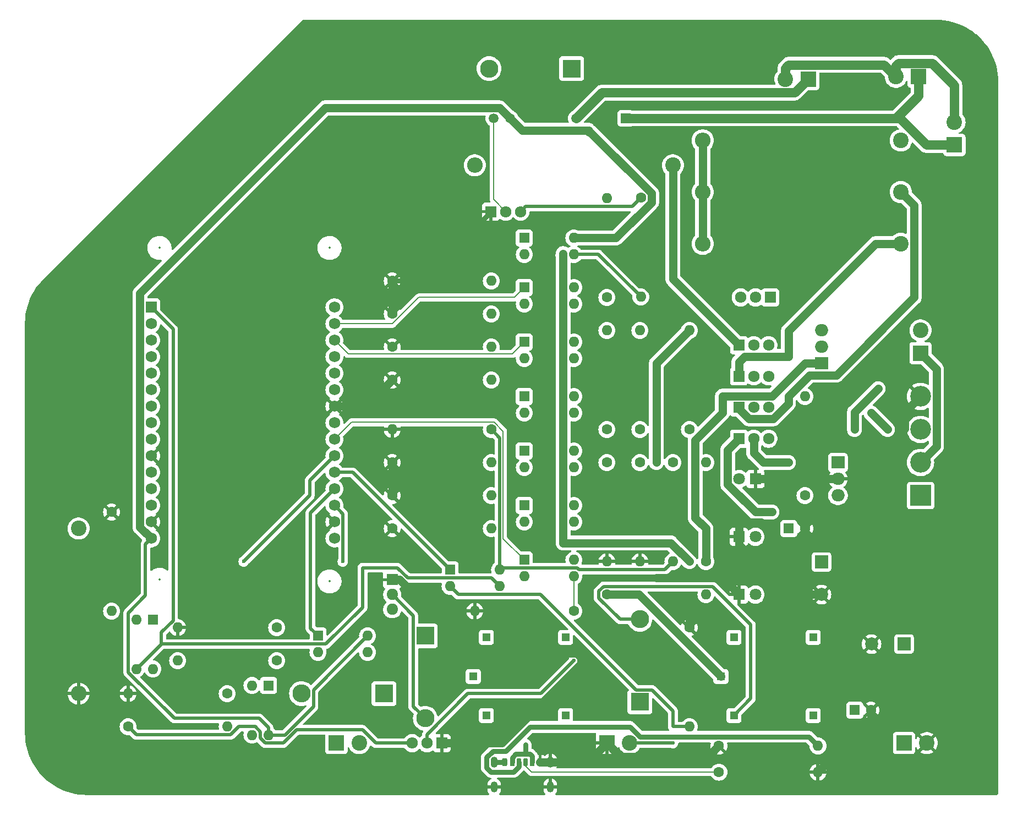
<source format=gtl>
%TF.GenerationSoftware,KiCad,Pcbnew,8.0.3*%
%TF.CreationDate,2024-06-28T23:57:55+05:30*%
%TF.ProjectId,new kicad,6e657720-6b69-4636-9164-2e6b69636164,rev?*%
%TF.SameCoordinates,Original*%
%TF.FileFunction,Copper,L1,Top*%
%TF.FilePolarity,Positive*%
%FSLAX46Y46*%
G04 Gerber Fmt 4.6, Leading zero omitted, Abs format (unit mm)*
G04 Created by KiCad (PCBNEW 8.0.3) date 2024-06-28 23:57:55*
%MOMM*%
%LPD*%
G01*
G04 APERTURE LIST*
G04 Aperture macros list*
%AMRoundRect*
0 Rectangle with rounded corners*
0 $1 Rounding radius*
0 $2 $3 $4 $5 $6 $7 $8 $9 X,Y pos of 4 corners*
0 Add a 4 corners polygon primitive as box body*
4,1,4,$2,$3,$4,$5,$6,$7,$8,$9,$2,$3,0*
0 Add four circle primitives for the rounded corners*
1,1,$1+$1,$2,$3*
1,1,$1+$1,$4,$5*
1,1,$1+$1,$6,$7*
1,1,$1+$1,$8,$9*
0 Add four rect primitives between the rounded corners*
20,1,$1+$1,$2,$3,$4,$5,0*
20,1,$1+$1,$4,$5,$6,$7,0*
20,1,$1+$1,$6,$7,$8,$9,0*
20,1,$1+$1,$8,$9,$2,$3,0*%
G04 Aperture macros list end*
%TA.AperFunction,ComponentPad*%
%ADD10R,1.710000X1.800000*%
%TD*%
%TA.AperFunction,ComponentPad*%
%ADD11O,1.710000X1.800000*%
%TD*%
%TA.AperFunction,ComponentPad*%
%ADD12R,1.508000X1.508000*%
%TD*%
%TA.AperFunction,ComponentPad*%
%ADD13C,1.508000*%
%TD*%
%TA.AperFunction,ComponentPad*%
%ADD14R,2.400000X2.400000*%
%TD*%
%TA.AperFunction,ComponentPad*%
%ADD15C,2.400000*%
%TD*%
%TA.AperFunction,ComponentPad*%
%ADD16R,2.800000X2.800000*%
%TD*%
%TA.AperFunction,ComponentPad*%
%ADD17O,2.800000X2.800000*%
%TD*%
%TA.AperFunction,ComponentPad*%
%ADD18O,1.600000X1.600000*%
%TD*%
%TA.AperFunction,ComponentPad*%
%ADD19C,1.600000*%
%TD*%
%TA.AperFunction,ComponentPad*%
%ADD20R,1.600000X1.600000*%
%TD*%
%TA.AperFunction,ComponentPad*%
%ADD21C,3.200000*%
%TD*%
%TA.AperFunction,ComponentPad*%
%ADD22R,3.200000X3.200000*%
%TD*%
%TA.AperFunction,ComponentPad*%
%ADD23O,2.400000X2.400000*%
%TD*%
%TA.AperFunction,ComponentPad*%
%ADD24R,1.308000X1.308000*%
%TD*%
%TA.AperFunction,ComponentPad*%
%ADD25C,1.800000*%
%TD*%
%TA.AperFunction,ComponentPad*%
%ADD26R,1.800000X1.800000*%
%TD*%
%TA.AperFunction,ComponentPad*%
%ADD27R,2.000000X2.000000*%
%TD*%
%TA.AperFunction,ComponentPad*%
%ADD28C,2.000000*%
%TD*%
%TA.AperFunction,ComponentPad*%
%ADD29O,1.800000X1.710000*%
%TD*%
%TA.AperFunction,ComponentPad*%
%ADD30R,1.800000X1.710000*%
%TD*%
%TA.AperFunction,ComponentPad*%
%ADD31R,2.000000X1.905000*%
%TD*%
%TA.AperFunction,ComponentPad*%
%ADD32O,2.000000X1.905000*%
%TD*%
%TA.AperFunction,ComponentPad*%
%ADD33C,1.752600*%
%TD*%
%TA.AperFunction,ComponentPad*%
%ADD34R,1.752600X1.752600*%
%TD*%
%TA.AperFunction,ComponentPad*%
%ADD35O,1.100000X1.700000*%
%TD*%
%TA.AperFunction,SMDPad,CuDef*%
%ADD36RoundRect,0.200000X-0.200000X-0.400000X0.200000X-0.400000X0.200000X0.400000X-0.200000X0.400000X0*%
%TD*%
%TA.AperFunction,SMDPad,CuDef*%
%ADD37RoundRect,0.190000X-0.190000X-0.410000X0.190000X-0.410000X0.190000X0.410000X-0.190000X0.410000X0*%
%TD*%
%TA.AperFunction,SMDPad,CuDef*%
%ADD38RoundRect,0.175000X0.175000X0.425000X-0.175000X0.425000X-0.175000X-0.425000X0.175000X-0.425000X0*%
%TD*%
%TA.AperFunction,SMDPad,CuDef*%
%ADD39RoundRect,0.200000X0.200000X0.400000X-0.200000X0.400000X-0.200000X-0.400000X0.200000X-0.400000X0*%
%TD*%
%TA.AperFunction,SMDPad,CuDef*%
%ADD40RoundRect,0.190000X0.190000X0.410000X-0.190000X0.410000X-0.190000X-0.410000X0.190000X-0.410000X0*%
%TD*%
%TA.AperFunction,SMDPad,CuDef*%
%ADD41RoundRect,0.175000X-0.175000X-0.425000X0.175000X-0.425000X0.175000X0.425000X-0.175000X0.425000X0*%
%TD*%
%TA.AperFunction,ViaPad*%
%ADD42C,0.600000*%
%TD*%
%TA.AperFunction,Conductor*%
%ADD43C,1.400000*%
%TD*%
%TA.AperFunction,Conductor*%
%ADD44C,1.300000*%
%TD*%
%TA.AperFunction,Conductor*%
%ADD45C,0.500000*%
%TD*%
%TA.AperFunction,Conductor*%
%ADD46C,0.200000*%
%TD*%
%TA.AperFunction,Conductor*%
%ADD47C,0.800000*%
%TD*%
%ADD48C,0.300000*%
%ADD49C,0.350000*%
%ADD50O,0.600000X1.200000*%
G04 APERTURE END LIST*
D10*
%TO.P,Q8,1,E*%
%TO.N,GND*%
X142190000Y-63000000D03*
D11*
%TO.P,Q8,2,C*%
%TO.N,/RELAY_AC*%
X144470000Y-63000000D03*
%TO.P,Q8,3,B*%
%TO.N,Net-(Q8-B)*%
X146750000Y-63000000D03*
%TD*%
D12*
%TO.P,K1,1*%
%TO.N,/AC+*%
X162910000Y-48650000D03*
D13*
%TO.P,K1,2*%
%TO.N,/ACL+*%
X155290000Y-48650000D03*
%TO.P,K1,3*%
%TO.N,VCC*%
X145130000Y-48650000D03*
%TO.P,K1,4*%
%TO.N,/RELAY_AC*%
X142590000Y-48650000D03*
%TD*%
D14*
%TO.P,J7,1,Pin_1*%
%TO.N,/AC+*%
X208000000Y-42250000D03*
D15*
%TO.P,J7,2,Pin_2*%
%TO.N,/AC-*%
X204500000Y-42250000D03*
%TD*%
D14*
%TO.P,J2,1,Pin_1*%
%TO.N,/ACL+*%
X191000000Y-42600000D03*
D15*
%TO.P,J2,2,Pin_2*%
%TO.N,/AC-*%
X187500000Y-42600000D03*
%TD*%
D16*
%TO.P,D8,1,K*%
%TO.N,VCC*%
X154600000Y-41000000D03*
D17*
%TO.P,D8,2,A*%
%TO.N,/RELAY_AC*%
X141900000Y-41000000D03*
%TD*%
D18*
%TO.P,R16,2*%
%TO.N,Net-(Q2-B)*%
X93980000Y-132080000D03*
D19*
%TO.P,R16,1*%
%TO.N,Net-(R16-Pad1)*%
X109220000Y-132080000D03*
%TD*%
D18*
%TO.P,R12,2*%
%TO.N,GND*%
X93980000Y-127000000D03*
D19*
%TO.P,R12,1*%
%TO.N,Net-(R12-Pad1)*%
X109220000Y-127000000D03*
%TD*%
D18*
%TO.P,R13,2*%
%TO.N,GND*%
X160020000Y-116840000D03*
D19*
%TO.P,R13,1*%
%TO.N,Net-(R13-Pad1)*%
X160020000Y-101600000D03*
%TD*%
D15*
%TO.P,J4,2,Pin_2*%
%TO.N,/C_SENSE*%
X121920000Y-144780000D03*
D14*
%TO.P,J4,1,Pin_1*%
%TO.N,Net-(D5-K)*%
X118420000Y-144780000D03*
%TD*%
D18*
%TO.P,R22,2*%
%TO.N,Net-(R22-Pad2)*%
X142240000Y-88900000D03*
D19*
%TO.P,R22,1*%
%TO.N,GND*%
X127000000Y-88900000D03*
%TD*%
D18*
%TO.P,U12,4*%
%TO.N,VCC*%
X123200000Y-128265000D03*
%TO.P,U12,3*%
%TO.N,Net-(R16-Pad1)*%
X123200000Y-130805000D03*
%TO.P,U12,2*%
%TO.N,Net-(R12-Pad1)*%
X115580000Y-130805000D03*
D20*
%TO.P,U12,1*%
%TO.N,/POWER_ON_OFF*%
X115580000Y-128265000D03*
%TD*%
D18*
%TO.P,R4,2*%
%TO.N,Net-(R4-Pad2)*%
X172720000Y-142240000D03*
D19*
%TO.P,R4,1*%
%TO.N,GND*%
X172720000Y-127000000D03*
%TD*%
D11*
%TO.P,Q7,3,B*%
%TO.N,Net-(Q3-E)*%
X184900000Y-97940000D03*
%TO.P,Q7,2,C*%
%TO.N,/POW_IN_CON*%
X182620000Y-97940000D03*
D10*
%TO.P,Q7,1,E*%
%TO.N,/E4_TO_R*%
X180340000Y-97940000D03*
%TD*%
D18*
%TO.P,R5,2*%
%TO.N,Net-(R5-Pad2)*%
X142240000Y-101600000D03*
D19*
%TO.P,R5,1*%
%TO.N,GND*%
X127000000Y-101600000D03*
%TD*%
D21*
%TO.P,D3,4,-*%
%TO.N,GND*%
X208280000Y-91440000D03*
%TO.P,D3,3*%
%TO.N,VAC*%
X208280000Y-96520000D03*
%TO.P,D3,2*%
%TO.N,Net-(J3-Pin_1)*%
X208280000Y-101600000D03*
D22*
%TO.P,D3,1,+*%
%TO.N,/POW_IN_CON*%
X208280000Y-106680000D03*
%TD*%
D18*
%TO.P,R17,2*%
%TO.N,/V_SENSE*%
X170180000Y-116840000D03*
D19*
%TO.P,R17,1*%
%TO.N,/V_OUT*%
X170180000Y-101600000D03*
%TD*%
D18*
%TO.P,R14,2*%
%TO.N,GND*%
X165100000Y-116840000D03*
D19*
%TO.P,R14,1*%
%TO.N,Net-(R14-Pad1)*%
X165100000Y-101600000D03*
%TD*%
D18*
%TO.P,R6,2*%
%TO.N,Net-(R6-Pad2)*%
X142240000Y-106680000D03*
D19*
%TO.P,R6,1*%
%TO.N,GND*%
X127000000Y-106680000D03*
%TD*%
D18*
%TO.P,R18,2*%
%TO.N,GND*%
X127000000Y-96520000D03*
D19*
%TO.P,R18,1*%
%TO.N,/V_SENSE*%
X142240000Y-96520000D03*
%TD*%
D18*
%TO.P,R20,2*%
%TO.N,Net-(R20-Pad2)*%
X142240000Y-78740000D03*
D19*
%TO.P,R20,1*%
%TO.N,GND*%
X127000000Y-78740000D03*
%TD*%
D11*
%TO.P,Q5,3,B*%
%TO.N,Net-(Q3-E)*%
X184900000Y-88340000D03*
%TO.P,Q5,2,C*%
%TO.N,/POW_IN_CON*%
X182620000Y-88340000D03*
D10*
%TO.P,Q5,1,E*%
%TO.N,/E2_TO_R*%
X180340000Y-88340000D03*
%TD*%
D18*
%TO.P,R9,2*%
%TO.N,Net-(D6-A)*%
X172720000Y-81280000D03*
D19*
%TO.P,R9,1*%
%TO.N,/V_OUT*%
X172720000Y-96520000D03*
%TD*%
D18*
%TO.P,R25,2*%
%TO.N,Net-(D7-A)*%
X175260000Y-121920000D03*
D19*
%TO.P,R25,1*%
%TO.N,/LOAD+*%
X160020000Y-121920000D03*
%TD*%
D23*
%TO.P,R26,2*%
%TO.N,/LOAD+*%
X174770000Y-60000000D03*
D15*
%TO.P,R26,1*%
%TO.N,/E3_TO_R*%
X205250000Y-60000000D03*
%TD*%
D18*
%TO.P,U14,4*%
%TO.N,/150_R*%
X154940000Y-74674000D03*
%TO.P,U14,3*%
%TO.N,/CURRENT_CONTROL*%
X154940000Y-77214000D03*
%TO.P,U14,2*%
%TO.N,Net-(R20-Pad2)*%
X147320000Y-77214000D03*
D20*
%TO.P,U14,1*%
%TO.N,/D1*%
X147320000Y-74674000D03*
%TD*%
D18*
%TO.P,R11,2*%
%TO.N,/V_OUT*%
X175260000Y-101600000D03*
D19*
%TO.P,R11,1*%
%TO.N,/V_CONTROL*%
X175260000Y-116840000D03*
%TD*%
D18*
%TO.P,R30,2*%
%TO.N,/5k_R*%
X165100000Y-81280000D03*
D19*
%TO.P,R30,1*%
%TO.N,/V_OUT*%
X165100000Y-96520000D03*
%TD*%
D18*
%TO.P,R21,2*%
%TO.N,Net-(R21-Pad2)*%
X142240000Y-83820000D03*
D19*
%TO.P,R21,1*%
%TO.N,GND*%
X127000000Y-83820000D03*
%TD*%
D18*
%TO.P,U15,4*%
%TO.N,/3k_R*%
X154940000Y-83057000D03*
%TO.P,U15,3*%
%TO.N,/CURRENT_CONTROL*%
X154940000Y-85597000D03*
%TO.P,U15,2*%
%TO.N,Net-(R21-Pad2)*%
X147320000Y-85597000D03*
D20*
%TO.P,U15,1*%
%TO.N,/D2*%
X147320000Y-83057000D03*
%TD*%
D18*
%TO.P,U11,4*%
%TO.N,/V_CONTROL*%
X154940000Y-116589000D03*
%TO.P,U11,3*%
%TO.N,Net-(R15-Pad1)*%
X154940000Y-119129000D03*
%TO.P,U11,2*%
%TO.N,Net-(R7-Pad2)*%
X147320000Y-119129000D03*
D20*
%TO.P,U11,1*%
%TO.N,/D6*%
X147320000Y-116589000D03*
%TD*%
D18*
%TO.P,U13,4*%
%TO.N,VCC*%
X154940000Y-67054000D03*
%TO.P,U13,3*%
%TO.N,Net-(R28-Pad2)*%
X154940000Y-69594000D03*
%TO.P,U13,2*%
%TO.N,Net-(R19-Pad2)*%
X147320000Y-69594000D03*
D20*
%TO.P,U13,1*%
%TO.N,/D0*%
X147320000Y-67054000D03*
%TD*%
D18*
%TO.P,R1,2*%
%TO.N,Net-(D4-A)*%
X190500000Y-91440000D03*
D19*
%TO.P,R1,1*%
%TO.N,/POW_IN_CON*%
X190500000Y-106680000D03*
%TD*%
D18*
%TO.P,R32,2*%
%TO.N,Net-(J6-CC1)*%
X192500000Y-145200000D03*
D19*
%TO.P,R32,1*%
%TO.N,GND*%
X177260000Y-145200000D03*
%TD*%
D18*
%TO.P,R2,2*%
%TO.N,Net-(R2-Pad2)*%
X83820000Y-124460000D03*
D19*
%TO.P,R2,1*%
%TO.N,GND*%
X83820000Y-109220000D03*
%TD*%
D20*
%TO.P,C3,1*%
%TO.N,/V_OUT*%
X188000000Y-111760000D03*
D19*
%TO.P,C3,2*%
%TO.N,GND*%
X190500000Y-111760000D03*
%TD*%
D11*
%TO.P,Q6,3,B*%
%TO.N,Net-(Q3-E)*%
X184900000Y-93140000D03*
%TO.P,Q6,2,C*%
%TO.N,/POW_IN_CON*%
X182620000Y-93140000D03*
D10*
%TO.P,Q6,1,E*%
%TO.N,/E3_TO_R*%
X180340000Y-93140000D03*
%TD*%
D18*
%TO.P,U16,4*%
%TO.N,/5k_R*%
X154940000Y-91440000D03*
%TO.P,U16,3*%
%TO.N,/CURRENT_CONTROL*%
X154940000Y-93980000D03*
%TO.P,U16,2*%
%TO.N,Net-(R22-Pad2)*%
X147320000Y-93980000D03*
D20*
%TO.P,U16,1*%
%TO.N,/D3*%
X147320000Y-91440000D03*
%TD*%
D18*
%TO.P,R15,2*%
%TO.N,GND*%
X139700000Y-124460000D03*
D19*
%TO.P,R15,1*%
%TO.N,Net-(R15-Pad1)*%
X154940000Y-124460000D03*
%TD*%
D24*
%TO.P,U3,P$5*%
%TO.N,unconnected-(U3-PadP$5)*%
X191763250Y-128526750D03*
%TO.P,U3,P$4*%
%TO.N,Net-(J5-Pin_1)*%
X191763250Y-140526750D03*
%TO.P,U3,P$3*%
%TO.N,/RELAY1_IN*%
X179563250Y-140526750D03*
%TO.P,U3,P$2*%
%TO.N,/LOAD+*%
X177563250Y-134526750D03*
%TO.P,U3,P$1*%
%TO.N,VCC*%
X179563250Y-128526750D03*
%TD*%
D25*
%TO.P,D7,2,A*%
%TO.N,Net-(D7-A)*%
X182880000Y-121920000D03*
D26*
%TO.P,D7,1,K*%
%TO.N,GND*%
X180340000Y-121920000D03*
%TD*%
D11*
%TO.P,Q4,3,B*%
%TO.N,Net-(Q3-E)*%
X184900000Y-83540000D03*
%TO.P,Q4,2,C*%
%TO.N,/POW_IN_CON*%
X182620000Y-83540000D03*
D10*
%TO.P,Q4,1,E*%
%TO.N,/E1_TO_R*%
X180340000Y-83540000D03*
%TD*%
D18*
%TO.P,U7,4*%
%TO.N,VCC*%
X107955000Y-143520000D03*
%TO.P,U7,3*%
%TO.N,Net-(R10-Pad2)*%
X105415000Y-143520000D03*
%TO.P,U7,2*%
%TO.N,Net-(R8-Pad1)*%
X105415000Y-135900000D03*
D20*
%TO.P,U7,1*%
%TO.N,/PSHARE_ON_OFF*%
X107955000Y-135900000D03*
%TD*%
D18*
%TO.P,R28,2*%
%TO.N,Net-(R28-Pad2)*%
X165250000Y-76120000D03*
D19*
%TO.P,R28,1*%
%TO.N,Net-(Q8-B)*%
X165250000Y-60880000D03*
%TD*%
D17*
%TO.P,D1,2,A*%
%TO.N,/RELAY_IN*%
X132080000Y-140970000D03*
D16*
%TO.P,D1,1,K*%
%TO.N,VCC*%
X132080000Y-128270000D03*
%TD*%
D11*
%TO.P,Q3,3,B*%
%TO.N,/CURRENT_CONTROL*%
X180600000Y-76200000D03*
%TO.P,Q3,2,C*%
%TO.N,/V_OUT*%
X182880000Y-76200000D03*
D10*
%TO.P,Q3,1,E*%
%TO.N,Net-(Q3-E)*%
X185160000Y-76200000D03*
%TD*%
D27*
%TO.P,C2,1*%
%TO.N,/POW_REG_CON*%
X193040000Y-116920000D03*
D28*
%TO.P,C2,2*%
%TO.N,GND*%
X193040000Y-121920000D03*
%TD*%
D27*
%TO.P,C1,1*%
%TO.N,/POW_IN_CON*%
X205740000Y-129540000D03*
D28*
%TO.P,C1,2*%
%TO.N,GND*%
X200740000Y-129540000D03*
%TD*%
D15*
%TO.P,J3,2,Pin_2*%
%TO.N,VAC*%
X208280000Y-81280000D03*
D14*
%TO.P,J3,1,Pin_1*%
%TO.N,Net-(J3-Pin_1)*%
X208280000Y-84780000D03*
%TD*%
D11*
%TO.P,Q1,3,B*%
%TO.N,Net-(Q1-B)*%
X130060000Y-144780000D03*
%TO.P,Q1,2,C*%
%TO.N,/RELAY1_IN*%
X132340000Y-144780000D03*
D10*
%TO.P,Q1,1,E*%
%TO.N,GND*%
X134620000Y-144780000D03*
%TD*%
D29*
%TO.P,Q2,3,B*%
%TO.N,Net-(Q2-B)*%
X127000000Y-124200000D03*
%TO.P,Q2,2,C*%
%TO.N,/RELAY_IN*%
X127000000Y-121920000D03*
D30*
%TO.P,Q2,1,E*%
%TO.N,GND*%
X127000000Y-119640000D03*
%TD*%
D18*
%TO.P,R19,2*%
%TO.N,Net-(R19-Pad2)*%
X142240000Y-73660000D03*
D19*
%TO.P,R19,1*%
%TO.N,GND*%
X127000000Y-73660000D03*
%TD*%
D18*
%TO.P,R10,2*%
%TO.N,Net-(R10-Pad2)*%
X101600000Y-142240000D03*
D19*
%TO.P,R10,1*%
%TO.N,Net-(Q1-B)*%
X86360000Y-142240000D03*
%TD*%
D20*
%TO.P,C4,1*%
%TO.N,/LOAD+*%
X198160000Y-139700000D03*
D19*
%TO.P,C4,2*%
%TO.N,GND*%
X200660000Y-139700000D03*
%TD*%
D18*
%TO.P,R8,2*%
%TO.N,GND*%
X86360000Y-137160000D03*
D19*
%TO.P,R8,1*%
%TO.N,Net-(R8-Pad1)*%
X101600000Y-137160000D03*
%TD*%
D15*
%TO.P,J5,2,Pin_2*%
%TO.N,GND*%
X209240000Y-144780000D03*
D14*
%TO.P,J5,1,Pin_1*%
%TO.N,Net-(J5-Pin_1)*%
X205740000Y-144780000D03*
%TD*%
D18*
%TO.P,U10,4*%
%TO.N,/V_CONTROL*%
X154940000Y-108206000D03*
%TO.P,U10,3*%
%TO.N,Net-(R14-Pad1)*%
X154940000Y-110746000D03*
%TO.P,U10,2*%
%TO.N,Net-(R6-Pad2)*%
X147320000Y-110746000D03*
D20*
%TO.P,U10,1*%
%TO.N,/D5*%
X147320000Y-108206000D03*
%TD*%
D16*
%TO.P,D2,1,K*%
%TO.N,VCC*%
X165100000Y-138430000D03*
D17*
%TO.P,D2,2,A*%
%TO.N,/RELAY1_IN*%
X165100000Y-125730000D03*
%TD*%
D20*
%TO.P,U9,1*%
%TO.N,/D4*%
X147320000Y-99823000D03*
D18*
%TO.P,U9,2*%
%TO.N,Net-(R5-Pad2)*%
X147320000Y-102363000D03*
%TO.P,U9,3*%
%TO.N,Net-(R13-Pad1)*%
X154940000Y-102363000D03*
%TO.P,U9,4*%
%TO.N,/V_CONTROL*%
X154940000Y-99823000D03*
%TD*%
D31*
%TO.P,U8,1,ADJ*%
%TO.N,/V_CONTROL*%
X193040000Y-86360000D03*
D32*
%TO.P,U8,2,VO*%
%TO.N,/V_OUT*%
X193040000Y-83820000D03*
%TO.P,U8,3,VI*%
%TO.N,/POW_REG_CON*%
X193040000Y-81280000D03*
%TD*%
D20*
%TO.P,U6,1*%
%TO.N,/D8*%
X135900000Y-118105000D03*
D18*
%TO.P,U6,2*%
%TO.N,Net-(R4-Pad2)*%
X135900000Y-120645000D03*
%TO.P,U6,3*%
%TO.N,/A0*%
X143520000Y-120645000D03*
%TO.P,U6,4*%
%TO.N,/V_SENSE*%
X143520000Y-118105000D03*
%TD*%
D31*
%TO.P,U5,1,VI*%
%TO.N,/POW_IN_CON*%
X195580000Y-101600000D03*
D32*
%TO.P,U5,2,GND*%
%TO.N,GND*%
X195580000Y-104140000D03*
%TO.P,U5,3,VO*%
%TO.N,/POW_REG_CON*%
X195580000Y-106680000D03*
%TD*%
D20*
%TO.P,U4,1*%
%TO.N,/D7*%
X90175000Y-125740000D03*
D18*
%TO.P,U4,2*%
%TO.N,Net-(R2-Pad2)*%
X87635000Y-125740000D03*
%TO.P,U4,3*%
%TO.N,/A0*%
X87635000Y-133360000D03*
%TO.P,U4,4*%
%TO.N,/C_SENSE*%
X90175000Y-133360000D03*
%TD*%
D24*
%TO.P,U2,P$1*%
%TO.N,VCC*%
X141463250Y-128526750D03*
%TO.P,U2,P$2*%
%TO.N,/LOAD+*%
X139463250Y-134526750D03*
%TO.P,U2,P$3*%
%TO.N,/RELAY_IN*%
X141463250Y-140526750D03*
%TO.P,U2,P$4*%
%TO.N,Net-(D5-K)*%
X153663250Y-140526750D03*
%TO.P,U2,P$5*%
%TO.N,unconnected-(U2-PadP$5)*%
X153663250Y-128526750D03*
%TD*%
D33*
%TO.P,U1,30,D0*%
%TO.N,/D0*%
X118110000Y-77724000D03*
%TO.P,U1,29,D1*%
%TO.N,/D1*%
X118110000Y-80264000D03*
%TO.P,U1,28,D2*%
%TO.N,/D2*%
X118110000Y-82804000D03*
%TO.P,U1,27,D3*%
%TO.N,/D3*%
X118110000Y-85344000D03*
%TO.P,U1,26,D4*%
%TO.N,/D4*%
X118110000Y-87884000D03*
%TO.P,U1,25,3V3*%
%TO.N,unconnected-(U1-3V3-Pad11)*%
X118110000Y-90424000D03*
%TO.P,U1,24,GND*%
%TO.N,GND*%
X118110000Y-92964000D03*
%TO.P,U1,23,D5*%
%TO.N,/D5*%
X118110000Y-95504000D03*
%TO.P,U1,22,D6*%
%TO.N,/D6*%
X118110000Y-98044000D03*
%TO.P,U1,21,D7*%
%TO.N,/D7*%
X118110000Y-100584000D03*
%TO.P,U1,20,D8*%
%TO.N,/D8*%
X118110000Y-103124000D03*
%TO.P,U1,19,RX*%
%TO.N,/POWER_ON_OFF*%
X118110000Y-105664000D03*
%TO.P,U1,18,TX*%
%TO.N,/PSHARE_ON_OFF*%
X118110000Y-108204000D03*
%TO.P,U1,17,GND*%
%TO.N,GND*%
X118110000Y-110744000D03*
%TO.P,U1,16,3V3*%
%TO.N,unconnected-(U1-3V3-Pad11)_0*%
X118110000Y-113284000D03*
%TO.P,U1,15,VIN*%
%TO.N,VCC*%
X89916000Y-113284000D03*
%TO.P,U1,14,GND*%
%TO.N,GND*%
X89916000Y-110744000D03*
%TO.P,U1,13,RST*%
%TO.N,unconnected-(U1-RST-Pad13)*%
X89916000Y-108204000D03*
%TO.P,U1,12,EN*%
%TO.N,unconnected-(U1-EN-Pad12)*%
X89916000Y-105664000D03*
%TO.P,U1,11,3V3*%
%TO.N,unconnected-(U1-3V3-Pad11)_1*%
X89916000Y-103124000D03*
%TO.P,U1,10,GND*%
%TO.N,GND*%
X89916000Y-100584000D03*
%TO.P,U1,9,CLK*%
%TO.N,unconnected-(U1-CLK-Pad9)*%
X89916000Y-98044000D03*
%TO.P,U1,8,SD0*%
%TO.N,unconnected-(U1-SD0-Pad8)*%
X89916000Y-95504000D03*
%TO.P,U1,7,CMD*%
%TO.N,unconnected-(U1-CMD-Pad7)*%
X89916000Y-92964000D03*
%TO.P,U1,6,SD1*%
%TO.N,unconnected-(U1-SD1-Pad6)*%
X89916000Y-90424000D03*
%TO.P,U1,5,SD2*%
%TO.N,unconnected-(U1-SD2-Pad5)*%
X89916000Y-87884000D03*
%TO.P,U1,4,SD3*%
%TO.N,unconnected-(U1-SD3-Pad4)*%
X89916000Y-85344000D03*
%TO.P,U1,3,RSV2*%
%TO.N,unconnected-(U1-RSV2-Pad3)*%
X89916000Y-82804000D03*
%TO.P,U1,2,RSV1*%
%TO.N,unconnected-(U1-RSV1-Pad2)*%
X89916000Y-80264000D03*
D34*
%TO.P,U1,1,A0*%
%TO.N,/A0*%
X89916000Y-77724000D03*
%TD*%
D18*
%TO.P,R33,2*%
%TO.N,GND*%
X192500000Y-149250000D03*
D19*
%TO.P,R33,1*%
%TO.N,Net-(J6-CC2)*%
X177260000Y-149250000D03*
%TD*%
D15*
%TO.P,R31,1*%
%TO.N,/E4_TO_R*%
X205250000Y-52050000D03*
D23*
%TO.P,R31,2*%
%TO.N,/LOAD+*%
X174770000Y-52050000D03*
%TD*%
D19*
%TO.P,R29,1*%
%TO.N,/V_OUT*%
X160020000Y-96520000D03*
D18*
%TO.P,R29,2*%
%TO.N,/3k_R*%
X160020000Y-81280000D03*
%TD*%
D19*
%TO.P,R27,1*%
%TO.N,/V_OUT*%
X160020000Y-76200000D03*
D18*
%TO.P,R27,2*%
%TO.N,/150_R*%
X160020000Y-60960000D03*
%TD*%
D15*
%TO.P,R24,1*%
%TO.N,/E2_TO_R*%
X205250000Y-67950000D03*
D23*
%TO.P,R24,2*%
%TO.N,/LOAD+*%
X174770000Y-67950000D03*
%TD*%
D15*
%TO.P,R23,1*%
%TO.N,/E1_TO_R*%
X170180000Y-55880000D03*
D23*
%TO.P,R23,2*%
%TO.N,/LOAD+*%
X139700000Y-55880000D03*
%TD*%
D19*
%TO.P,R7,1*%
%TO.N,GND*%
X127000000Y-111760000D03*
D18*
%TO.P,R7,2*%
%TO.N,Net-(R7-Pad2)*%
X142240000Y-111760000D03*
%TD*%
D15*
%TO.P,R3,1*%
%TO.N,/C_SENSE*%
X78740000Y-111760000D03*
D23*
%TO.P,R3,2*%
%TO.N,GND*%
X78740000Y-137160000D03*
%TD*%
D35*
%TO.P,J6,S1,SHIELD*%
%TO.N,GND*%
X151320000Y-151550000D03*
X151320000Y-147750000D03*
X142680000Y-151550000D03*
X142680000Y-147750000D03*
D36*
%TO.P,J6,B12,GND*%
X144250000Y-147670000D03*
D37*
%TO.P,J6,B9,VBUS*%
%TO.N,VCC*%
X145480000Y-147670000D03*
D38*
%TO.P,J6,B5,CC2*%
%TO.N,Net-(J6-CC2)*%
X147500000Y-147670000D03*
D39*
%TO.P,J6,A12,GND*%
%TO.N,GND*%
X149750000Y-147670000D03*
D40*
%TO.P,J6,A9,VBUS*%
%TO.N,VCC*%
X148520000Y-147670000D03*
D41*
%TO.P,J6,A5,CC1*%
%TO.N,Net-(J6-CC1)*%
X146500000Y-147670000D03*
%TD*%
D14*
%TO.P,J1,1,Pin_1*%
%TO.N,GND*%
X160020000Y-144780000D03*
D15*
%TO.P,J1,2,Pin_2*%
%TO.N,VCC*%
X163520000Y-144780000D03*
%TD*%
D26*
%TO.P,D6,1,K*%
%TO.N,GND*%
X180340000Y-113030000D03*
D25*
%TO.P,D6,2,A*%
%TO.N,Net-(D6-A)*%
X182880000Y-113030000D03*
%TD*%
D16*
%TO.P,D5,1,K*%
%TO.N,Net-(D5-K)*%
X125730000Y-137160000D03*
D17*
%TO.P,D5,2,A*%
%TO.N,/C_SENSE*%
X113030000Y-137160000D03*
%TD*%
D26*
%TO.P,D4,1,K*%
%TO.N,GND*%
X182880000Y-104140000D03*
D25*
%TO.P,D4,2,A*%
%TO.N,Net-(D4-A)*%
X180340000Y-104140000D03*
%TD*%
D14*
%TO.P,J8,1,Pin_1*%
%TO.N,/AC+*%
X213500000Y-52750000D03*
D15*
%TO.P,J8,2,Pin_2*%
%TO.N,/AC-*%
X213500000Y-49250000D03*
%TD*%
D42*
%TO.N,GND*%
X125875000Y-38750000D03*
X129250000Y-38750000D03*
X129250000Y-41000000D03*
X124187500Y-38750000D03*
X122500000Y-38750000D03*
X122500000Y-41000000D03*
X125875000Y-41000000D03*
X124187500Y-41000000D03*
X127562500Y-41000000D03*
X127562500Y-38750000D03*
X120125000Y-57000000D03*
X123500000Y-57000000D03*
X118437500Y-57000000D03*
X116750000Y-57000000D03*
X121812500Y-57000000D03*
X123500000Y-54750000D03*
X121812500Y-54750000D03*
X120125000Y-54750000D03*
X118437500Y-54750000D03*
X116750000Y-54750000D03*
%TO.N,/LOAD+*%
X153250000Y-69750000D03*
%TO.N,VCC*%
X157250000Y-50750000D03*
%TO.N,GND*%
X107750000Y-68250000D03*
X200660000Y-101600000D03*
X109937500Y-72500000D03*
X172720000Y-124460000D03*
X107625000Y-72500000D03*
X110000000Y-68250000D03*
X105250000Y-72500000D03*
X103000000Y-72500000D03*
X105250000Y-68250000D03*
X112250000Y-72500000D03*
X185420000Y-106680000D03*
X167640000Y-119380000D03*
X112250000Y-68250000D03*
X103062500Y-68250000D03*
%TO.N,/POW_IN_CON*%
X187960000Y-101600000D03*
%TO.N,/POW_REG_CON*%
X203200000Y-96520000D03*
X200660000Y-93980000D03*
%TO.N,VCC*%
X170180000Y-144780000D03*
%TO.N,/LOAD+*%
X172720000Y-116840000D03*
%TO.N,/RELAY1_IN*%
X154940000Y-132080000D03*
%TO.N,/E4_TO_R*%
X185420000Y-109220000D03*
X198120000Y-96520000D03*
X201750000Y-90250000D03*
%TO.N,Net-(D6-A)*%
X167640000Y-101600000D03*
%TO.N,/D7*%
X104140000Y-116840000D03*
%TO.N,/PSHARE_ON_OFF*%
X119380000Y-116840000D03*
%TO.N,VCC*%
X147500000Y-145000000D03*
%TD*%
D43*
%TO.N,/ACL+*%
X188900000Y-44700000D02*
X159240000Y-44700000D01*
X191000000Y-42600000D02*
X188900000Y-44700000D01*
X159240000Y-44700000D02*
X155290000Y-48650000D01*
%TO.N,/AC-*%
X202651472Y-40401472D02*
X204500000Y-42250000D01*
X188001472Y-40401472D02*
X202651472Y-40401472D01*
X187500000Y-40902944D02*
X188001472Y-40401472D01*
X187500000Y-42600000D02*
X187500000Y-40902944D01*
X204902944Y-40150000D02*
X204500000Y-40552944D01*
X210100000Y-40150000D02*
X204902944Y-40150000D01*
X213500000Y-43550000D02*
X210100000Y-40150000D01*
X213500000Y-49250000D02*
X213500000Y-43550000D01*
X204500000Y-40552944D02*
X204500000Y-42250000D01*
%TO.N,/AC+*%
X209200000Y-52750000D02*
X213500000Y-52750000D01*
X205100000Y-48650000D02*
X209200000Y-52750000D01*
X208000000Y-45150000D02*
X208000000Y-42250000D01*
X204500000Y-48650000D02*
X208000000Y-45150000D01*
X204500000Y-48650000D02*
X205100000Y-48650000D01*
X162910000Y-48650000D02*
X204500000Y-48650000D01*
D44*
%TO.N,/E3_TO_R*%
X187960000Y-92536234D02*
X185606234Y-94890000D01*
X187960000Y-91440000D02*
X187960000Y-92536234D01*
%TO.N,VCC*%
X88189700Y-111557700D02*
X89916000Y-113284000D01*
X88189700Y-75560300D02*
X88189700Y-111557700D01*
X116704000Y-47046000D02*
X88189700Y-75560300D01*
X145130000Y-48650000D02*
X143526000Y-47046000D01*
X143526000Y-47046000D02*
X116704000Y-47046000D01*
%TO.N,/LOAD+*%
X153290000Y-69790000D02*
X153290000Y-113972453D01*
X153250000Y-69750000D02*
X153290000Y-69790000D01*
X153290000Y-69710000D02*
X153250000Y-69750000D01*
%TO.N,VCC*%
X157250000Y-50546547D02*
X157203453Y-50500000D01*
X157250000Y-50750000D02*
X157250000Y-50546547D01*
X157453453Y-50750000D02*
X157250000Y-50750000D01*
X146980000Y-50500000D02*
X145130000Y-48650000D01*
X161409453Y-67054000D02*
X166900000Y-61563453D01*
X166900000Y-61563453D02*
X166900000Y-60196547D01*
X157203453Y-50500000D02*
X146980000Y-50500000D01*
X154940000Y-67054000D02*
X161409453Y-67054000D01*
X166900000Y-60196547D02*
X157453453Y-50750000D01*
D45*
%TO.N,Net-(R28-Pad2)*%
X158724000Y-69594000D02*
X165250000Y-76120000D01*
X154940000Y-69594000D02*
X158724000Y-69594000D01*
%TO.N,Net-(Q8-B)*%
X163920000Y-62210000D02*
X165250000Y-60880000D01*
X146750000Y-63000000D02*
X147540000Y-62210000D01*
X147540000Y-62210000D02*
X163920000Y-62210000D01*
D46*
%TO.N,/RELAY_AC*%
X142590000Y-61120000D02*
X144470000Y-63000000D01*
X142590000Y-48650000D02*
X142590000Y-61120000D01*
D47*
%TO.N,GND*%
X131530000Y-73660000D02*
X142190000Y-63000000D01*
X127000000Y-73660000D02*
X131530000Y-73660000D01*
D44*
X200660000Y-141090000D02*
X200660000Y-139700000D01*
X192500000Y-149250000D02*
X200660000Y-141090000D01*
D47*
%TO.N,VCC*%
X147500000Y-146470000D02*
X148170000Y-146470000D01*
X147500000Y-146470000D02*
X147500000Y-145000000D01*
X145999136Y-146470000D02*
X147500000Y-146470000D01*
%TO.N,Net-(J6-CC1)*%
X163565584Y-142279999D02*
X165085585Y-143800000D01*
X144470000Y-146030000D02*
X148220001Y-142279999D01*
X142473654Y-146030000D02*
X144470000Y-146030000D01*
X148220001Y-142279999D02*
X163565584Y-142279999D01*
X141530000Y-146973654D02*
X142473654Y-146030000D01*
X191100000Y-143800000D02*
X192500000Y-145200000D01*
X141530000Y-148526346D02*
X141530000Y-146973654D01*
X142203654Y-149200000D02*
X141530000Y-148526346D01*
X146500000Y-148372494D02*
X145672494Y-149200000D01*
X145672494Y-149200000D02*
X142203654Y-149200000D01*
X165085585Y-143800000D02*
X191100000Y-143800000D01*
X146500000Y-147670000D02*
X146500000Y-148372494D01*
D44*
%TO.N,GND*%
X157050000Y-147750000D02*
X160020000Y-144780000D01*
X151320000Y-147750000D02*
X157050000Y-147750000D01*
D46*
%TO.N,Net-(J6-CC2)*%
X148480000Y-149250000D02*
X147500000Y-148270000D01*
X177260000Y-149250000D02*
X148480000Y-149250000D01*
X147500000Y-148270000D02*
X147500000Y-147670000D01*
D44*
%TO.N,GND*%
X156090000Y-131603654D02*
X156090000Y-132556346D01*
X180340000Y-113030000D02*
X180340000Y-110830000D01*
X180340000Y-110830000D02*
X183770000Y-110830000D01*
X118110000Y-92964000D02*
X122936000Y-92964000D01*
X122936000Y-92964000D02*
X127000000Y-88900000D01*
X151240000Y-147670000D02*
X151320000Y-147750000D01*
X162070000Y-146830000D02*
X160020000Y-144780000D01*
X139389366Y-130930000D02*
X155416346Y-130930000D01*
X127000000Y-119640000D02*
X128099366Y-119640000D01*
X128099366Y-119640000D02*
X139389366Y-130930000D01*
X205830000Y-96430000D02*
X205830000Y-93890000D01*
X156090000Y-132556346D02*
X143866346Y-144780000D01*
X185420000Y-119380000D02*
X187960000Y-121920000D01*
X189091370Y-114300000D02*
X190500000Y-112891370D01*
X127000000Y-73660000D02*
X127000000Y-78740000D01*
X183770000Y-110830000D02*
X187240000Y-114300000D01*
X143866346Y-144780000D02*
X134620000Y-144780000D01*
X149750000Y-147670000D02*
X151240000Y-147670000D01*
X127000000Y-101600000D02*
X127000000Y-106680000D01*
X175630000Y-146830000D02*
X162070000Y-146830000D01*
X185420000Y-106680000D02*
X186551370Y-106680000D01*
D47*
X142760000Y-147670000D02*
X142680000Y-147750000D01*
D44*
X177260000Y-145200000D02*
X175630000Y-146830000D01*
X155416346Y-130930000D02*
X156090000Y-131603654D01*
X180340000Y-121920000D02*
X177800000Y-119380000D01*
X200660000Y-101600000D02*
X205830000Y-96430000D01*
X187240000Y-114300000D02*
X189091370Y-114300000D01*
X177800000Y-119380000D02*
X172720000Y-119380000D01*
X172720000Y-124460000D02*
X172720000Y-127000000D01*
X190500000Y-110628630D02*
X190500000Y-111760000D01*
X172720000Y-119380000D02*
X167640000Y-119380000D01*
X182880000Y-104140000D02*
X195580000Y-104140000D01*
X187960000Y-121920000D02*
X193040000Y-121920000D01*
X180340000Y-114300000D02*
X185420000Y-119380000D01*
X190500000Y-112891370D02*
X190500000Y-111760000D01*
X205830000Y-93890000D02*
X208280000Y-91440000D01*
D47*
X144170000Y-147750000D02*
X144250000Y-147670000D01*
D44*
X186551370Y-106680000D02*
X190500000Y-110628630D01*
X180340000Y-113030000D02*
X180340000Y-114300000D01*
D47*
X142680000Y-147750000D02*
X144170000Y-147750000D01*
D44*
%TO.N,/POW_IN_CON*%
X187960000Y-101600000D02*
X184080000Y-101600000D01*
X182620000Y-100140000D02*
X182620000Y-97940000D01*
X184080000Y-101600000D02*
X182620000Y-100140000D01*
%TO.N,/POW_REG_CON*%
X200660000Y-93980000D02*
X203200000Y-96520000D01*
D45*
%TO.N,/RELAY_IN*%
X127000000Y-121920000D02*
X130230000Y-125150000D01*
X130230000Y-125150000D02*
X130230000Y-139120000D01*
X130230000Y-139120000D02*
X132080000Y-140970000D01*
%TO.N,VCC*%
X114880000Y-136585000D02*
X114880000Y-139120000D01*
D47*
X145480000Y-146989136D02*
X145999136Y-146470000D01*
D45*
X170180000Y-144780000D02*
X163520000Y-144780000D01*
X89039700Y-122089983D02*
X86385000Y-124744683D01*
X107955000Y-142388630D02*
X107955000Y-143520000D01*
X106536370Y-140970000D02*
X107955000Y-142388630D01*
X89916000Y-113284000D02*
X89039700Y-114160300D01*
X110480000Y-143520000D02*
X107955000Y-143520000D01*
X89039700Y-114160300D02*
X89039700Y-122089983D01*
D47*
X148500000Y-146800000D02*
X148500000Y-147670000D01*
D45*
X123200000Y-128265000D02*
X114880000Y-136585000D01*
X114880000Y-139120000D02*
X110480000Y-143520000D01*
D47*
X145480000Y-147670000D02*
X145480000Y-146989136D01*
D45*
X86385000Y-124744683D02*
X86385000Y-133877767D01*
D47*
X148170000Y-146470000D02*
X148500000Y-146800000D01*
D45*
X93477233Y-140970000D02*
X106536370Y-140970000D01*
X86385000Y-133877767D02*
X93477233Y-140970000D01*
D44*
%TO.N,/LOAD+*%
X174770000Y-67950000D02*
X174770000Y-60000000D01*
X177563250Y-134526750D02*
X164956500Y-121920000D01*
X153290000Y-69470000D02*
X153290000Y-69710000D01*
X153290000Y-113972453D02*
X169852453Y-113972453D01*
X174770000Y-52050000D02*
X174770000Y-60000000D01*
X164956500Y-121920000D02*
X160020000Y-121920000D01*
X169852453Y-113972453D02*
X172720000Y-116840000D01*
D45*
%TO.N,/RELAY1_IN*%
X132340000Y-144780000D02*
X132340000Y-143470000D01*
X132340000Y-143470000D02*
X138650000Y-137160000D01*
X182167250Y-126567115D02*
X176270135Y-120670000D01*
X138650000Y-137160000D02*
X149860000Y-137160000D01*
X159502233Y-120670000D02*
X158770000Y-121402233D01*
X162062233Y-125730000D02*
X165100000Y-125730000D01*
X179563250Y-140526750D02*
X182167250Y-137922750D01*
X149860000Y-137160000D02*
X154940000Y-132080000D01*
X182167250Y-137922750D02*
X182167250Y-126567115D01*
X158770000Y-121402233D02*
X158770000Y-122437767D01*
X158770000Y-122437767D02*
X162062233Y-125730000D01*
X176270135Y-120670000D02*
X159502233Y-120670000D01*
D44*
%TO.N,Net-(J3-Pin_1)*%
X210730000Y-99150000D02*
X208280000Y-101600000D01*
X210730000Y-87230000D02*
X210730000Y-99150000D01*
X208280000Y-84780000D02*
X210730000Y-87230000D01*
%TO.N,/E1_TO_R*%
X170180000Y-55880000D02*
X170180000Y-73380000D01*
X170180000Y-73380000D02*
X180340000Y-83540000D01*
%TO.N,/E2_TO_R*%
X181190000Y-85290000D02*
X187960000Y-85290000D01*
X180340000Y-86140000D02*
X181190000Y-85290000D01*
X201378680Y-67950000D02*
X205250000Y-67950000D01*
X180340000Y-88340000D02*
X180340000Y-86140000D01*
X187960000Y-85290000D02*
X187960000Y-81368680D01*
X187960000Y-81368680D02*
X201378680Y-67950000D01*
%TO.N,/E3_TO_R*%
X207300000Y-76200000D02*
X207300000Y-62050000D01*
X195337500Y-88162500D02*
X207300000Y-76200000D01*
X187960000Y-91440000D02*
X191237500Y-88162500D01*
X191237500Y-88162500D02*
X195337500Y-88162500D01*
X205250000Y-60000000D02*
X205395000Y-59855000D01*
X180340000Y-93316234D02*
X180340000Y-93140000D01*
X181913766Y-94890000D02*
X180340000Y-93316234D01*
X207300000Y-62050000D02*
X205250000Y-60000000D01*
X185606234Y-94890000D02*
X181913766Y-94890000D01*
%TO.N,/E4_TO_R*%
X198120000Y-93880000D02*
X198120000Y-96520000D01*
X178590000Y-104930000D02*
X182880000Y-109220000D01*
X182880000Y-109220000D02*
X185420000Y-109220000D01*
X180340000Y-97940000D02*
X178590000Y-99690000D01*
X201750000Y-90250000D02*
X198120000Y-93880000D01*
X178590000Y-99690000D02*
X178590000Y-104930000D01*
%TO.N,Net-(D6-A)*%
X167640000Y-86360000D02*
X172720000Y-81280000D01*
X167640000Y-101600000D02*
X167640000Y-86360000D01*
D45*
%TO.N,Net-(R4-Pad2)*%
X170180000Y-139810000D02*
X166950000Y-136580000D01*
X135900000Y-120645000D02*
X137150000Y-121895000D01*
X164520000Y-136580000D02*
X149835000Y-121895000D01*
X170180000Y-142240000D02*
X170180000Y-139810000D01*
X166950000Y-136580000D02*
X164520000Y-136580000D01*
X170180000Y-142240000D02*
X172720000Y-142240000D01*
X137150000Y-121895000D02*
X149835000Y-121895000D01*
D44*
%TO.N,/V_CONTROL*%
X177800000Y-93980000D02*
X177800000Y-91440000D01*
X173610000Y-110110000D02*
X173610000Y-98170000D01*
X173610000Y-98170000D02*
X177800000Y-93980000D01*
X177800000Y-91440000D02*
X177850000Y-91390000D01*
X175260000Y-111760000D02*
X173610000Y-110110000D01*
X185470000Y-91390000D02*
X190500000Y-86360000D01*
X190500000Y-86360000D02*
X193040000Y-86360000D01*
X175260000Y-116840000D02*
X175260000Y-111760000D01*
X177850000Y-91390000D02*
X185470000Y-91390000D01*
D45*
%TO.N,Net-(Q1-B)*%
X110219950Y-144770000D02*
X107437233Y-144770000D01*
X103367767Y-142240000D02*
X102117767Y-143490000D01*
X107437233Y-144770000D02*
X106680000Y-144012767D01*
X122414975Y-142734975D02*
X112254975Y-142734975D01*
X124460000Y-144780000D02*
X122414975Y-142734975D01*
X87610000Y-143490000D02*
X86360000Y-142240000D01*
X112254975Y-142734975D02*
X110219950Y-144770000D01*
X102117767Y-143490000D02*
X87610000Y-143490000D01*
X130060000Y-144780000D02*
X124460000Y-144780000D01*
X106680000Y-143017233D02*
X105902767Y-142240000D01*
X105902767Y-142240000D02*
X103367767Y-142240000D01*
X106680000Y-144012767D02*
X106680000Y-143017233D01*
%TO.N,/V_SENSE*%
X143786000Y-117839000D02*
X143520000Y-118105000D01*
X155708767Y-118090000D02*
X155457767Y-117839000D01*
X142240000Y-96520000D02*
X143520000Y-97800000D01*
X143520000Y-97800000D02*
X143520000Y-118105000D01*
X168930000Y-118090000D02*
X155708767Y-118090000D01*
X155457767Y-117839000D02*
X143786000Y-117839000D01*
X170180000Y-116840000D02*
X168930000Y-118090000D01*
D46*
%TO.N,/D6*%
X142695635Y-95420000D02*
X120734000Y-95420000D01*
X144070000Y-96794365D02*
X142695635Y-95420000D01*
X147320000Y-116589000D02*
X144070000Y-113339000D01*
X144070000Y-113339000D02*
X144070000Y-96794365D01*
X120734000Y-95420000D02*
X118110000Y-98044000D01*
D45*
%TO.N,/D7*%
X114300000Y-106680000D02*
X114300000Y-104394000D01*
X104140000Y-116840000D02*
X114300000Y-106680000D01*
X114300000Y-104394000D02*
X118110000Y-100584000D01*
%TO.N,/POWER_ON_OFF*%
X114427000Y-109347000D02*
X114427000Y-127112000D01*
X114427000Y-109347000D02*
X118110000Y-105664000D01*
X114427000Y-127112000D02*
X115580000Y-128265000D01*
%TO.N,/D8*%
X120919000Y-103124000D02*
X135900000Y-118105000D01*
X118110000Y-103124000D02*
X120919000Y-103124000D01*
%TO.N,/A0*%
X93286000Y-125926233D02*
X91447500Y-127764733D01*
X91455000Y-129540000D02*
X91447500Y-129547500D01*
X89916000Y-77724000D02*
X93286000Y-81094000D01*
X127803000Y-117788000D02*
X122417848Y-117788000D01*
X122417848Y-117788000D02*
X122417848Y-123927152D01*
X129395000Y-119380000D02*
X127803000Y-117788000D01*
X93286000Y-81094000D02*
X93286000Y-125926233D01*
X116805000Y-129540000D02*
X91455000Y-129540000D01*
X122417848Y-123927152D02*
X116805000Y-129540000D01*
X143520000Y-120645000D02*
X142255000Y-119380000D01*
X142255000Y-119380000D02*
X129395000Y-119380000D01*
X91447500Y-129547500D02*
X87635000Y-133360000D01*
X91447500Y-127764733D02*
X91447500Y-129547500D01*
D46*
%TO.N,/D1*%
X145794000Y-76200000D02*
X147320000Y-74674000D01*
X118110000Y-80264000D02*
X127031635Y-80264000D01*
X127031635Y-80264000D02*
X131095635Y-76200000D01*
X131095635Y-76200000D02*
X145794000Y-76200000D01*
%TO.N,/D2*%
X145457000Y-84920000D02*
X120226000Y-84920000D01*
X120226000Y-84920000D02*
X118110000Y-82804000D01*
X147320000Y-83057000D02*
X145457000Y-84920000D01*
D45*
%TO.N,/PSHARE_ON_OFF*%
X119436300Y-116783700D02*
X119436300Y-109530300D01*
X119436300Y-109530300D02*
X118110000Y-108204000D01*
X119380000Y-116840000D02*
X119436300Y-116783700D01*
D46*
%TO.N,Net-(R15-Pad1)*%
X154940000Y-124460000D02*
X154940000Y-119129000D01*
%TD*%
%TA.AperFunction,Conductor*%
%TO.N,GND*%
G36*
X181433181Y-99362709D02*
G01*
X181466666Y-99424032D01*
X181469500Y-99450391D01*
X181469500Y-100045038D01*
X181469499Y-100045053D01*
X181469499Y-100049454D01*
X181469499Y-100230546D01*
X181482853Y-100314858D01*
X181485493Y-100331523D01*
X181485493Y-100331524D01*
X181497829Y-100409410D01*
X181553787Y-100581636D01*
X181553788Y-100581639D01*
X181594806Y-100662139D01*
X181629629Y-100730483D01*
X181636006Y-100742997D01*
X181742440Y-100889493D01*
X181742444Y-100889497D01*
X181742447Y-100889501D01*
X181833490Y-100980544D01*
X181874829Y-101021883D01*
X181874840Y-101021893D01*
X183199321Y-102346374D01*
X183199335Y-102346389D01*
X183202445Y-102349499D01*
X183202447Y-102349501D01*
X183330499Y-102477553D01*
X183330502Y-102477555D01*
X183330506Y-102477559D01*
X183382978Y-102515682D01*
X183425644Y-102571012D01*
X183431623Y-102640625D01*
X183399018Y-102702420D01*
X183338179Y-102736777D01*
X183310093Y-102740000D01*
X183130000Y-102740000D01*
X183130000Y-103764722D01*
X183053694Y-103720667D01*
X182939244Y-103690000D01*
X182820756Y-103690000D01*
X182706306Y-103720667D01*
X182630000Y-103764722D01*
X182630000Y-102740000D01*
X181932155Y-102740000D01*
X181872627Y-102746401D01*
X181872620Y-102746403D01*
X181737913Y-102796645D01*
X181737906Y-102796649D01*
X181622812Y-102882809D01*
X181622809Y-102882812D01*
X181536649Y-102997906D01*
X181536646Y-102997911D01*
X181507924Y-103074920D01*
X181466052Y-103130853D01*
X181400588Y-103155270D01*
X181332315Y-103140418D01*
X181300514Y-103115571D01*
X181291784Y-103106087D01*
X181291779Y-103106083D01*
X181291777Y-103106081D01*
X181108634Y-102963535D01*
X181108628Y-102963531D01*
X180904504Y-102853064D01*
X180904495Y-102853061D01*
X180684984Y-102777702D01*
X180497404Y-102746401D01*
X180456049Y-102739500D01*
X180223951Y-102739500D01*
X180191246Y-102744957D01*
X179995013Y-102777702D01*
X179904762Y-102808686D01*
X179834964Y-102811836D01*
X179774543Y-102776749D01*
X179742682Y-102714567D01*
X179740500Y-102691405D01*
X179740500Y-100217913D01*
X179760185Y-100150874D01*
X179776815Y-100130236D01*
X180530233Y-99376817D01*
X180591556Y-99343333D01*
X180617914Y-99340499D01*
X181242871Y-99340499D01*
X181242872Y-99340499D01*
X181302483Y-99334091D01*
X181302485Y-99334090D01*
X181302487Y-99334090D01*
X181310031Y-99332308D01*
X181310342Y-99333624D01*
X181371858Y-99329225D01*
X181433181Y-99362709D01*
G37*
%TD.AperFunction*%
%TA.AperFunction,Conductor*%
G36*
X210751941Y-33500561D02*
G01*
X211342598Y-33519123D01*
X211350340Y-33519610D01*
X211936734Y-33575040D01*
X211944459Y-33576016D01*
X212526188Y-33668153D01*
X212533802Y-33669605D01*
X213108649Y-33798098D01*
X213116172Y-33800031D01*
X213681789Y-33964358D01*
X213689139Y-33966746D01*
X214243338Y-34166270D01*
X214250561Y-34169129D01*
X214791113Y-34403047D01*
X214798162Y-34406364D01*
X215322951Y-34673758D01*
X215329777Y-34677511D01*
X215836734Y-34977324D01*
X215843311Y-34981498D01*
X216330446Y-35312555D01*
X216336748Y-35317134D01*
X216802118Y-35678112D01*
X216808121Y-35683077D01*
X217249940Y-36072593D01*
X217255618Y-36077926D01*
X217672073Y-36494381D01*
X217677406Y-36500059D01*
X218066922Y-36941878D01*
X218071887Y-36947881D01*
X218432865Y-37413251D01*
X218437444Y-37419553D01*
X218768501Y-37906688D01*
X218772675Y-37913265D01*
X219072488Y-38420222D01*
X219076241Y-38427048D01*
X219343635Y-38951837D01*
X219346952Y-38958886D01*
X219580868Y-39499434D01*
X219583735Y-39506676D01*
X219783246Y-40060840D01*
X219785646Y-40068230D01*
X219817827Y-40178994D01*
X219949965Y-40633816D01*
X219951903Y-40641361D01*
X220080390Y-41216178D01*
X220081849Y-41223830D01*
X220173982Y-41805538D01*
X220174959Y-41813267D01*
X220230388Y-42399643D01*
X220230877Y-42407417D01*
X220249439Y-42998058D01*
X220249500Y-43001953D01*
X220249500Y-152491324D01*
X220229815Y-152558363D01*
X220213181Y-152579005D01*
X220079005Y-152713181D01*
X220017682Y-152746666D01*
X219991324Y-152749500D01*
X152204788Y-152749500D01*
X152137749Y-152729815D01*
X152091994Y-152677011D01*
X152082050Y-152607853D01*
X152111075Y-152544297D01*
X152117107Y-152537819D01*
X152135586Y-152519339D01*
X152135589Y-152519335D01*
X152250494Y-152347368D01*
X152250499Y-152347358D01*
X152329649Y-152156274D01*
X152329651Y-152156266D01*
X152369999Y-151953420D01*
X152370000Y-151953417D01*
X152370000Y-151800000D01*
X151620000Y-151800000D01*
X151620000Y-151300000D01*
X152370000Y-151300000D01*
X152370000Y-151146583D01*
X152369999Y-151146579D01*
X152329651Y-150943733D01*
X152329649Y-150943725D01*
X152250499Y-150752641D01*
X152250494Y-150752631D01*
X152135589Y-150580664D01*
X152135586Y-150580660D01*
X151989339Y-150434413D01*
X151989335Y-150434410D01*
X151817368Y-150319505D01*
X151817358Y-150319500D01*
X151626272Y-150240349D01*
X151626267Y-150240347D01*
X151570000Y-150229155D01*
X151570000Y-151083011D01*
X151560060Y-151065795D01*
X151504205Y-151009940D01*
X151435796Y-150970444D01*
X151359496Y-150950000D01*
X151280504Y-150950000D01*
X151204204Y-150970444D01*
X151135795Y-151009940D01*
X151079940Y-151065795D01*
X151070000Y-151083011D01*
X151070000Y-150229156D01*
X151069999Y-150229155D01*
X151013732Y-150240347D01*
X151013727Y-150240349D01*
X150822641Y-150319500D01*
X150822631Y-150319505D01*
X150650664Y-150434410D01*
X150650660Y-150434413D01*
X150504413Y-150580660D01*
X150504410Y-150580664D01*
X150389505Y-150752631D01*
X150389500Y-150752641D01*
X150310350Y-150943725D01*
X150310348Y-150943733D01*
X150270000Y-151146579D01*
X150270000Y-151300000D01*
X151020000Y-151300000D01*
X151020000Y-151800000D01*
X150270000Y-151800000D01*
X150270000Y-151953420D01*
X150310348Y-152156266D01*
X150310350Y-152156274D01*
X150389500Y-152347358D01*
X150389505Y-152347368D01*
X150504410Y-152519335D01*
X150504413Y-152519339D01*
X150522893Y-152537819D01*
X150556378Y-152599142D01*
X150551394Y-152668834D01*
X150509522Y-152724767D01*
X150444058Y-152749184D01*
X150435212Y-152749500D01*
X143564788Y-152749500D01*
X143497749Y-152729815D01*
X143451994Y-152677011D01*
X143442050Y-152607853D01*
X143471075Y-152544297D01*
X143477107Y-152537819D01*
X143495586Y-152519339D01*
X143495589Y-152519335D01*
X143610494Y-152347368D01*
X143610499Y-152347358D01*
X143689649Y-152156274D01*
X143689651Y-152156266D01*
X143729999Y-151953420D01*
X143730000Y-151953417D01*
X143730000Y-151800000D01*
X142980000Y-151800000D01*
X142980000Y-151300000D01*
X143730000Y-151300000D01*
X143730000Y-151146583D01*
X143729999Y-151146579D01*
X143689651Y-150943733D01*
X143689649Y-150943725D01*
X143610499Y-150752641D01*
X143610494Y-150752631D01*
X143495589Y-150580664D01*
X143495586Y-150580660D01*
X143349339Y-150434413D01*
X143349335Y-150434410D01*
X143189486Y-150327602D01*
X143144681Y-150273990D01*
X143135974Y-150204665D01*
X143166128Y-150141637D01*
X143225572Y-150104918D01*
X143258377Y-150100500D01*
X145761187Y-150100500D01*
X145761188Y-150100499D01*
X145935160Y-150065895D01*
X146017100Y-150031953D01*
X146099041Y-149998013D01*
X146099043Y-149998011D01*
X146099046Y-149998010D01*
X146187449Y-149938939D01*
X146187449Y-149938938D01*
X146187453Y-149938936D01*
X146246530Y-149899464D01*
X147175700Y-148970293D01*
X147237021Y-148936810D01*
X147306712Y-148941794D01*
X147351060Y-148970295D01*
X147995139Y-149614374D01*
X147995149Y-149614385D01*
X147999479Y-149618715D01*
X147999480Y-149618716D01*
X148111284Y-149730520D01*
X148186655Y-149774035D01*
X148248215Y-149809577D01*
X148400942Y-149850500D01*
X148400943Y-149850500D01*
X176028308Y-149850500D01*
X176095347Y-149870185D01*
X176129880Y-149903374D01*
X176196147Y-149998014D01*
X176259954Y-150089141D01*
X176420858Y-150250045D01*
X176420861Y-150250047D01*
X176607266Y-150380568D01*
X176813504Y-150476739D01*
X177033308Y-150535635D01*
X177195230Y-150549801D01*
X177259998Y-150555468D01*
X177260000Y-150555468D01*
X177260002Y-150555468D01*
X177316673Y-150550509D01*
X177486692Y-150535635D01*
X177706496Y-150476739D01*
X177912734Y-150380568D01*
X178099139Y-150250047D01*
X178260047Y-150089139D01*
X178390568Y-149902734D01*
X178486739Y-149696496D01*
X178545635Y-149476692D01*
X178565468Y-149250000D01*
X178545635Y-149023308D01*
X178539389Y-148999999D01*
X191221127Y-148999999D01*
X191221128Y-149000000D01*
X192184314Y-149000000D01*
X192179920Y-149004394D01*
X192127259Y-149095606D01*
X192100000Y-149197339D01*
X192100000Y-149302661D01*
X192127259Y-149404394D01*
X192179920Y-149495606D01*
X192184314Y-149500000D01*
X191221128Y-149500000D01*
X191273730Y-149696317D01*
X191273734Y-149696326D01*
X191369865Y-149902482D01*
X191500342Y-150088820D01*
X191661179Y-150249657D01*
X191847517Y-150380134D01*
X192053673Y-150476265D01*
X192053682Y-150476269D01*
X192249999Y-150528872D01*
X192250000Y-150528871D01*
X192250000Y-149565686D01*
X192254394Y-149570080D01*
X192345606Y-149622741D01*
X192447339Y-149650000D01*
X192552661Y-149650000D01*
X192654394Y-149622741D01*
X192745606Y-149570080D01*
X192750000Y-149565686D01*
X192750000Y-150528872D01*
X192946317Y-150476269D01*
X192946326Y-150476265D01*
X193152482Y-150380134D01*
X193338820Y-150249657D01*
X193499657Y-150088820D01*
X193630134Y-149902482D01*
X193726265Y-149696326D01*
X193726269Y-149696317D01*
X193778872Y-149500000D01*
X192815686Y-149500000D01*
X192820080Y-149495606D01*
X192872741Y-149404394D01*
X192900000Y-149302661D01*
X192900000Y-149197339D01*
X192872741Y-149095606D01*
X192820080Y-149004394D01*
X192815686Y-149000000D01*
X193778872Y-149000000D01*
X193778872Y-148999999D01*
X193726269Y-148803682D01*
X193726265Y-148803673D01*
X193630134Y-148597517D01*
X193499657Y-148411179D01*
X193338820Y-148250342D01*
X193152482Y-148119865D01*
X192946328Y-148023734D01*
X192750000Y-147971127D01*
X192750000Y-148934314D01*
X192745606Y-148929920D01*
X192654394Y-148877259D01*
X192552661Y-148850000D01*
X192447339Y-148850000D01*
X192345606Y-148877259D01*
X192254394Y-148929920D01*
X192250000Y-148934314D01*
X192250000Y-147971127D01*
X192053671Y-148023734D01*
X191847517Y-148119865D01*
X191661179Y-148250342D01*
X191500342Y-148411179D01*
X191369865Y-148597517D01*
X191273734Y-148803673D01*
X191273730Y-148803682D01*
X191221127Y-148999999D01*
X178539389Y-148999999D01*
X178493958Y-148830446D01*
X178486741Y-148803511D01*
X178486738Y-148803502D01*
X178390568Y-148597267D01*
X178390567Y-148597265D01*
X178390117Y-148596623D01*
X178292839Y-148457693D01*
X178260045Y-148410858D01*
X178099141Y-148249954D01*
X177912734Y-148119432D01*
X177912732Y-148119431D01*
X177706497Y-148023261D01*
X177706488Y-148023258D01*
X177486697Y-147964366D01*
X177486693Y-147964365D01*
X177486692Y-147964365D01*
X177486691Y-147964364D01*
X177486686Y-147964364D01*
X177260002Y-147944532D01*
X177259998Y-147944532D01*
X177033313Y-147964364D01*
X177033302Y-147964366D01*
X176813511Y-148023258D01*
X176813502Y-148023261D01*
X176607267Y-148119431D01*
X176607265Y-148119432D01*
X176420858Y-148249954D01*
X176259954Y-148410858D01*
X176183450Y-148520118D01*
X176129881Y-148596624D01*
X176075307Y-148640248D01*
X176028308Y-148649500D01*
X152393771Y-148649500D01*
X152326732Y-148629815D01*
X152280977Y-148577011D01*
X152271033Y-148507853D01*
X152279210Y-148478047D01*
X152329649Y-148356274D01*
X152329651Y-148356266D01*
X152369999Y-148153420D01*
X152370000Y-148153417D01*
X152370000Y-148000000D01*
X151620000Y-148000000D01*
X151620000Y-147500000D01*
X152370000Y-147500000D01*
X152370000Y-147346583D01*
X152369999Y-147346579D01*
X152329651Y-147143733D01*
X152329649Y-147143725D01*
X152250499Y-146952641D01*
X152250494Y-146952631D01*
X152135589Y-146780664D01*
X152135586Y-146780660D01*
X151989339Y-146634413D01*
X151989335Y-146634410D01*
X151817368Y-146519505D01*
X151817358Y-146519500D01*
X151626272Y-146440349D01*
X151626267Y-146440347D01*
X151570000Y-146429155D01*
X151570000Y-147283011D01*
X151560060Y-147265795D01*
X151504205Y-147209940D01*
X151435796Y-147170444D01*
X151359496Y-147150000D01*
X151280504Y-147150000D01*
X151204204Y-147170444D01*
X151135795Y-147209940D01*
X151079940Y-147265795D01*
X151070000Y-147283011D01*
X151070000Y-146429156D01*
X151069999Y-146429155D01*
X151013732Y-146440347D01*
X151013727Y-146440349D01*
X150822641Y-146519500D01*
X150822631Y-146519505D01*
X150650664Y-146634410D01*
X150650660Y-146634413D01*
X150565193Y-146719881D01*
X150503870Y-146753366D01*
X150434178Y-146748382D01*
X150389831Y-146719881D01*
X150384877Y-146714927D01*
X150239395Y-146626980D01*
X150239396Y-146626980D01*
X150077105Y-146576409D01*
X150077106Y-146576409D01*
X150006572Y-146570000D01*
X150000000Y-146570000D01*
X150000000Y-147420000D01*
X150569000Y-147420000D01*
X150636039Y-147439685D01*
X150657809Y-147464809D01*
X150693000Y-147500000D01*
X151020000Y-147500000D01*
X151020000Y-148000000D01*
X150351000Y-148000000D01*
X150283961Y-147980315D01*
X150262190Y-147955190D01*
X150227000Y-147920000D01*
X149624000Y-147920000D01*
X149556961Y-147900315D01*
X149511206Y-147847511D01*
X149500000Y-147796000D01*
X149500000Y-146570000D01*
X149499999Y-146569999D01*
X149493436Y-146570000D01*
X149493426Y-146570001D01*
X149474419Y-146571727D01*
X149405874Y-146558186D01*
X149355531Y-146509736D01*
X149348644Y-146495687D01*
X149298016Y-146373459D01*
X149298009Y-146373446D01*
X149199465Y-146225966D01*
X149147095Y-146173596D01*
X149074035Y-146100536D01*
X148744036Y-145770536D01*
X148650517Y-145708049D01*
X148650515Y-145708048D01*
X148650515Y-145708047D01*
X148596544Y-145671985D01*
X148596542Y-145671984D01*
X148514607Y-145638046D01*
X148514605Y-145638045D01*
X148477046Y-145622487D01*
X148422643Y-145578646D01*
X148400579Y-145512351D01*
X148400500Y-145507927D01*
X148400500Y-144911306D01*
X148400499Y-144911304D01*
X148365896Y-144737341D01*
X148365893Y-144737332D01*
X148298016Y-144573459D01*
X148298009Y-144573446D01*
X148199464Y-144425965D01*
X148199461Y-144425961D01*
X148074038Y-144300538D01*
X148074034Y-144300535D01*
X147926553Y-144201990D01*
X147926540Y-144201983D01*
X147846951Y-144169017D01*
X147792547Y-144125176D01*
X147770482Y-144058882D01*
X147787761Y-143991183D01*
X147806717Y-143966780D01*
X148556681Y-143216818D01*
X148618004Y-143183333D01*
X148644362Y-143180499D01*
X158256764Y-143180499D01*
X158323803Y-143200184D01*
X158369558Y-143252988D01*
X158379502Y-143322146D01*
X158372946Y-143347832D01*
X158326403Y-143472620D01*
X158326401Y-143472627D01*
X158320000Y-143532155D01*
X158320000Y-144530000D01*
X159471518Y-144530000D01*
X159460889Y-144548409D01*
X159420000Y-144701009D01*
X159420000Y-144858991D01*
X159460889Y-145011591D01*
X159471518Y-145030000D01*
X158320000Y-145030000D01*
X158320000Y-146027844D01*
X158326401Y-146087372D01*
X158326403Y-146087379D01*
X158376645Y-146222086D01*
X158376649Y-146222093D01*
X158462809Y-146337187D01*
X158462812Y-146337190D01*
X158577906Y-146423350D01*
X158577913Y-146423354D01*
X158712620Y-146473596D01*
X158712627Y-146473598D01*
X158772155Y-146479999D01*
X158772172Y-146480000D01*
X159770000Y-146480000D01*
X159770000Y-145328482D01*
X159788409Y-145339111D01*
X159941009Y-145380000D01*
X160098991Y-145380000D01*
X160251591Y-145339111D01*
X160270000Y-145328482D01*
X160270000Y-146480000D01*
X161267828Y-146480000D01*
X161267844Y-146479999D01*
X161327372Y-146473598D01*
X161327379Y-146473596D01*
X161462086Y-146423354D01*
X161462093Y-146423350D01*
X161577187Y-146337190D01*
X161577190Y-146337187D01*
X161663350Y-146222093D01*
X161663354Y-146222086D01*
X161713596Y-146087379D01*
X161713598Y-146087372D01*
X161719999Y-146027844D01*
X161720000Y-146027827D01*
X161720000Y-145503583D01*
X161739685Y-145436544D01*
X161792489Y-145390789D01*
X161861647Y-145380845D01*
X161925203Y-145409870D01*
X161959427Y-145458280D01*
X161983607Y-145519888D01*
X162111041Y-145740612D01*
X162269950Y-145939877D01*
X162456783Y-146113232D01*
X162667366Y-146256805D01*
X162667371Y-146256807D01*
X162667372Y-146256808D01*
X162667373Y-146256809D01*
X162789328Y-146315538D01*
X162896992Y-146367387D01*
X162896993Y-146367387D01*
X162896996Y-146367389D01*
X163140542Y-146442513D01*
X163392565Y-146480500D01*
X163647435Y-146480500D01*
X163899458Y-146442513D01*
X164143004Y-146367389D01*
X164372634Y-146256805D01*
X164583217Y-146113232D01*
X164770050Y-145939877D01*
X164928959Y-145740612D01*
X165002964Y-145612430D01*
X165014471Y-145592500D01*
X165065038Y-145544284D01*
X165121858Y-145530500D01*
X169880028Y-145530500D01*
X169920982Y-145537457D01*
X169966980Y-145553553D01*
X170000745Y-145565368D01*
X170000750Y-145565369D01*
X170179996Y-145585565D01*
X170180000Y-145585565D01*
X170180004Y-145585565D01*
X170359249Y-145565369D01*
X170359252Y-145565368D01*
X170359255Y-145565368D01*
X170529522Y-145505789D01*
X170682262Y-145409816D01*
X170809816Y-145282262D01*
X170905789Y-145129522D01*
X170965368Y-144959255D01*
X170968475Y-144931680D01*
X170982116Y-144810617D01*
X171009182Y-144746203D01*
X171066777Y-144706647D01*
X171105336Y-144700500D01*
X175886381Y-144700500D01*
X175953420Y-144720185D01*
X175999175Y-144772989D01*
X176009119Y-144842147D01*
X176006156Y-144856593D01*
X175974860Y-144973390D01*
X175974858Y-144973400D01*
X175955034Y-145199997D01*
X175955034Y-145200002D01*
X175974858Y-145426599D01*
X175974860Y-145426610D01*
X176033730Y-145646317D01*
X176033735Y-145646331D01*
X176129863Y-145852478D01*
X176180974Y-145925472D01*
X176860000Y-145246446D01*
X176860000Y-145252661D01*
X176887259Y-145354394D01*
X176939920Y-145445606D01*
X177014394Y-145520080D01*
X177105606Y-145572741D01*
X177207339Y-145600000D01*
X177213553Y-145600000D01*
X176534526Y-146279025D01*
X176607513Y-146330132D01*
X176607521Y-146330136D01*
X176813668Y-146426264D01*
X176813682Y-146426269D01*
X177033389Y-146485139D01*
X177033400Y-146485141D01*
X177259998Y-146504966D01*
X177260002Y-146504966D01*
X177486599Y-146485141D01*
X177486610Y-146485139D01*
X177706317Y-146426269D01*
X177706331Y-146426264D01*
X177912478Y-146330136D01*
X177985471Y-146279024D01*
X177306447Y-145600000D01*
X177312661Y-145600000D01*
X177414394Y-145572741D01*
X177505606Y-145520080D01*
X177580080Y-145445606D01*
X177632741Y-145354394D01*
X177660000Y-145252661D01*
X177660000Y-145246447D01*
X178339024Y-145925471D01*
X178390136Y-145852478D01*
X178486264Y-145646331D01*
X178486269Y-145646317D01*
X178545139Y-145426610D01*
X178545141Y-145426599D01*
X178564966Y-145200002D01*
X178564966Y-145199997D01*
X178545141Y-144973400D01*
X178545139Y-144973390D01*
X178513844Y-144856593D01*
X178515507Y-144786744D01*
X178554669Y-144728881D01*
X178618898Y-144701377D01*
X178633619Y-144700500D01*
X190675638Y-144700500D01*
X190742677Y-144720185D01*
X190763319Y-144736819D01*
X191159553Y-145133053D01*
X191193038Y-145194376D01*
X191195400Y-145209926D01*
X191214364Y-145426687D01*
X191214366Y-145426697D01*
X191273258Y-145646488D01*
X191273261Y-145646497D01*
X191369431Y-145852732D01*
X191369432Y-145852734D01*
X191499954Y-146039141D01*
X191660858Y-146200045D01*
X191707693Y-146232839D01*
X191847266Y-146330568D01*
X192053504Y-146426739D01*
X192053509Y-146426740D01*
X192053511Y-146426741D01*
X192062524Y-146429156D01*
X192273308Y-146485635D01*
X192435230Y-146499801D01*
X192499998Y-146505468D01*
X192500000Y-146505468D01*
X192500002Y-146505468D01*
X192556673Y-146500509D01*
X192726692Y-146485635D01*
X192946496Y-146426739D01*
X193152734Y-146330568D01*
X193339139Y-146200047D01*
X193500047Y-146039139D01*
X193630568Y-145852734D01*
X193726739Y-145646496D01*
X193785635Y-145426692D01*
X193805468Y-145200000D01*
X193785635Y-144973308D01*
X193726739Y-144753504D01*
X193630568Y-144547266D01*
X193500047Y-144360861D01*
X193500045Y-144360858D01*
X193339141Y-144199954D01*
X193152734Y-144069432D01*
X193152732Y-144069431D01*
X192946497Y-143973261D01*
X192946488Y-143973258D01*
X192726697Y-143914366D01*
X192726687Y-143914364D01*
X192509926Y-143895400D01*
X192444858Y-143869947D01*
X192433053Y-143859553D01*
X192105635Y-143532135D01*
X204039500Y-143532135D01*
X204039500Y-146027870D01*
X204039501Y-146027876D01*
X204045908Y-146087483D01*
X204096202Y-146222328D01*
X204096206Y-146222335D01*
X204182452Y-146337544D01*
X204182455Y-146337547D01*
X204297664Y-146423793D01*
X204297671Y-146423797D01*
X204432517Y-146474091D01*
X204432516Y-146474091D01*
X204439444Y-146474835D01*
X204492127Y-146480500D01*
X206987872Y-146480499D01*
X207047483Y-146474091D01*
X207182331Y-146423796D01*
X207297546Y-146337546D01*
X207383796Y-146222331D01*
X207434091Y-146087483D01*
X207440500Y-146027873D01*
X207440499Y-145503487D01*
X207460183Y-145436451D01*
X207512987Y-145390696D01*
X207582146Y-145380752D01*
X207645702Y-145409777D01*
X207679927Y-145458187D01*
X207704059Y-145519673D01*
X207831454Y-145740327D01*
X207831461Y-145740338D01*
X207873452Y-145792991D01*
X207873453Y-145792992D01*
X208675387Y-144991058D01*
X208680889Y-145011591D01*
X208759881Y-145148408D01*
X208871592Y-145260119D01*
X209008409Y-145339111D01*
X209028940Y-145344612D01*
X208226813Y-146146738D01*
X208387616Y-146256371D01*
X208387624Y-146256376D01*
X208617176Y-146366921D01*
X208617174Y-146366921D01*
X208860652Y-146442024D01*
X208860658Y-146442026D01*
X209112595Y-146479999D01*
X209112604Y-146480000D01*
X209367396Y-146480000D01*
X209367404Y-146479999D01*
X209619341Y-146442026D01*
X209619347Y-146442024D01*
X209862824Y-146366921D01*
X210092376Y-146256376D01*
X210092377Y-146256375D01*
X210253185Y-146146738D01*
X209451060Y-145344612D01*
X209471591Y-145339111D01*
X209608408Y-145260119D01*
X209720119Y-145148408D01*
X209799111Y-145011591D01*
X209804612Y-144991059D01*
X210606544Y-145792992D01*
X210606546Y-145792991D01*
X210648544Y-145740330D01*
X210775941Y-145519671D01*
X210869026Y-145282494D01*
X210869031Y-145282477D01*
X210925726Y-145034079D01*
X210944767Y-144780004D01*
X210944767Y-144779995D01*
X210925726Y-144525920D01*
X210869031Y-144277522D01*
X210869026Y-144277505D01*
X210775941Y-144040328D01*
X210775942Y-144040328D01*
X210648545Y-143819672D01*
X210606545Y-143767006D01*
X209804612Y-144568939D01*
X209799111Y-144548409D01*
X209720119Y-144411592D01*
X209608408Y-144299881D01*
X209471591Y-144220889D01*
X209451059Y-144215387D01*
X210253185Y-143413260D01*
X210092384Y-143303628D01*
X210092376Y-143303623D01*
X209862823Y-143193078D01*
X209862825Y-143193078D01*
X209619347Y-143117975D01*
X209619341Y-143117973D01*
X209367404Y-143080000D01*
X209112595Y-143080000D01*
X208860658Y-143117973D01*
X208860652Y-143117975D01*
X208617175Y-143193078D01*
X208387622Y-143303625D01*
X208387609Y-143303632D01*
X208226813Y-143413259D01*
X209028941Y-144215387D01*
X209008409Y-144220889D01*
X208871592Y-144299881D01*
X208759881Y-144411592D01*
X208680889Y-144548409D01*
X208675387Y-144568940D01*
X207873452Y-143767006D01*
X207831457Y-143819667D01*
X207704059Y-144040326D01*
X207679927Y-144101814D01*
X207637111Y-144157027D01*
X207571241Y-144180328D01*
X207503230Y-144164317D01*
X207454672Y-144114079D01*
X207440499Y-144056511D01*
X207440499Y-143532129D01*
X207440498Y-143532123D01*
X207440497Y-143532116D01*
X207435299Y-143483757D01*
X207434091Y-143472516D01*
X207383797Y-143337671D01*
X207383793Y-143337664D01*
X207297547Y-143222455D01*
X207297544Y-143222452D01*
X207182335Y-143136206D01*
X207182328Y-143136202D01*
X207047482Y-143085908D01*
X207047483Y-143085908D01*
X206987883Y-143079501D01*
X206987881Y-143079500D01*
X206987873Y-143079500D01*
X206987864Y-143079500D01*
X204492129Y-143079500D01*
X204492123Y-143079501D01*
X204432516Y-143085908D01*
X204297671Y-143136202D01*
X204297664Y-143136206D01*
X204182455Y-143222452D01*
X204182452Y-143222455D01*
X204096206Y-143337664D01*
X204096202Y-143337671D01*
X204045908Y-143472517D01*
X204040198Y-143525633D01*
X204039501Y-143532123D01*
X204039500Y-143532135D01*
X192105635Y-143532135D01*
X191674041Y-143100540D01*
X191674038Y-143100537D01*
X191603960Y-143053713D01*
X191526544Y-143001985D01*
X191526542Y-143001984D01*
X191444607Y-142968046D01*
X191444606Y-142968046D01*
X191362666Y-142934105D01*
X191362658Y-142934103D01*
X191188696Y-142899500D01*
X191188692Y-142899500D01*
X191188691Y-142899500D01*
X174042054Y-142899500D01*
X173975015Y-142879815D01*
X173929260Y-142827011D01*
X173919316Y-142757853D01*
X173929670Y-142723099D01*
X173946739Y-142686496D01*
X174005635Y-142466692D01*
X174025468Y-142240000D01*
X174005635Y-142013308D01*
X173946739Y-141793504D01*
X173850568Y-141587266D01*
X173735608Y-141423085D01*
X173720045Y-141400858D01*
X173559141Y-141239954D01*
X173372734Y-141109432D01*
X173372732Y-141109431D01*
X173166497Y-141013261D01*
X173166488Y-141013258D01*
X172946697Y-140954366D01*
X172946693Y-140954365D01*
X172946692Y-140954365D01*
X172946691Y-140954364D01*
X172946686Y-140954364D01*
X172720002Y-140934532D01*
X172719998Y-140934532D01*
X172493313Y-140954364D01*
X172493302Y-140954366D01*
X172273511Y-141013258D01*
X172273502Y-141013261D01*
X172067267Y-141109431D01*
X172067265Y-141109432D01*
X171880858Y-141239954D01*
X171719954Y-141400858D01*
X171694912Y-141436623D01*
X171640335Y-141480248D01*
X171593337Y-141489500D01*
X171054500Y-141489500D01*
X170987461Y-141469815D01*
X170941706Y-141417011D01*
X170930500Y-141365500D01*
X170930500Y-139736079D01*
X170901659Y-139591092D01*
X170901658Y-139591091D01*
X170901658Y-139591087D01*
X170870227Y-139515206D01*
X170845086Y-139454509D01*
X170845085Y-139454507D01*
X170845009Y-139454394D01*
X170812186Y-139405270D01*
X170812185Y-139405268D01*
X170762956Y-139331589D01*
X170762952Y-139331584D01*
X167428421Y-135997052D01*
X167428420Y-135997051D01*
X167332950Y-135933261D01*
X167319835Y-135924498D01*
X167305495Y-135914916D01*
X167305493Y-135914915D01*
X167305490Y-135914913D01*
X167168917Y-135858343D01*
X167168907Y-135858340D01*
X167023920Y-135829500D01*
X167023918Y-135829500D01*
X164882229Y-135829500D01*
X164815190Y-135809815D01*
X164794548Y-135793181D01*
X154968799Y-125967431D01*
X154935314Y-125906108D01*
X154940298Y-125836416D01*
X154982170Y-125780483D01*
X155045670Y-125756223D01*
X155166692Y-125745635D01*
X155386496Y-125686739D01*
X155592734Y-125590568D01*
X155779139Y-125460047D01*
X155940047Y-125299139D01*
X156070568Y-125112734D01*
X156166739Y-124906496D01*
X156225635Y-124686692D01*
X156245468Y-124460000D01*
X156243674Y-124439500D01*
X156236223Y-124354327D01*
X156225635Y-124233308D01*
X156166739Y-124013504D01*
X156070568Y-123807266D01*
X155940047Y-123620861D01*
X155940045Y-123620858D01*
X155779140Y-123459953D01*
X155593377Y-123329881D01*
X155549752Y-123275304D01*
X155540500Y-123228306D01*
X155540500Y-122511687D01*
X158019499Y-122511687D01*
X158048340Y-122656674D01*
X158048343Y-122656684D01*
X158104913Y-122793257D01*
X158104914Y-122793258D01*
X158104916Y-122793262D01*
X158111457Y-122803051D01*
X158123115Y-122820498D01*
X158123116Y-122820500D01*
X158187051Y-122916187D01*
X158187052Y-122916188D01*
X161479282Y-126208416D01*
X161583817Y-126312951D01*
X161583820Y-126312953D01*
X161583821Y-126312954D01*
X161706736Y-126395083D01*
X161706739Y-126395085D01*
X161763312Y-126418518D01*
X161763313Y-126418518D01*
X161843321Y-126451659D01*
X161959474Y-126474763D01*
X161978701Y-126478587D01*
X161988314Y-126480500D01*
X161988315Y-126480500D01*
X161988316Y-126480500D01*
X162136151Y-126480500D01*
X163270860Y-126480500D01*
X163337899Y-126500185D01*
X163379692Y-126545073D01*
X163497109Y-126760107D01*
X163497110Y-126760108D01*
X163497113Y-126760113D01*
X163660029Y-126977742D01*
X163660033Y-126977746D01*
X163660038Y-126977752D01*
X163852247Y-127169961D01*
X163852253Y-127169966D01*
X163852258Y-127169971D01*
X164069887Y-127332887D01*
X164069891Y-127332889D01*
X164069892Y-127332890D01*
X164308481Y-127463169D01*
X164308480Y-127463169D01*
X164308484Y-127463170D01*
X164308487Y-127463172D01*
X164563199Y-127558175D01*
X164828840Y-127615961D01*
X165080605Y-127633967D01*
X165099999Y-127635355D01*
X165100000Y-127635355D01*
X165100001Y-127635355D01*
X165118100Y-127634060D01*
X165371160Y-127615961D01*
X165636801Y-127558175D01*
X165891513Y-127463172D01*
X165891517Y-127463169D01*
X165891519Y-127463169D01*
X166010813Y-127398029D01*
X166130113Y-127332887D01*
X166347742Y-127169971D01*
X166539971Y-126977742D01*
X166702887Y-126760113D01*
X166796937Y-126587872D01*
X166833169Y-126521519D01*
X166833169Y-126521517D01*
X166833172Y-126521513D01*
X166928175Y-126266801D01*
X166985961Y-126001160D01*
X166994935Y-125875687D01*
X167019352Y-125810223D01*
X167075286Y-125768352D01*
X167144977Y-125763368D01*
X167206300Y-125796853D01*
X176372431Y-134962984D01*
X176405916Y-135024307D01*
X176408750Y-135050664D01*
X176408750Y-135228619D01*
X176408751Y-135228626D01*
X176415158Y-135288233D01*
X176465452Y-135423078D01*
X176465456Y-135423085D01*
X176551702Y-135538294D01*
X176551705Y-135538297D01*
X176666914Y-135624543D01*
X176666921Y-135624547D01*
X176801767Y-135674841D01*
X176801766Y-135674841D01*
X176808694Y-135675585D01*
X176861377Y-135681250D01*
X178265122Y-135681249D01*
X178324733Y-135674841D01*
X178459581Y-135624546D01*
X178574796Y-135538296D01*
X178661046Y-135423081D01*
X178711341Y-135288233D01*
X178717750Y-135228623D01*
X178717749Y-133824878D01*
X178711341Y-133765267D01*
X178661046Y-133630419D01*
X178661045Y-133630418D01*
X178661043Y-133630414D01*
X178574797Y-133515205D01*
X178574794Y-133515202D01*
X178459585Y-133428956D01*
X178459578Y-133428952D01*
X178324732Y-133378658D01*
X178324733Y-133378658D01*
X178265133Y-133372251D01*
X178265131Y-133372250D01*
X178265123Y-133372250D01*
X178265115Y-133372250D01*
X178087165Y-133372250D01*
X178020126Y-133352565D01*
X177999484Y-133335931D01*
X173100120Y-128436567D01*
X173066635Y-128375244D01*
X173071619Y-128305552D01*
X173113491Y-128249619D01*
X173155716Y-128229109D01*
X173166319Y-128226268D01*
X173166331Y-128226264D01*
X173372478Y-128130136D01*
X173445471Y-128079024D01*
X173191332Y-127824885D01*
X178408750Y-127824885D01*
X178408750Y-129228620D01*
X178408751Y-129228626D01*
X178415158Y-129288233D01*
X178465452Y-129423078D01*
X178465456Y-129423085D01*
X178551702Y-129538294D01*
X178551705Y-129538297D01*
X178666914Y-129624543D01*
X178666921Y-129624547D01*
X178801767Y-129674841D01*
X178801766Y-129674841D01*
X178808694Y-129675585D01*
X178861377Y-129681250D01*
X180265122Y-129681249D01*
X180324733Y-129674841D01*
X180459581Y-129624546D01*
X180574796Y-129538296D01*
X180661046Y-129423081D01*
X180711341Y-129288233D01*
X180717750Y-129228623D01*
X180717749Y-127824878D01*
X180711341Y-127765267D01*
X180683572Y-127690815D01*
X180661047Y-127630421D01*
X180661043Y-127630414D01*
X180574797Y-127515205D01*
X180574794Y-127515202D01*
X180459585Y-127428956D01*
X180459578Y-127428952D01*
X180324732Y-127378658D01*
X180324733Y-127378658D01*
X180265133Y-127372251D01*
X180265131Y-127372250D01*
X180265123Y-127372250D01*
X180265114Y-127372250D01*
X178861379Y-127372250D01*
X178861373Y-127372251D01*
X178801766Y-127378658D01*
X178666921Y-127428952D01*
X178666914Y-127428956D01*
X178551705Y-127515202D01*
X178551702Y-127515205D01*
X178465456Y-127630414D01*
X178465452Y-127630421D01*
X178415158Y-127765267D01*
X178409435Y-127818502D01*
X178408751Y-127824873D01*
X178408750Y-127824885D01*
X173191332Y-127824885D01*
X172766447Y-127400000D01*
X172772661Y-127400000D01*
X172874394Y-127372741D01*
X172965606Y-127320080D01*
X173040080Y-127245606D01*
X173092741Y-127154394D01*
X173120000Y-127052661D01*
X173120000Y-127046447D01*
X173799024Y-127725471D01*
X173850136Y-127652478D01*
X173946264Y-127446331D01*
X173946269Y-127446317D01*
X174005139Y-127226610D01*
X174005141Y-127226599D01*
X174024966Y-127000002D01*
X174024966Y-126999997D01*
X174005141Y-126773400D01*
X174005139Y-126773389D01*
X173946269Y-126553682D01*
X173946264Y-126553668D01*
X173850136Y-126347521D01*
X173850132Y-126347513D01*
X173799025Y-126274526D01*
X173120000Y-126953551D01*
X173120000Y-126947339D01*
X173092741Y-126845606D01*
X173040080Y-126754394D01*
X172965606Y-126679920D01*
X172874394Y-126627259D01*
X172772661Y-126600000D01*
X172766448Y-126600000D01*
X173445472Y-125920974D01*
X173372478Y-125869863D01*
X173166331Y-125773735D01*
X173166317Y-125773730D01*
X172946610Y-125714860D01*
X172946599Y-125714858D01*
X172720002Y-125695034D01*
X172719998Y-125695034D01*
X172493400Y-125714858D01*
X172493389Y-125714860D01*
X172273682Y-125773730D01*
X172273673Y-125773734D01*
X172067516Y-125869866D01*
X172067512Y-125869868D01*
X171994526Y-125920973D01*
X171994526Y-125920974D01*
X172673553Y-126600000D01*
X172667339Y-126600000D01*
X172565606Y-126627259D01*
X172474394Y-126679920D01*
X172399920Y-126754394D01*
X172347259Y-126845606D01*
X172320000Y-126947339D01*
X172320000Y-126953552D01*
X171640974Y-126274526D01*
X171640973Y-126274526D01*
X171589868Y-126347512D01*
X171589866Y-126347516D01*
X171493733Y-126553673D01*
X171490886Y-126564299D01*
X171454517Y-126623957D01*
X171391668Y-126654482D01*
X171322293Y-126646183D01*
X171283432Y-126619879D01*
X166295734Y-121632181D01*
X166262249Y-121570858D01*
X166267233Y-121501166D01*
X166309105Y-121445233D01*
X166374569Y-121420816D01*
X166383415Y-121420500D01*
X173885863Y-121420500D01*
X173952902Y-121440185D01*
X173998657Y-121492989D01*
X174008601Y-121562147D01*
X174005638Y-121576593D01*
X173974366Y-121693302D01*
X173974364Y-121693313D01*
X173954532Y-121919998D01*
X173954532Y-121920001D01*
X173974364Y-122146686D01*
X173974366Y-122146697D01*
X174033258Y-122366488D01*
X174033261Y-122366497D01*
X174129431Y-122572732D01*
X174129432Y-122572734D01*
X174259954Y-122759141D01*
X174420858Y-122920045D01*
X174420861Y-122920047D01*
X174607266Y-123050568D01*
X174813504Y-123146739D01*
X175033308Y-123205635D01*
X175195230Y-123219801D01*
X175259998Y-123225468D01*
X175260000Y-123225468D01*
X175260002Y-123225468D01*
X175316673Y-123220509D01*
X175486692Y-123205635D01*
X175706496Y-123146739D01*
X175912734Y-123050568D01*
X176099139Y-122920047D01*
X176260047Y-122759139D01*
X176390568Y-122572734D01*
X176486739Y-122366496D01*
X176519596Y-122243871D01*
X176555959Y-122184212D01*
X176618806Y-122153682D01*
X176688181Y-122161976D01*
X176727051Y-122188284D01*
X181380431Y-126841664D01*
X181413916Y-126902987D01*
X181416750Y-126929345D01*
X181416750Y-137560519D01*
X181397065Y-137627558D01*
X181380431Y-137648200D01*
X179692699Y-139335931D01*
X179631376Y-139369416D01*
X179605018Y-139372250D01*
X178861379Y-139372250D01*
X178861373Y-139372251D01*
X178801766Y-139378658D01*
X178666921Y-139428952D01*
X178666914Y-139428956D01*
X178551705Y-139515202D01*
X178551704Y-139515204D01*
X178465456Y-139630414D01*
X178465452Y-139630421D01*
X178415158Y-139765267D01*
X178408751Y-139824866D01*
X178408751Y-139824873D01*
X178408750Y-139824885D01*
X178408750Y-141228620D01*
X178408751Y-141228626D01*
X178415158Y-141288233D01*
X178465452Y-141423078D01*
X178465456Y-141423085D01*
X178551702Y-141538294D01*
X178551705Y-141538297D01*
X178666914Y-141624543D01*
X178666921Y-141624547D01*
X178801767Y-141674841D01*
X178801766Y-141674841D01*
X178808694Y-141675585D01*
X178861377Y-141681250D01*
X180265122Y-141681249D01*
X180324733Y-141674841D01*
X180459581Y-141624546D01*
X180574796Y-141538296D01*
X180661046Y-141423081D01*
X180711341Y-141288233D01*
X180717750Y-141228623D01*
X180717749Y-140484978D01*
X180737433Y-140417940D01*
X180754063Y-140397303D01*
X181326481Y-139824885D01*
X190608750Y-139824885D01*
X190608750Y-141228620D01*
X190608751Y-141228626D01*
X190615158Y-141288233D01*
X190665452Y-141423078D01*
X190665456Y-141423085D01*
X190751702Y-141538294D01*
X190751705Y-141538297D01*
X190866914Y-141624543D01*
X190866921Y-141624547D01*
X191001767Y-141674841D01*
X191001766Y-141674841D01*
X191008694Y-141675585D01*
X191061377Y-141681250D01*
X192465122Y-141681249D01*
X192524733Y-141674841D01*
X192659581Y-141624546D01*
X192774796Y-141538296D01*
X192861046Y-141423081D01*
X192911341Y-141288233D01*
X192917750Y-141228623D01*
X192917749Y-139824878D01*
X192911341Y-139765267D01*
X192906639Y-139752661D01*
X192861047Y-139630421D01*
X192861043Y-139630414D01*
X192774796Y-139515204D01*
X192774794Y-139515202D01*
X192659585Y-139428956D01*
X192659578Y-139428952D01*
X192524732Y-139378658D01*
X192524733Y-139378658D01*
X192465133Y-139372251D01*
X192465131Y-139372250D01*
X192465123Y-139372250D01*
X192465114Y-139372250D01*
X191061379Y-139372250D01*
X191061373Y-139372251D01*
X191001766Y-139378658D01*
X190866921Y-139428952D01*
X190866914Y-139428956D01*
X190751705Y-139515202D01*
X190751704Y-139515204D01*
X190665456Y-139630414D01*
X190665452Y-139630421D01*
X190615158Y-139765267D01*
X190608751Y-139824866D01*
X190608751Y-139824873D01*
X190608750Y-139824885D01*
X181326481Y-139824885D01*
X182299232Y-138852135D01*
X196859500Y-138852135D01*
X196859500Y-140547870D01*
X196859501Y-140547876D01*
X196865908Y-140607483D01*
X196916202Y-140742328D01*
X196916206Y-140742335D01*
X197002452Y-140857544D01*
X197002455Y-140857547D01*
X197117664Y-140943793D01*
X197117671Y-140943797D01*
X197252517Y-140994091D01*
X197252516Y-140994091D01*
X197259444Y-140994835D01*
X197312127Y-141000500D01*
X199007872Y-141000499D01*
X199067483Y-140994091D01*
X199202331Y-140943796D01*
X199317546Y-140857546D01*
X199403796Y-140742331D01*
X199454091Y-140607483D01*
X199460500Y-140547873D01*
X199460499Y-140547845D01*
X199460678Y-140544547D01*
X199462183Y-140544627D01*
X199480112Y-140483326D01*
X199532868Y-140437514D01*
X199576465Y-140429981D01*
X200260000Y-139746446D01*
X200260000Y-139752661D01*
X200287259Y-139854394D01*
X200339920Y-139945606D01*
X200414394Y-140020080D01*
X200505606Y-140072741D01*
X200607339Y-140100000D01*
X200613553Y-140100000D01*
X199934526Y-140779025D01*
X200007513Y-140830132D01*
X200007521Y-140830136D01*
X200213668Y-140926264D01*
X200213682Y-140926269D01*
X200433389Y-140985139D01*
X200433400Y-140985141D01*
X200659998Y-141004966D01*
X200660002Y-141004966D01*
X200886599Y-140985141D01*
X200886610Y-140985139D01*
X201106317Y-140926269D01*
X201106331Y-140926264D01*
X201312478Y-140830136D01*
X201385471Y-140779024D01*
X200706447Y-140100000D01*
X200712661Y-140100000D01*
X200814394Y-140072741D01*
X200905606Y-140020080D01*
X200980080Y-139945606D01*
X201032741Y-139854394D01*
X201060000Y-139752661D01*
X201060000Y-139746447D01*
X201739024Y-140425471D01*
X201790136Y-140352478D01*
X201886264Y-140146331D01*
X201886269Y-140146317D01*
X201945139Y-139926610D01*
X201945141Y-139926599D01*
X201964966Y-139700002D01*
X201964966Y-139699997D01*
X201945141Y-139473400D01*
X201945139Y-139473389D01*
X201886269Y-139253682D01*
X201886264Y-139253668D01*
X201790136Y-139047521D01*
X201790132Y-139047513D01*
X201739025Y-138974526D01*
X201060000Y-139653551D01*
X201060000Y-139647339D01*
X201032741Y-139545606D01*
X200980080Y-139454394D01*
X200905606Y-139379920D01*
X200814394Y-139327259D01*
X200712661Y-139300000D01*
X200706448Y-139300000D01*
X201385472Y-138620974D01*
X201312478Y-138569863D01*
X201106331Y-138473735D01*
X201106317Y-138473730D01*
X200886610Y-138414860D01*
X200886599Y-138414858D01*
X200660002Y-138395034D01*
X200659998Y-138395034D01*
X200433400Y-138414858D01*
X200433389Y-138414860D01*
X200213682Y-138473730D01*
X200213673Y-138473734D01*
X200007516Y-138569866D01*
X200007512Y-138569868D01*
X199934526Y-138620973D01*
X199934526Y-138620974D01*
X200613553Y-139300000D01*
X200607339Y-139300000D01*
X200505606Y-139327259D01*
X200414394Y-139379920D01*
X200339920Y-139454394D01*
X200287259Y-139545606D01*
X200260000Y-139647339D01*
X200260000Y-139653552D01*
X199575799Y-138969351D01*
X199526805Y-138959505D01*
X199476622Y-138910889D01*
X199461981Y-138855366D01*
X199460900Y-138855423D01*
X199460854Y-138855429D01*
X199460853Y-138855426D01*
X199460676Y-138855436D01*
X199460499Y-138852135D01*
X199460499Y-138852128D01*
X199454091Y-138792517D01*
X199443040Y-138762889D01*
X199403797Y-138657671D01*
X199403793Y-138657664D01*
X199317547Y-138542455D01*
X199317544Y-138542452D01*
X199202335Y-138456206D01*
X199202328Y-138456202D01*
X199067482Y-138405908D01*
X199067483Y-138405908D01*
X199007883Y-138399501D01*
X199007881Y-138399500D01*
X199007873Y-138399500D01*
X199007864Y-138399500D01*
X197312129Y-138399500D01*
X197312123Y-138399501D01*
X197252516Y-138405908D01*
X197117671Y-138456202D01*
X197117664Y-138456206D01*
X197002455Y-138542452D01*
X197002452Y-138542455D01*
X196916206Y-138657664D01*
X196916202Y-138657671D01*
X196865908Y-138792517D01*
X196859501Y-138852116D01*
X196859501Y-138852123D01*
X196859500Y-138852135D01*
X182299232Y-138852135D01*
X182750201Y-138401166D01*
X182777373Y-138360500D01*
X182832334Y-138278245D01*
X182888908Y-138141663D01*
X182917258Y-137999141D01*
X182917750Y-137996670D01*
X182917750Y-127824885D01*
X190608750Y-127824885D01*
X190608750Y-129228620D01*
X190608751Y-129228626D01*
X190615158Y-129288233D01*
X190665452Y-129423078D01*
X190665456Y-129423085D01*
X190751702Y-129538294D01*
X190751705Y-129538297D01*
X190866914Y-129624543D01*
X190866921Y-129624547D01*
X191001767Y-129674841D01*
X191001766Y-129674841D01*
X191008694Y-129675585D01*
X191061377Y-129681250D01*
X192465122Y-129681249D01*
X192524733Y-129674841D01*
X192659581Y-129624546D01*
X192772528Y-129539994D01*
X199234859Y-129539994D01*
X199234859Y-129540005D01*
X199255385Y-129787729D01*
X199255387Y-129787738D01*
X199316412Y-130028717D01*
X199416266Y-130256364D01*
X199516564Y-130409882D01*
X200257037Y-129669409D01*
X200274075Y-129732993D01*
X200339901Y-129847007D01*
X200432993Y-129940099D01*
X200547007Y-130005925D01*
X200610590Y-130022962D01*
X199869942Y-130763609D01*
X199916768Y-130800055D01*
X199916770Y-130800056D01*
X200135385Y-130918364D01*
X200135396Y-130918369D01*
X200370506Y-130999083D01*
X200615707Y-131040000D01*
X200864293Y-131040000D01*
X201109493Y-130999083D01*
X201344603Y-130918369D01*
X201344614Y-130918364D01*
X201563228Y-130800057D01*
X201563231Y-130800055D01*
X201610056Y-130763609D01*
X200869409Y-130022962D01*
X200932993Y-130005925D01*
X201047007Y-129940099D01*
X201140099Y-129847007D01*
X201205925Y-129732993D01*
X201222962Y-129669409D01*
X201963434Y-130409882D01*
X202063731Y-130256369D01*
X202163587Y-130028717D01*
X202224612Y-129787738D01*
X202224614Y-129787729D01*
X202245141Y-129540005D01*
X202245141Y-129539994D01*
X202224614Y-129292270D01*
X202224612Y-129292261D01*
X202163587Y-129051282D01*
X202063731Y-128823630D01*
X201963434Y-128670116D01*
X201222962Y-129410589D01*
X201205925Y-129347007D01*
X201140099Y-129232993D01*
X201047007Y-129139901D01*
X200932993Y-129074075D01*
X200869410Y-129057037D01*
X201434312Y-128492135D01*
X204239500Y-128492135D01*
X204239500Y-130587870D01*
X204239501Y-130587876D01*
X204245908Y-130647483D01*
X204296202Y-130782328D01*
X204296206Y-130782335D01*
X204382452Y-130897544D01*
X204382455Y-130897547D01*
X204497664Y-130983793D01*
X204497671Y-130983797D01*
X204632517Y-131034091D01*
X204632516Y-131034091D01*
X204639444Y-131034835D01*
X204692127Y-131040500D01*
X206787872Y-131040499D01*
X206847483Y-131034091D01*
X206982331Y-130983796D01*
X207097546Y-130897546D01*
X207183796Y-130782331D01*
X207234091Y-130647483D01*
X207240500Y-130587873D01*
X207240499Y-128492128D01*
X207234091Y-128432517D01*
X207233846Y-128431861D01*
X207183797Y-128297671D01*
X207183793Y-128297664D01*
X207097547Y-128182455D01*
X207097544Y-128182452D01*
X206982335Y-128096206D01*
X206982328Y-128096202D01*
X206847482Y-128045908D01*
X206847483Y-128045908D01*
X206787883Y-128039501D01*
X206787881Y-128039500D01*
X206787873Y-128039500D01*
X206787864Y-128039500D01*
X204692129Y-128039500D01*
X204692123Y-128039501D01*
X204632516Y-128045908D01*
X204497671Y-128096202D01*
X204497664Y-128096206D01*
X204382455Y-128182452D01*
X204382452Y-128182455D01*
X204296206Y-128297664D01*
X204296202Y-128297671D01*
X204245908Y-128432517D01*
X204239547Y-128491686D01*
X204239501Y-128492123D01*
X204239500Y-128492135D01*
X201434312Y-128492135D01*
X201610057Y-128316390D01*
X201610056Y-128316389D01*
X201563229Y-128279943D01*
X201344614Y-128161635D01*
X201344603Y-128161630D01*
X201109493Y-128080916D01*
X200864293Y-128040000D01*
X200615707Y-128040000D01*
X200370506Y-128080916D01*
X200135396Y-128161630D01*
X200135390Y-128161632D01*
X199916761Y-128279949D01*
X199869942Y-128316388D01*
X199869942Y-128316390D01*
X200610590Y-129057037D01*
X200547007Y-129074075D01*
X200432993Y-129139901D01*
X200339901Y-129232993D01*
X200274075Y-129347007D01*
X200257037Y-129410589D01*
X199516564Y-128670116D01*
X199416267Y-128823632D01*
X199316412Y-129051282D01*
X199255387Y-129292261D01*
X199255385Y-129292270D01*
X199234859Y-129539994D01*
X192772528Y-129539994D01*
X192774796Y-129538296D01*
X192861046Y-129423081D01*
X192911341Y-129288233D01*
X192917750Y-129228623D01*
X192917749Y-127824878D01*
X192911341Y-127765267D01*
X192883572Y-127690815D01*
X192861047Y-127630421D01*
X192861043Y-127630414D01*
X192774797Y-127515205D01*
X192774794Y-127515202D01*
X192659585Y-127428956D01*
X192659578Y-127428952D01*
X192524732Y-127378658D01*
X192524733Y-127378658D01*
X192465133Y-127372251D01*
X192465131Y-127372250D01*
X192465123Y-127372250D01*
X192465114Y-127372250D01*
X191061379Y-127372250D01*
X191061373Y-127372251D01*
X191001766Y-127378658D01*
X190866921Y-127428952D01*
X190866914Y-127428956D01*
X190751705Y-127515202D01*
X190751702Y-127515205D01*
X190665456Y-127630414D01*
X190665452Y-127630421D01*
X190615158Y-127765267D01*
X190609435Y-127818502D01*
X190608751Y-127824873D01*
X190608750Y-127824885D01*
X182917750Y-127824885D01*
X182917750Y-126493194D01*
X182888909Y-126348207D01*
X182888908Y-126348203D01*
X182888908Y-126348202D01*
X182861374Y-126281728D01*
X182832335Y-126211622D01*
X182798630Y-126161179D01*
X182780541Y-126134106D01*
X182780539Y-126134103D01*
X182750204Y-126088701D01*
X180123432Y-123461929D01*
X180089947Y-123400606D01*
X180092038Y-123371362D01*
X180090000Y-123371362D01*
X180090000Y-122295277D01*
X180166306Y-122339333D01*
X180280756Y-122370000D01*
X180399244Y-122370000D01*
X180513694Y-122339333D01*
X180590000Y-122295277D01*
X180590000Y-123320000D01*
X181287828Y-123320000D01*
X181287844Y-123319999D01*
X181347372Y-123313598D01*
X181347379Y-123313596D01*
X181482086Y-123263354D01*
X181482093Y-123263350D01*
X181597187Y-123177190D01*
X181597190Y-123177187D01*
X181683350Y-123062093D01*
X181683355Y-123062084D01*
X181712075Y-122985081D01*
X181753945Y-122929147D01*
X181819409Y-122904729D01*
X181887682Y-122919580D01*
X181919484Y-122944428D01*
X181928216Y-122953913D01*
X181928219Y-122953915D01*
X181928222Y-122953918D01*
X182111365Y-123096464D01*
X182111371Y-123096468D01*
X182111374Y-123096470D01*
X182315497Y-123206936D01*
X182392179Y-123233261D01*
X182535015Y-123282297D01*
X182535017Y-123282297D01*
X182535019Y-123282298D01*
X182763951Y-123320500D01*
X182763952Y-123320500D01*
X182996048Y-123320500D01*
X182996049Y-123320500D01*
X183224981Y-123282298D01*
X183444503Y-123206936D01*
X183648626Y-123096470D01*
X183650216Y-123095233D01*
X183710129Y-123048600D01*
X183831784Y-122953913D01*
X183988979Y-122783153D01*
X184115924Y-122588849D01*
X184209157Y-122376300D01*
X184266134Y-122151305D01*
X184266516Y-122146697D01*
X184285300Y-121920006D01*
X184285300Y-121919994D01*
X191534859Y-121919994D01*
X191534859Y-121920005D01*
X191555385Y-122167729D01*
X191555387Y-122167738D01*
X191616412Y-122408717D01*
X191716266Y-122636364D01*
X191816564Y-122789882D01*
X192557037Y-122049409D01*
X192574075Y-122112993D01*
X192639901Y-122227007D01*
X192732993Y-122320099D01*
X192847007Y-122385925D01*
X192910590Y-122402962D01*
X192169942Y-123143609D01*
X192216768Y-123180055D01*
X192216770Y-123180056D01*
X192435385Y-123298364D01*
X192435396Y-123298369D01*
X192670506Y-123379083D01*
X192915707Y-123420000D01*
X193164293Y-123420000D01*
X193409493Y-123379083D01*
X193644603Y-123298369D01*
X193644614Y-123298364D01*
X193863228Y-123180057D01*
X193863231Y-123180055D01*
X193910056Y-123143609D01*
X193169409Y-122402962D01*
X193232993Y-122385925D01*
X193347007Y-122320099D01*
X193440099Y-122227007D01*
X193505925Y-122112993D01*
X193522962Y-122049409D01*
X194263434Y-122789882D01*
X194363731Y-122636369D01*
X194463587Y-122408717D01*
X194524612Y-122167738D01*
X194524614Y-122167729D01*
X194545141Y-121920005D01*
X194545141Y-121919994D01*
X194524614Y-121672270D01*
X194524612Y-121672261D01*
X194463587Y-121431282D01*
X194363731Y-121203630D01*
X194263434Y-121050116D01*
X193522962Y-121790589D01*
X193505925Y-121727007D01*
X193440099Y-121612993D01*
X193347007Y-121519901D01*
X193232993Y-121454075D01*
X193169410Y-121437037D01*
X193910057Y-120696390D01*
X193910056Y-120696389D01*
X193863229Y-120659943D01*
X193644614Y-120541635D01*
X193644603Y-120541630D01*
X193409493Y-120460916D01*
X193164293Y-120420000D01*
X192915707Y-120420000D01*
X192670506Y-120460916D01*
X192435396Y-120541630D01*
X192435390Y-120541632D01*
X192216761Y-120659949D01*
X192169942Y-120696388D01*
X192169942Y-120696390D01*
X192910590Y-121437037D01*
X192847007Y-121454075D01*
X192732993Y-121519901D01*
X192639901Y-121612993D01*
X192574075Y-121727007D01*
X192557037Y-121790589D01*
X191816564Y-121050116D01*
X191716267Y-121203632D01*
X191616412Y-121431282D01*
X191555387Y-121672261D01*
X191555385Y-121672270D01*
X191534859Y-121919994D01*
X184285300Y-121919994D01*
X184285300Y-121919993D01*
X184266135Y-121688702D01*
X184266133Y-121688691D01*
X184209157Y-121463699D01*
X184115924Y-121251151D01*
X183988983Y-121056852D01*
X183988980Y-121056849D01*
X183988979Y-121056847D01*
X183831784Y-120886087D01*
X183831779Y-120886083D01*
X183831777Y-120886081D01*
X183648634Y-120743535D01*
X183648628Y-120743531D01*
X183444504Y-120633064D01*
X183444495Y-120633061D01*
X183224984Y-120557702D01*
X183037404Y-120526401D01*
X182996049Y-120519500D01*
X182763951Y-120519500D01*
X182722596Y-120526401D01*
X182535015Y-120557702D01*
X182315504Y-120633061D01*
X182315495Y-120633064D01*
X182111371Y-120743531D01*
X182111365Y-120743535D01*
X181928222Y-120886081D01*
X181928215Y-120886087D01*
X181919484Y-120895572D01*
X181859595Y-120931561D01*
X181789757Y-120929458D01*
X181732143Y-120889932D01*
X181712075Y-120854918D01*
X181683355Y-120777915D01*
X181683350Y-120777906D01*
X181597190Y-120662812D01*
X181597187Y-120662809D01*
X181482093Y-120576649D01*
X181482086Y-120576645D01*
X181347379Y-120526403D01*
X181347372Y-120526401D01*
X181287844Y-120520000D01*
X180590000Y-120520000D01*
X180590000Y-121544722D01*
X180513694Y-121500667D01*
X180399244Y-121470000D01*
X180280756Y-121470000D01*
X180166306Y-121500667D01*
X180090000Y-121544722D01*
X180090000Y-120520000D01*
X179392155Y-120520000D01*
X179332627Y-120526401D01*
X179332620Y-120526403D01*
X179197913Y-120576645D01*
X179197906Y-120576649D01*
X179082812Y-120662809D01*
X179082809Y-120662812D01*
X178996649Y-120777906D01*
X178996645Y-120777913D01*
X178946403Y-120912620D01*
X178946401Y-120912627D01*
X178940000Y-120972155D01*
X178940000Y-121670000D01*
X179964722Y-121670000D01*
X179920667Y-121746306D01*
X179890000Y-121860756D01*
X179890000Y-121979244D01*
X179920667Y-122093694D01*
X179964722Y-122170000D01*
X178912192Y-122170000D01*
X178912088Y-122170057D01*
X178911293Y-122170000D01*
X178888638Y-122170000D01*
X178888638Y-122168375D01*
X178842397Y-122165060D01*
X178798070Y-122136567D01*
X176748556Y-120087052D01*
X176748549Y-120087046D01*
X176674864Y-120037812D01*
X176674864Y-120037813D01*
X176625626Y-120004913D01*
X176489052Y-119948343D01*
X176489042Y-119948340D01*
X176344055Y-119919500D01*
X176344053Y-119919500D01*
X159428315Y-119919500D01*
X159428313Y-119919500D01*
X159283325Y-119948340D01*
X159283319Y-119948342D01*
X159146741Y-120004914D01*
X159146729Y-120004921D01*
X159097502Y-120037813D01*
X159023821Y-120087044D01*
X159023813Y-120087050D01*
X158187050Y-120923813D01*
X158187044Y-120923821D01*
X158137812Y-120997501D01*
X158137813Y-120997502D01*
X158104921Y-121046729D01*
X158104914Y-121046741D01*
X158048342Y-121183319D01*
X158048340Y-121183325D01*
X158019500Y-121328312D01*
X158019500Y-121328315D01*
X158019500Y-122511685D01*
X158019500Y-122511687D01*
X158019499Y-122511687D01*
X155540500Y-122511687D01*
X155540500Y-120360692D01*
X155560185Y-120293653D01*
X155593374Y-120259119D01*
X155779139Y-120129047D01*
X155940047Y-119968139D01*
X156070568Y-119781734D01*
X156166739Y-119575496D01*
X156225635Y-119355692D01*
X156245468Y-119129000D01*
X156245468Y-119128997D01*
X156232022Y-118975307D01*
X156245789Y-118906807D01*
X156294404Y-118856624D01*
X156355550Y-118840500D01*
X169003920Y-118840500D01*
X169101462Y-118821096D01*
X169148913Y-118811658D01*
X169239967Y-118773942D01*
X169285493Y-118755085D01*
X169285493Y-118755084D01*
X169285495Y-118755084D01*
X169345611Y-118714916D01*
X169345611Y-118714915D01*
X169345613Y-118714915D01*
X169394120Y-118682504D01*
X169408416Y-118672952D01*
X169914652Y-118166714D01*
X169975973Y-118133231D01*
X170013135Y-118130869D01*
X170156366Y-118143400D01*
X170179999Y-118145468D01*
X170180000Y-118145468D01*
X170180002Y-118145468D01*
X170236673Y-118140509D01*
X170406692Y-118125635D01*
X170626496Y-118066739D01*
X170832734Y-117970568D01*
X171019139Y-117840047D01*
X171180047Y-117679139D01*
X171310568Y-117492734D01*
X171374100Y-117356489D01*
X171420271Y-117304052D01*
X171487465Y-117284900D01*
X171554346Y-117305116D01*
X171574162Y-117321215D01*
X171970499Y-117717552D01*
X172117006Y-117823996D01*
X172148504Y-117840045D01*
X172278360Y-117906211D01*
X172278363Y-117906212D01*
X172312271Y-117917229D01*
X172450591Y-117962171D01*
X172629454Y-117990501D01*
X172629455Y-117990501D01*
X172810546Y-117990501D01*
X172810547Y-117990501D01*
X172989409Y-117962171D01*
X173161639Y-117906211D01*
X173322994Y-117823996D01*
X173469501Y-117717552D01*
X173597552Y-117589501D01*
X173703996Y-117442994D01*
X173786211Y-117281639D01*
X173791531Y-117265264D01*
X173830966Y-117207588D01*
X173895323Y-117180388D01*
X173964170Y-117192300D01*
X174015648Y-117239542D01*
X174029237Y-117271482D01*
X174033258Y-117286487D01*
X174033261Y-117286497D01*
X174129431Y-117492732D01*
X174129432Y-117492734D01*
X174259954Y-117679141D01*
X174420858Y-117840045D01*
X174420861Y-117840047D01*
X174607266Y-117970568D01*
X174813504Y-118066739D01*
X174813509Y-118066740D01*
X174813511Y-118066741D01*
X174866415Y-118080916D01*
X175033308Y-118125635D01*
X175195230Y-118139801D01*
X175259998Y-118145468D01*
X175260000Y-118145468D01*
X175260002Y-118145468D01*
X175316673Y-118140509D01*
X175486692Y-118125635D01*
X175706496Y-118066739D01*
X175912734Y-117970568D01*
X176099139Y-117840047D01*
X176260047Y-117679139D01*
X176390568Y-117492734D01*
X176486739Y-117286496D01*
X176545635Y-117066692D01*
X176565468Y-116840000D01*
X176545635Y-116613308D01*
X176489680Y-116404480D01*
X176486741Y-116393511D01*
X176486740Y-116393510D01*
X176486739Y-116393504D01*
X176422118Y-116254924D01*
X176410500Y-116202519D01*
X176410500Y-115872135D01*
X191539500Y-115872135D01*
X191539501Y-117967862D01*
X191539501Y-117967876D01*
X191545908Y-118027483D01*
X191596202Y-118162328D01*
X191596206Y-118162335D01*
X191682452Y-118277544D01*
X191682455Y-118277547D01*
X191797664Y-118363793D01*
X191797671Y-118363797D01*
X191932517Y-118414091D01*
X191932516Y-118414091D01*
X191939444Y-118414835D01*
X191992127Y-118420500D01*
X194087872Y-118420499D01*
X194147483Y-118414091D01*
X194282331Y-118363796D01*
X194397546Y-118277546D01*
X194483796Y-118162331D01*
X194534091Y-118027483D01*
X194540500Y-117967873D01*
X194540499Y-115872128D01*
X194534091Y-115812517D01*
X194495804Y-115709865D01*
X194483797Y-115677671D01*
X194483793Y-115677664D01*
X194397547Y-115562455D01*
X194397544Y-115562452D01*
X194282335Y-115476206D01*
X194282328Y-115476202D01*
X194147482Y-115425908D01*
X194147483Y-115425908D01*
X194087883Y-115419501D01*
X194087881Y-115419500D01*
X194087873Y-115419500D01*
X194087864Y-115419500D01*
X191992129Y-115419500D01*
X191992123Y-115419501D01*
X191932516Y-115425908D01*
X191797671Y-115476202D01*
X191797664Y-115476206D01*
X191682455Y-115562452D01*
X191682452Y-115562455D01*
X191596206Y-115677664D01*
X191596202Y-115677671D01*
X191545908Y-115812517D01*
X191542917Y-115840342D01*
X191539501Y-115872123D01*
X191539500Y-115872135D01*
X176410500Y-115872135D01*
X176410500Y-112082155D01*
X178940000Y-112082155D01*
X178940000Y-112780000D01*
X179964722Y-112780000D01*
X179920667Y-112856306D01*
X179890000Y-112970756D01*
X179890000Y-113089244D01*
X179920667Y-113203694D01*
X179964722Y-113280000D01*
X178940000Y-113280000D01*
X178940000Y-113977844D01*
X178946401Y-114037372D01*
X178946403Y-114037379D01*
X178996645Y-114172086D01*
X178996649Y-114172093D01*
X179082809Y-114287187D01*
X179082812Y-114287190D01*
X179197906Y-114373350D01*
X179197913Y-114373354D01*
X179332620Y-114423596D01*
X179332627Y-114423598D01*
X179392155Y-114429999D01*
X179392172Y-114430000D01*
X180090000Y-114430000D01*
X180090000Y-113405277D01*
X180166306Y-113449333D01*
X180280756Y-113480000D01*
X180399244Y-113480000D01*
X180513694Y-113449333D01*
X180590000Y-113405277D01*
X180590000Y-114430000D01*
X181287828Y-114430000D01*
X181287844Y-114429999D01*
X181347372Y-114423598D01*
X181347379Y-114423596D01*
X181482086Y-114373354D01*
X181482093Y-114373350D01*
X181597187Y-114287190D01*
X181597190Y-114287187D01*
X181683350Y-114172093D01*
X181683355Y-114172084D01*
X181712075Y-114095081D01*
X181753945Y-114039147D01*
X181819409Y-114014729D01*
X181887682Y-114029580D01*
X181919484Y-114054428D01*
X181928216Y-114063913D01*
X181928219Y-114063915D01*
X181928222Y-114063918D01*
X182111365Y-114206464D01*
X182111371Y-114206468D01*
X182111374Y-114206470D01*
X182315497Y-114316936D01*
X182429487Y-114356068D01*
X182535015Y-114392297D01*
X182535017Y-114392297D01*
X182535019Y-114392298D01*
X182763951Y-114430500D01*
X182763952Y-114430500D01*
X182996048Y-114430500D01*
X182996049Y-114430500D01*
X183224981Y-114392298D01*
X183444503Y-114316936D01*
X183648626Y-114206470D01*
X183831784Y-114063913D01*
X183988979Y-113893153D01*
X184115924Y-113698849D01*
X184209157Y-113486300D01*
X184266134Y-113261305D01*
X184268164Y-113236805D01*
X184285300Y-113030006D01*
X184285300Y-113029993D01*
X184266135Y-112798702D01*
X184266133Y-112798691D01*
X184209157Y-112573699D01*
X184115924Y-112361151D01*
X183988983Y-112166852D01*
X183988980Y-112166849D01*
X183988979Y-112166847D01*
X183831784Y-111996087D01*
X183831779Y-111996083D01*
X183831777Y-111996081D01*
X183648634Y-111853535D01*
X183648628Y-111853531D01*
X183444504Y-111743064D01*
X183444495Y-111743061D01*
X183224984Y-111667702D01*
X183037404Y-111636401D01*
X182996049Y-111629500D01*
X182763951Y-111629500D01*
X182722596Y-111636401D01*
X182535015Y-111667702D01*
X182315504Y-111743061D01*
X182315495Y-111743064D01*
X182111371Y-111853531D01*
X182111365Y-111853535D01*
X181928222Y-111996081D01*
X181928215Y-111996087D01*
X181919484Y-112005572D01*
X181859595Y-112041561D01*
X181789757Y-112039458D01*
X181732143Y-111999932D01*
X181712075Y-111964918D01*
X181683355Y-111887915D01*
X181683350Y-111887906D01*
X181597190Y-111772812D01*
X181597187Y-111772809D01*
X181482093Y-111686649D01*
X181482086Y-111686645D01*
X181347379Y-111636403D01*
X181347372Y-111636401D01*
X181287844Y-111630000D01*
X180590000Y-111630000D01*
X180590000Y-112654722D01*
X180513694Y-112610667D01*
X180399244Y-112580000D01*
X180280756Y-112580000D01*
X180166306Y-112610667D01*
X180090000Y-112654722D01*
X180090000Y-111630000D01*
X179392155Y-111630000D01*
X179332627Y-111636401D01*
X179332620Y-111636403D01*
X179197913Y-111686645D01*
X179197906Y-111686649D01*
X179082812Y-111772809D01*
X179082809Y-111772812D01*
X178996649Y-111887906D01*
X178996645Y-111887913D01*
X178946403Y-112022620D01*
X178946401Y-112022627D01*
X178940000Y-112082155D01*
X176410500Y-112082155D01*
X176410500Y-111855681D01*
X176410501Y-111855656D01*
X176410501Y-111669454D01*
X176410501Y-111669453D01*
X176382171Y-111490591D01*
X176326211Y-111318361D01*
X176326209Y-111318355D01*
X176296730Y-111260501D01*
X176296729Y-111260500D01*
X176295130Y-111257362D01*
X176243996Y-111157006D01*
X176208040Y-111107516D01*
X176137559Y-111010506D01*
X176137555Y-111010502D01*
X176137553Y-111010499D01*
X176039189Y-110912135D01*
X186699500Y-110912135D01*
X186699500Y-112607870D01*
X186699501Y-112607876D01*
X186705908Y-112667483D01*
X186756202Y-112802328D01*
X186756206Y-112802335D01*
X186842452Y-112917544D01*
X186842455Y-112917547D01*
X186957664Y-113003793D01*
X186957671Y-113003797D01*
X187092517Y-113054091D01*
X187092516Y-113054091D01*
X187099444Y-113054835D01*
X187152127Y-113060500D01*
X188847872Y-113060499D01*
X188907483Y-113054091D01*
X189042331Y-113003796D01*
X189157546Y-112917546D01*
X189243796Y-112802331D01*
X189294091Y-112667483D01*
X189300500Y-112607873D01*
X189300499Y-112607845D01*
X189300678Y-112604547D01*
X189302183Y-112604627D01*
X189320112Y-112543326D01*
X189372868Y-112497514D01*
X189416465Y-112489981D01*
X190100000Y-111806446D01*
X190100000Y-111812661D01*
X190127259Y-111914394D01*
X190179920Y-112005606D01*
X190254394Y-112080080D01*
X190345606Y-112132741D01*
X190447339Y-112160000D01*
X190453553Y-112160000D01*
X189774526Y-112839025D01*
X189847513Y-112890132D01*
X189847521Y-112890136D01*
X190053668Y-112986264D01*
X190053682Y-112986269D01*
X190273389Y-113045139D01*
X190273400Y-113045141D01*
X190499998Y-113064966D01*
X190500002Y-113064966D01*
X190726599Y-113045141D01*
X190726610Y-113045139D01*
X190946317Y-112986269D01*
X190946331Y-112986264D01*
X191152478Y-112890136D01*
X191225471Y-112839024D01*
X190546447Y-112160000D01*
X190552661Y-112160000D01*
X190654394Y-112132741D01*
X190745606Y-112080080D01*
X190820080Y-112005606D01*
X190872741Y-111914394D01*
X190900000Y-111812661D01*
X190900000Y-111806447D01*
X191579024Y-112485471D01*
X191630136Y-112412478D01*
X191726264Y-112206331D01*
X191726269Y-112206317D01*
X191785139Y-111986610D01*
X191785141Y-111986599D01*
X191804966Y-111760002D01*
X191804966Y-111759997D01*
X191785141Y-111533400D01*
X191785139Y-111533389D01*
X191726269Y-111313682D01*
X191726264Y-111313668D01*
X191630136Y-111107521D01*
X191630132Y-111107513D01*
X191579025Y-111034526D01*
X190900000Y-111713551D01*
X190900000Y-111707339D01*
X190872741Y-111605606D01*
X190820080Y-111514394D01*
X190745606Y-111439920D01*
X190654394Y-111387259D01*
X190552661Y-111360000D01*
X190546448Y-111360000D01*
X191225472Y-110680974D01*
X191152478Y-110629863D01*
X190946331Y-110533735D01*
X190946317Y-110533730D01*
X190726610Y-110474860D01*
X190726599Y-110474858D01*
X190500002Y-110455034D01*
X190499998Y-110455034D01*
X190273400Y-110474858D01*
X190273389Y-110474860D01*
X190053682Y-110533730D01*
X190053673Y-110533734D01*
X189847516Y-110629866D01*
X189847512Y-110629868D01*
X189774526Y-110680973D01*
X189774526Y-110680974D01*
X190453553Y-111360000D01*
X190447339Y-111360000D01*
X190345606Y-111387259D01*
X190254394Y-111439920D01*
X190179920Y-111514394D01*
X190127259Y-111605606D01*
X190100000Y-111707339D01*
X190100000Y-111713552D01*
X189415799Y-111029351D01*
X189366805Y-111019505D01*
X189316622Y-110970889D01*
X189301981Y-110915366D01*
X189300900Y-110915423D01*
X189300854Y-110915429D01*
X189300853Y-110915426D01*
X189300676Y-110915436D01*
X189300499Y-110912135D01*
X189300499Y-110912128D01*
X189294091Y-110852517D01*
X189286319Y-110831680D01*
X189243797Y-110717671D01*
X189243793Y-110717664D01*
X189157547Y-110602455D01*
X189157544Y-110602452D01*
X189042335Y-110516206D01*
X189042328Y-110516202D01*
X188907482Y-110465908D01*
X188907483Y-110465908D01*
X188847883Y-110459501D01*
X188847881Y-110459500D01*
X188847873Y-110459500D01*
X188847864Y-110459500D01*
X187152129Y-110459500D01*
X187152123Y-110459501D01*
X187092516Y-110465908D01*
X186957671Y-110516202D01*
X186957664Y-110516206D01*
X186842455Y-110602452D01*
X186842452Y-110602455D01*
X186756206Y-110717664D01*
X186756202Y-110717671D01*
X186705908Y-110852517D01*
X186699501Y-110912116D01*
X186699501Y-110912123D01*
X186699500Y-110912135D01*
X176039189Y-110912135D01*
X176009501Y-110882447D01*
X176009500Y-110882446D01*
X176006389Y-110879335D01*
X176006374Y-110879321D01*
X174796819Y-109669766D01*
X174763334Y-109608443D01*
X174760500Y-109582085D01*
X174760500Y-102974136D01*
X174780185Y-102907097D01*
X174832989Y-102861342D01*
X174902147Y-102851398D01*
X174916582Y-102854358D01*
X175033308Y-102885635D01*
X175195230Y-102899801D01*
X175259998Y-102905468D01*
X175260000Y-102905468D01*
X175260002Y-102905468D01*
X175316673Y-102900509D01*
X175486692Y-102885635D01*
X175706496Y-102826739D01*
X175912734Y-102730568D01*
X176099139Y-102600047D01*
X176260047Y-102439139D01*
X176390568Y-102252734D01*
X176486739Y-102046496D01*
X176545635Y-101826692D01*
X176565468Y-101600000D01*
X176545635Y-101373308D01*
X176491389Y-101170857D01*
X176486741Y-101153511D01*
X176486738Y-101153502D01*
X176472926Y-101123882D01*
X176390568Y-100947266D01*
X176260289Y-100761206D01*
X176260045Y-100760858D01*
X176099141Y-100599954D01*
X175912734Y-100469432D01*
X175912732Y-100469431D01*
X175706497Y-100373261D01*
X175706488Y-100373258D01*
X175486697Y-100314366D01*
X175486693Y-100314365D01*
X175486692Y-100314365D01*
X175486691Y-100314364D01*
X175486686Y-100314364D01*
X175260002Y-100294532D01*
X175259998Y-100294532D01*
X175033313Y-100314364D01*
X175033302Y-100314366D01*
X174916593Y-100345638D01*
X174846743Y-100343975D01*
X174788881Y-100304812D01*
X174761377Y-100240583D01*
X174760500Y-100225863D01*
X174760500Y-99599455D01*
X177439499Y-99599455D01*
X177439499Y-99785656D01*
X177439500Y-99785681D01*
X177439500Y-104835038D01*
X177439499Y-104835053D01*
X177439499Y-104839454D01*
X177439499Y-105020546D01*
X177454564Y-105115658D01*
X177454564Y-105115659D01*
X177467829Y-105199410D01*
X177523787Y-105371636D01*
X177523788Y-105371639D01*
X177565619Y-105453734D01*
X177594291Y-105510007D01*
X177606006Y-105532997D01*
X177712440Y-105679493D01*
X177712444Y-105679497D01*
X177712447Y-105679501D01*
X177840499Y-105807553D01*
X177844829Y-105811883D01*
X177844840Y-105811893D01*
X181999321Y-109966374D01*
X181999335Y-109966389D01*
X182002445Y-109969499D01*
X182002447Y-109969501D01*
X182130499Y-110097553D01*
X182130502Y-110097555D01*
X182130506Y-110097559D01*
X182233808Y-110172611D01*
X182277006Y-110203996D01*
X182370869Y-110251822D01*
X182438360Y-110286211D01*
X182438363Y-110286212D01*
X182521257Y-110313145D01*
X182610591Y-110342171D01*
X182789453Y-110370501D01*
X182789454Y-110370501D01*
X182975657Y-110370501D01*
X182975681Y-110370500D01*
X185510551Y-110370500D01*
X185597259Y-110356765D01*
X185689409Y-110342171D01*
X185861639Y-110286211D01*
X186022994Y-110203996D01*
X186169501Y-110097553D01*
X186297553Y-109969501D01*
X186403996Y-109822994D01*
X186486211Y-109661639D01*
X186542171Y-109489409D01*
X186561839Y-109365230D01*
X186570500Y-109310551D01*
X186570500Y-109129448D01*
X186548951Y-108993400D01*
X186542171Y-108950591D01*
X186486906Y-108780499D01*
X186486212Y-108778363D01*
X186486211Y-108778360D01*
X186457740Y-108722484D01*
X186403996Y-108617006D01*
X186368040Y-108567516D01*
X186297558Y-108470505D01*
X186297554Y-108470500D01*
X186169499Y-108342445D01*
X186169494Y-108342441D01*
X186022997Y-108236006D01*
X186022996Y-108236005D01*
X186022994Y-108236004D01*
X185960171Y-108203994D01*
X185861639Y-108153788D01*
X185861636Y-108153787D01*
X185689410Y-108097829D01*
X185510551Y-108069500D01*
X185510546Y-108069500D01*
X183407915Y-108069500D01*
X183340876Y-108049815D01*
X183320234Y-108033181D01*
X181967051Y-106679998D01*
X189194532Y-106679998D01*
X189194532Y-106680001D01*
X189214364Y-106906686D01*
X189214366Y-106906697D01*
X189273258Y-107126488D01*
X189273261Y-107126497D01*
X189369431Y-107332732D01*
X189369432Y-107332734D01*
X189499954Y-107519141D01*
X189660858Y-107680045D01*
X189660861Y-107680047D01*
X189847266Y-107810568D01*
X190053504Y-107906739D01*
X190053509Y-107906740D01*
X190053511Y-107906741D01*
X190106415Y-107920916D01*
X190273308Y-107965635D01*
X190429591Y-107979308D01*
X190499998Y-107985468D01*
X190500000Y-107985468D01*
X190500002Y-107985468D01*
X190556673Y-107980509D01*
X190726692Y-107965635D01*
X190946496Y-107906739D01*
X191152734Y-107810568D01*
X191339139Y-107680047D01*
X191500047Y-107519139D01*
X191630568Y-107332734D01*
X191726739Y-107126496D01*
X191785635Y-106906692D01*
X191805468Y-106680000D01*
X191785635Y-106453308D01*
X191726739Y-106233504D01*
X191630568Y-106027266D01*
X191500047Y-105840861D01*
X191500045Y-105840858D01*
X191339141Y-105679954D01*
X191152734Y-105549432D01*
X191152732Y-105549431D01*
X190946497Y-105453261D01*
X190946488Y-105453258D01*
X190726697Y-105394366D01*
X190726693Y-105394365D01*
X190726692Y-105394365D01*
X190726691Y-105394364D01*
X190726686Y-105394364D01*
X190500002Y-105374532D01*
X190499998Y-105374532D01*
X190273313Y-105394364D01*
X190273302Y-105394366D01*
X190053511Y-105453258D01*
X190053502Y-105453261D01*
X189847267Y-105549431D01*
X189847265Y-105549432D01*
X189660858Y-105679954D01*
X189499954Y-105840858D01*
X189369432Y-106027265D01*
X189369431Y-106027267D01*
X189273261Y-106233502D01*
X189273258Y-106233511D01*
X189214366Y-106453302D01*
X189214364Y-106453313D01*
X189194532Y-106679998D01*
X181967051Y-106679998D01*
X180898475Y-105611422D01*
X180864990Y-105550099D01*
X180869974Y-105480407D01*
X180911846Y-105424474D01*
X180927139Y-105414686D01*
X180964689Y-105394365D01*
X181108626Y-105316470D01*
X181291784Y-105173913D01*
X181300511Y-105164432D01*
X181360394Y-105128441D01*
X181430232Y-105130538D01*
X181487850Y-105170060D01*
X181507924Y-105205080D01*
X181536645Y-105282086D01*
X181536649Y-105282093D01*
X181622809Y-105397187D01*
X181622812Y-105397190D01*
X181737906Y-105483350D01*
X181737913Y-105483354D01*
X181872620Y-105533596D01*
X181872627Y-105533598D01*
X181932155Y-105539999D01*
X181932172Y-105540000D01*
X182630000Y-105540000D01*
X182630000Y-104515277D01*
X182706306Y-104559333D01*
X182820756Y-104590000D01*
X182939244Y-104590000D01*
X183053694Y-104559333D01*
X183130000Y-104515277D01*
X183130000Y-105540000D01*
X183827828Y-105540000D01*
X183827844Y-105539999D01*
X183887372Y-105533598D01*
X183887379Y-105533596D01*
X184022086Y-105483354D01*
X184022093Y-105483350D01*
X184137187Y-105397190D01*
X184137190Y-105397187D01*
X184223350Y-105282093D01*
X184223354Y-105282086D01*
X184273596Y-105147379D01*
X184273598Y-105147372D01*
X184279999Y-105087844D01*
X184280000Y-105087827D01*
X184280000Y-104390000D01*
X183255278Y-104390000D01*
X183299333Y-104313694D01*
X183330000Y-104199244D01*
X183330000Y-104080756D01*
X183299333Y-103966306D01*
X183255278Y-103890000D01*
X184280000Y-103890000D01*
X184280000Y-103192172D01*
X184279999Y-103192155D01*
X184273598Y-103132627D01*
X184273596Y-103132620D01*
X184223354Y-102997913D01*
X184223352Y-102997910D01*
X184186597Y-102948812D01*
X184162179Y-102883348D01*
X184177030Y-102815075D01*
X184226435Y-102765669D01*
X184285863Y-102750500D01*
X188050551Y-102750500D01*
X188137259Y-102736765D01*
X188229409Y-102722171D01*
X188401639Y-102666211D01*
X188562994Y-102583996D01*
X188709501Y-102477553D01*
X188837553Y-102349501D01*
X188943996Y-102202994D01*
X189026211Y-102041639D01*
X189082171Y-101869409D01*
X189101527Y-101747200D01*
X189110500Y-101690551D01*
X189110500Y-101509448D01*
X189088951Y-101373400D01*
X189082171Y-101330591D01*
X189030271Y-101170857D01*
X189026212Y-101158363D01*
X189026211Y-101158360D01*
X188979769Y-101067215D01*
X188943996Y-100997006D01*
X188908040Y-100947516D01*
X188837558Y-100850505D01*
X188837554Y-100850500D01*
X188709499Y-100722445D01*
X188709494Y-100722441D01*
X188562997Y-100616006D01*
X188562996Y-100616005D01*
X188562994Y-100616004D01*
X188530868Y-100599635D01*
X194079500Y-100599635D01*
X194079500Y-102600370D01*
X194079501Y-102600376D01*
X194085908Y-102659983D01*
X194136202Y-102794828D01*
X194136206Y-102794835D01*
X194222452Y-102910044D01*
X194222455Y-102910047D01*
X194337664Y-102996293D01*
X194337667Y-102996295D01*
X194337668Y-102996295D01*
X194337669Y-102996296D01*
X194366025Y-103006872D01*
X194421958Y-103048742D01*
X194446376Y-103114206D01*
X194431525Y-103182479D01*
X194423010Y-103195939D01*
X194290213Y-103378719D01*
X194186420Y-103582425D01*
X194115765Y-103799871D01*
X194101491Y-103890000D01*
X195089252Y-103890000D01*
X195067482Y-103927708D01*
X195030000Y-104067591D01*
X195030000Y-104212409D01*
X195067482Y-104352292D01*
X195089252Y-104390000D01*
X194101491Y-104390000D01*
X194115765Y-104480128D01*
X194186417Y-104697570D01*
X194290211Y-104901276D01*
X194424597Y-105086242D01*
X194586257Y-105247902D01*
X194586263Y-105247907D01*
X194670863Y-105309372D01*
X194713529Y-105364701D01*
X194719508Y-105434315D01*
X194686903Y-105496110D01*
X194670864Y-105510007D01*
X194585940Y-105571709D01*
X194585931Y-105571716D01*
X194424216Y-105733431D01*
X194424216Y-105733432D01*
X194424214Y-105733434D01*
X194370363Y-105807553D01*
X194289783Y-105918461D01*
X194185950Y-106122244D01*
X194115278Y-106339750D01*
X194115278Y-106339753D01*
X194079500Y-106565646D01*
X194079500Y-106794353D01*
X194115278Y-107020246D01*
X194115278Y-107020249D01*
X194185950Y-107237755D01*
X194247284Y-107358129D01*
X194289783Y-107441538D01*
X194424214Y-107626566D01*
X194585934Y-107788286D01*
X194770962Y-107922717D01*
X194882038Y-107979313D01*
X194974744Y-108026549D01*
X195192251Y-108097221D01*
X195192252Y-108097221D01*
X195192255Y-108097222D01*
X195418146Y-108133000D01*
X195418147Y-108133000D01*
X195741853Y-108133000D01*
X195741854Y-108133000D01*
X195967745Y-108097222D01*
X195967748Y-108097221D01*
X195967749Y-108097221D01*
X196185255Y-108026549D01*
X196185255Y-108026548D01*
X196185258Y-108026548D01*
X196389038Y-107922717D01*
X196574066Y-107788286D01*
X196735786Y-107626566D01*
X196870217Y-107441538D01*
X196974048Y-107237758D01*
X196999826Y-107158421D01*
X197044721Y-107020249D01*
X197044721Y-107020248D01*
X197044722Y-107020245D01*
X197080500Y-106794354D01*
X197080500Y-106565646D01*
X197044722Y-106339755D01*
X197044721Y-106339751D01*
X197044721Y-106339750D01*
X196974049Y-106122244D01*
X196925785Y-106027521D01*
X196870217Y-105918462D01*
X196735786Y-105733434D01*
X196574066Y-105571714D01*
X196489134Y-105510007D01*
X196446470Y-105454678D01*
X196440491Y-105385064D01*
X196473097Y-105323269D01*
X196489137Y-105309371D01*
X196573739Y-105247905D01*
X196735402Y-105086242D01*
X196774713Y-105032135D01*
X206179500Y-105032135D01*
X206179500Y-108327870D01*
X206179501Y-108327876D01*
X206185908Y-108387483D01*
X206236202Y-108522328D01*
X206236206Y-108522335D01*
X206322452Y-108637544D01*
X206322455Y-108637547D01*
X206437664Y-108723793D01*
X206437671Y-108723797D01*
X206572517Y-108774091D01*
X206572516Y-108774091D01*
X206579444Y-108774835D01*
X206632127Y-108780500D01*
X209927872Y-108780499D01*
X209987483Y-108774091D01*
X210122331Y-108723796D01*
X210237546Y-108637546D01*
X210323796Y-108522331D01*
X210374091Y-108387483D01*
X210380500Y-108327873D01*
X210380499Y-105032128D01*
X210374091Y-104972517D01*
X210323796Y-104837669D01*
X210323795Y-104837668D01*
X210323793Y-104837664D01*
X210237547Y-104722455D01*
X210237544Y-104722452D01*
X210122335Y-104636206D01*
X210122328Y-104636202D01*
X209987482Y-104585908D01*
X209987483Y-104585908D01*
X209927883Y-104579501D01*
X209927881Y-104579500D01*
X209927873Y-104579500D01*
X209927864Y-104579500D01*
X206632129Y-104579500D01*
X206632123Y-104579501D01*
X206572516Y-104585908D01*
X206437671Y-104636202D01*
X206437664Y-104636206D01*
X206322455Y-104722452D01*
X206322452Y-104722455D01*
X206236206Y-104837664D01*
X206236202Y-104837671D01*
X206185908Y-104972517D01*
X206180745Y-105020544D01*
X206179501Y-105032123D01*
X206179500Y-105032135D01*
X196774713Y-105032135D01*
X196869788Y-104901276D01*
X196973582Y-104697570D01*
X197044234Y-104480128D01*
X197058509Y-104390000D01*
X196070748Y-104390000D01*
X196092518Y-104352292D01*
X196130000Y-104212409D01*
X196130000Y-104067591D01*
X196092518Y-103927708D01*
X196070748Y-103890000D01*
X197058509Y-103890000D01*
X197044234Y-103799871D01*
X196973580Y-103582425D01*
X196869788Y-103378723D01*
X196736988Y-103195940D01*
X196713508Y-103130133D01*
X196729333Y-103062079D01*
X196779439Y-103013384D01*
X196793966Y-103006875D01*
X196822331Y-102996296D01*
X196937546Y-102910046D01*
X197023796Y-102794831D01*
X197074091Y-102659983D01*
X197080500Y-102600373D01*
X197080499Y-100599628D01*
X197074091Y-100540017D01*
X197071767Y-100533787D01*
X197023797Y-100405171D01*
X197023793Y-100405164D01*
X196937547Y-100289955D01*
X196937544Y-100289952D01*
X196822335Y-100203706D01*
X196822328Y-100203702D01*
X196687482Y-100153408D01*
X196687483Y-100153408D01*
X196627883Y-100147001D01*
X196627881Y-100147000D01*
X196627873Y-100147000D01*
X196627864Y-100147000D01*
X194532129Y-100147000D01*
X194532123Y-100147001D01*
X194472516Y-100153408D01*
X194337671Y-100203702D01*
X194337664Y-100203706D01*
X194222455Y-100289952D01*
X194222452Y-100289955D01*
X194136206Y-100405164D01*
X194136202Y-100405171D01*
X194085908Y-100540017D01*
X194079501Y-100599616D01*
X194079501Y-100599623D01*
X194079500Y-100599635D01*
X188530868Y-100599635D01*
X188500171Y-100583994D01*
X188401639Y-100533788D01*
X188401636Y-100533787D01*
X188229410Y-100477829D01*
X188050551Y-100449500D01*
X188050546Y-100449500D01*
X184607915Y-100449500D01*
X184540876Y-100429815D01*
X184520234Y-100413181D01*
X183806819Y-99699766D01*
X183773334Y-99638443D01*
X183770500Y-99612085D01*
X183770500Y-99071828D01*
X183790185Y-99004789D01*
X183842989Y-98959034D01*
X183912147Y-98949090D01*
X183975703Y-98978115D01*
X183982181Y-98984147D01*
X184016951Y-99018917D01*
X184189563Y-99144327D01*
X184240471Y-99170266D01*
X184379664Y-99241189D01*
X184379666Y-99241189D01*
X184379669Y-99241191D01*
X184582586Y-99307123D01*
X184793320Y-99340500D01*
X184793321Y-99340500D01*
X185006679Y-99340500D01*
X185006680Y-99340500D01*
X185217414Y-99307123D01*
X185420331Y-99241191D01*
X185610437Y-99144327D01*
X185783049Y-99018917D01*
X185933917Y-98868049D01*
X186059327Y-98695437D01*
X186156191Y-98505331D01*
X186222123Y-98302414D01*
X186255500Y-98091680D01*
X186255500Y-97788320D01*
X186222123Y-97577586D01*
X186156191Y-97374669D01*
X186156189Y-97374666D01*
X186156189Y-97374664D01*
X186102601Y-97269493D01*
X186059327Y-97184563D01*
X185933917Y-97011951D01*
X185783049Y-96861083D01*
X185610437Y-96735673D01*
X185420335Y-96638810D01*
X185217414Y-96572877D01*
X185216050Y-96572661D01*
X185006680Y-96539500D01*
X184793320Y-96539500D01*
X184687953Y-96556188D01*
X184582585Y-96572877D01*
X184379664Y-96638810D01*
X184189562Y-96735673D01*
X184114616Y-96790125D01*
X184016951Y-96861083D01*
X184016949Y-96861085D01*
X184016948Y-96861085D01*
X183866085Y-97011948D01*
X183860316Y-97019889D01*
X183804984Y-97062553D01*
X183735371Y-97068529D01*
X183673577Y-97035922D01*
X183659684Y-97019889D01*
X183653917Y-97011951D01*
X183503049Y-96861083D01*
X183330437Y-96735673D01*
X183140335Y-96638810D01*
X182937414Y-96572877D01*
X182936050Y-96572661D01*
X182726680Y-96539500D01*
X182513320Y-96539500D01*
X182407953Y-96556188D01*
X182302585Y-96572877D01*
X182099664Y-96638810D01*
X181909559Y-96735675D01*
X181803017Y-96813082D01*
X181737211Y-96836562D01*
X181669157Y-96820736D01*
X181630866Y-96787075D01*
X181552547Y-96682455D01*
X181552544Y-96682452D01*
X181437335Y-96596206D01*
X181437328Y-96596202D01*
X181302482Y-96545908D01*
X181302483Y-96545908D01*
X181242883Y-96539501D01*
X181242881Y-96539500D01*
X181242873Y-96539500D01*
X181242864Y-96539500D01*
X179437129Y-96539500D01*
X179437123Y-96539501D01*
X179377516Y-96545908D01*
X179242671Y-96596202D01*
X179242664Y-96596206D01*
X179127455Y-96682452D01*
X179127452Y-96682455D01*
X179041206Y-96797664D01*
X179041202Y-96797671D01*
X178990908Y-96932517D01*
X178984501Y-96992116D01*
X178984500Y-96992135D01*
X178984500Y-97617084D01*
X178964815Y-97684123D01*
X178948181Y-97704765D01*
X177712445Y-98940500D01*
X177712443Y-98940502D01*
X177634670Y-99047551D01*
X177634668Y-99047553D01*
X177606006Y-99087001D01*
X177523788Y-99248360D01*
X177523787Y-99248363D01*
X177467829Y-99420589D01*
X177439499Y-99599455D01*
X174760500Y-99599455D01*
X174760500Y-98697914D01*
X174780185Y-98630875D01*
X174796814Y-98610238D01*
X178542432Y-94864619D01*
X178542439Y-94864614D01*
X178549499Y-94857554D01*
X178549501Y-94857553D01*
X178677553Y-94729501D01*
X178783996Y-94582994D01*
X178866211Y-94421639D01*
X178876845Y-94388909D01*
X178916282Y-94331234D01*
X178980640Y-94304034D01*
X179049487Y-94315948D01*
X179094041Y-94352913D01*
X179127454Y-94397546D01*
X179166126Y-94426496D01*
X179242664Y-94483793D01*
X179242671Y-94483797D01*
X179287618Y-94500561D01*
X179377517Y-94534091D01*
X179437127Y-94540500D01*
X179885850Y-94540499D01*
X179952889Y-94560183D01*
X179973531Y-94576818D01*
X181033087Y-95636374D01*
X181033101Y-95636389D01*
X181036212Y-95639500D01*
X181036213Y-95639501D01*
X181164265Y-95767553D01*
X181164268Y-95767555D01*
X181164272Y-95767559D01*
X181295939Y-95863219D01*
X181310772Y-95873996D01*
X181395176Y-95917002D01*
X181434518Y-95937048D01*
X181434519Y-95937049D01*
X181472121Y-95956209D01*
X181472129Y-95956212D01*
X181533072Y-95976013D01*
X181644357Y-96012171D01*
X181823219Y-96040501D01*
X181823220Y-96040501D01*
X182009423Y-96040501D01*
X182009447Y-96040500D01*
X185510553Y-96040500D01*
X185510577Y-96040501D01*
X185515688Y-96040501D01*
X185696779Y-96040501D01*
X185696780Y-96040501D01*
X185875643Y-96012171D01*
X186047873Y-95956211D01*
X186209228Y-95873996D01*
X186218491Y-95867266D01*
X186355735Y-95767553D01*
X186483787Y-95639501D01*
X186483788Y-95639499D01*
X186490848Y-95632439D01*
X186490854Y-95632432D01*
X188333831Y-93789455D01*
X196969499Y-93789455D01*
X196969499Y-93975656D01*
X196969500Y-93975681D01*
X196969500Y-96610551D01*
X196997829Y-96789410D01*
X197053787Y-96961636D01*
X197053788Y-96961639D01*
X197109664Y-97071300D01*
X197136003Y-97122993D01*
X197136006Y-97122997D01*
X197242441Y-97269494D01*
X197242445Y-97269499D01*
X197370500Y-97397554D01*
X197370505Y-97397558D01*
X197498287Y-97490396D01*
X197517006Y-97503996D01*
X197622484Y-97557740D01*
X197678360Y-97586211D01*
X197678363Y-97586212D01*
X197763688Y-97613935D01*
X197850591Y-97642171D01*
X197933429Y-97655291D01*
X198029449Y-97670500D01*
X198029454Y-97670500D01*
X198210551Y-97670500D01*
X198297922Y-97656661D01*
X198389409Y-97642171D01*
X198561639Y-97586211D01*
X198722994Y-97503996D01*
X198869501Y-97397553D01*
X198997553Y-97269501D01*
X199103996Y-97122994D01*
X199186211Y-96961639D01*
X199242171Y-96789409D01*
X199261884Y-96664946D01*
X199270500Y-96610551D01*
X199270500Y-94407914D01*
X199290185Y-94340875D01*
X199306815Y-94320237D01*
X199355463Y-94271589D01*
X199416785Y-94238105D01*
X199486477Y-94243089D01*
X199542410Y-94284961D01*
X199561074Y-94320953D01*
X199593787Y-94421636D01*
X199593788Y-94421639D01*
X199654352Y-94540500D01*
X199676004Y-94582994D01*
X199782448Y-94729501D01*
X199782450Y-94729503D01*
X202450500Y-97397553D01*
X202450505Y-97397557D01*
X202578287Y-97490395D01*
X202597006Y-97503995D01*
X202758361Y-97586211D01*
X202930591Y-97642171D01*
X203109453Y-97670501D01*
X203109454Y-97670501D01*
X203290545Y-97670501D01*
X203290546Y-97670501D01*
X203469409Y-97642171D01*
X203641633Y-97586213D01*
X203641635Y-97586213D01*
X203802987Y-97503998D01*
X203802991Y-97503996D01*
X203802993Y-97503995D01*
X203949500Y-97397552D01*
X204077552Y-97269500D01*
X204131350Y-97195453D01*
X204183993Y-97122996D01*
X204183998Y-97122987D01*
X204232611Y-97027582D01*
X204266211Y-96961639D01*
X204266212Y-96961636D01*
X204266213Y-96961635D01*
X204266213Y-96961633D01*
X204322170Y-96789412D01*
X204322169Y-96789412D01*
X204322171Y-96789409D01*
X204350501Y-96610546D01*
X204350501Y-96520000D01*
X206174592Y-96520000D01*
X206194201Y-96806680D01*
X206194201Y-96806684D01*
X206194202Y-96806686D01*
X206210982Y-96887437D01*
X206252666Y-97088034D01*
X206252667Y-97088037D01*
X206348894Y-97358793D01*
X206348893Y-97358793D01*
X206481098Y-97613935D01*
X206646812Y-97848700D01*
X206711878Y-97918368D01*
X206842947Y-98058708D01*
X207065853Y-98240055D01*
X207168397Y-98302414D01*
X207311382Y-98389365D01*
X207498237Y-98470526D01*
X207574942Y-98503844D01*
X207851642Y-98581371D01*
X208101920Y-98615771D01*
X208136321Y-98620500D01*
X208136322Y-98620500D01*
X208423679Y-98620500D01*
X208454370Y-98616281D01*
X208708358Y-98581371D01*
X208985058Y-98503844D01*
X209111637Y-98448863D01*
X209248617Y-98389365D01*
X209248620Y-98389363D01*
X209248625Y-98389361D01*
X209391074Y-98302735D01*
X209458578Y-98284722D01*
X209525109Y-98306065D01*
X209569538Y-98359989D01*
X209579500Y-98408684D01*
X209579500Y-98622084D01*
X209559815Y-98689123D01*
X209543181Y-98709765D01*
X208757147Y-99495798D01*
X208695824Y-99529283D01*
X208652581Y-99530962D01*
X208423679Y-99499500D01*
X208423678Y-99499500D01*
X208136322Y-99499500D01*
X208136321Y-99499500D01*
X207851642Y-99538629D01*
X207851635Y-99538630D01*
X207662456Y-99591636D01*
X207574942Y-99616156D01*
X207574939Y-99616156D01*
X207574936Y-99616158D01*
X207574935Y-99616158D01*
X207311382Y-99730634D01*
X207065853Y-99879944D01*
X206842950Y-100061289D01*
X206646812Y-100271299D01*
X206481098Y-100506064D01*
X206348894Y-100761206D01*
X206252667Y-101031962D01*
X206252666Y-101031965D01*
X206194201Y-101313319D01*
X206174592Y-101600000D01*
X206194201Y-101886680D01*
X206252666Y-102168034D01*
X206252667Y-102168037D01*
X206348894Y-102438793D01*
X206348893Y-102438793D01*
X206481098Y-102693935D01*
X206646812Y-102928700D01*
X206725902Y-103013384D01*
X206842947Y-103138708D01*
X207065853Y-103320055D01*
X207162321Y-103378719D01*
X207311382Y-103469365D01*
X207498237Y-103550526D01*
X207574942Y-103583844D01*
X207851642Y-103661371D01*
X208101920Y-103695771D01*
X208136321Y-103700500D01*
X208136322Y-103700500D01*
X208423679Y-103700500D01*
X208454370Y-103696281D01*
X208708358Y-103661371D01*
X208985058Y-103583844D01*
X209098015Y-103534779D01*
X209248617Y-103469365D01*
X209248620Y-103469363D01*
X209248625Y-103469361D01*
X209494147Y-103320055D01*
X209717053Y-103138708D01*
X209913189Y-102928698D01*
X210078901Y-102693936D01*
X210211104Y-102438797D01*
X210307334Y-102168032D01*
X210365798Y-101886686D01*
X210385408Y-101600000D01*
X210365798Y-101313314D01*
X210349818Y-101236415D01*
X210355450Y-101166777D01*
X210383541Y-101123510D01*
X211472432Y-100034620D01*
X211472439Y-100034614D01*
X211479499Y-100027554D01*
X211479501Y-100027553D01*
X211607553Y-99899501D01*
X211713996Y-99752994D01*
X211796211Y-99591639D01*
X211804027Y-99567583D01*
X211852171Y-99419410D01*
X211857899Y-99383246D01*
X211880501Y-99240545D01*
X211880501Y-99055053D01*
X211880500Y-99055038D01*
X211880500Y-87325681D01*
X211880501Y-87325656D01*
X211880501Y-87139454D01*
X211880501Y-87139453D01*
X211852171Y-86960591D01*
X211796211Y-86788361D01*
X211765169Y-86727439D01*
X211713996Y-86627006D01*
X211713995Y-86627004D01*
X211607559Y-86480506D01*
X211607555Y-86480502D01*
X211607553Y-86480499D01*
X211479501Y-86352447D01*
X211479500Y-86352446D01*
X211476389Y-86349335D01*
X211476374Y-86349321D01*
X210016818Y-84889765D01*
X209983333Y-84828442D01*
X209980499Y-84802084D01*
X209980499Y-83532129D01*
X209980498Y-83532123D01*
X209980497Y-83532116D01*
X209974091Y-83472517D01*
X209964670Y-83447259D01*
X209923797Y-83337671D01*
X209923793Y-83337664D01*
X209837547Y-83222455D01*
X209837544Y-83222452D01*
X209722335Y-83136206D01*
X209722328Y-83136202D01*
X209587482Y-83085908D01*
X209587483Y-83085908D01*
X209527883Y-83079501D01*
X209527881Y-83079500D01*
X209527873Y-83079500D01*
X209527865Y-83079500D01*
X209005829Y-83079500D01*
X208938790Y-83059815D01*
X208893035Y-83007011D01*
X208883091Y-82937853D01*
X208912116Y-82874297D01*
X208952027Y-82843780D01*
X209132634Y-82756805D01*
X209343217Y-82613232D01*
X209530050Y-82439877D01*
X209688959Y-82240612D01*
X209816393Y-82019888D01*
X209909508Y-81782637D01*
X209966222Y-81534157D01*
X209985268Y-81280000D01*
X209985128Y-81278135D01*
X209971663Y-81098459D01*
X209966222Y-81025843D01*
X209909508Y-80777363D01*
X209816393Y-80540112D01*
X209688959Y-80319388D01*
X209530050Y-80120123D01*
X209343217Y-79946768D01*
X209132634Y-79803195D01*
X209132630Y-79803193D01*
X209132627Y-79803191D01*
X209132626Y-79803190D01*
X208903006Y-79692612D01*
X208903008Y-79692612D01*
X208659466Y-79617489D01*
X208659462Y-79617488D01*
X208659458Y-79617487D01*
X208538231Y-79599214D01*
X208407440Y-79579500D01*
X208407435Y-79579500D01*
X208152565Y-79579500D01*
X208152559Y-79579500D01*
X208000974Y-79602349D01*
X207900542Y-79617487D01*
X207900539Y-79617488D01*
X207900533Y-79617489D01*
X207656992Y-79692612D01*
X207427373Y-79803190D01*
X207427372Y-79803191D01*
X207216782Y-79946768D01*
X207029952Y-80120121D01*
X207029950Y-80120123D01*
X206871041Y-80319388D01*
X206743608Y-80540109D01*
X206650492Y-80777362D01*
X206650490Y-80777369D01*
X206593777Y-81025845D01*
X206574732Y-81279995D01*
X206574732Y-81280004D01*
X206593777Y-81534154D01*
X206645738Y-81761812D01*
X206650492Y-81782637D01*
X206741559Y-82014671D01*
X206743608Y-82019890D01*
X206765006Y-82056953D01*
X206871041Y-82240612D01*
X207029950Y-82439877D01*
X207216783Y-82613232D01*
X207427366Y-82756805D01*
X207427371Y-82756807D01*
X207427372Y-82756808D01*
X207427373Y-82756809D01*
X207525355Y-82803994D01*
X207607972Y-82843780D01*
X207659832Y-82890602D01*
X207678145Y-82958029D01*
X207657097Y-83024653D01*
X207603371Y-83069321D01*
X207554171Y-83079500D01*
X207032129Y-83079500D01*
X207032123Y-83079501D01*
X206972516Y-83085908D01*
X206837671Y-83136202D01*
X206837664Y-83136206D01*
X206722455Y-83222452D01*
X206722452Y-83222455D01*
X206636206Y-83337664D01*
X206636202Y-83337671D01*
X206585908Y-83472517D01*
X206580380Y-83523941D01*
X206579501Y-83532123D01*
X206579500Y-83532135D01*
X206579500Y-86027870D01*
X206579501Y-86027876D01*
X206585908Y-86087483D01*
X206636202Y-86222328D01*
X206636206Y-86222335D01*
X206722452Y-86337544D01*
X206722455Y-86337547D01*
X206837664Y-86423793D01*
X206837671Y-86423797D01*
X206972517Y-86474091D01*
X206972516Y-86474091D01*
X206979444Y-86474835D01*
X207032127Y-86480500D01*
X208302084Y-86480499D01*
X208369123Y-86500184D01*
X208389765Y-86516818D01*
X209543181Y-87670234D01*
X209576666Y-87731557D01*
X209579500Y-87757915D01*
X209579500Y-89551900D01*
X209559815Y-89618939D01*
X209507011Y-89664694D01*
X209437853Y-89674638D01*
X209391072Y-89657848D01*
X209248392Y-89571082D01*
X208984891Y-89456628D01*
X208708262Y-89379120D01*
X208708255Y-89379119D01*
X208423645Y-89340000D01*
X208136355Y-89340000D01*
X207851744Y-89379119D01*
X207851737Y-89379120D01*
X207575108Y-89456628D01*
X207311610Y-89571081D01*
X207066140Y-89720355D01*
X207066137Y-89720357D01*
X206982199Y-89788645D01*
X207917706Y-90724153D01*
X207901058Y-90731049D01*
X207770030Y-90818599D01*
X207658599Y-90930030D01*
X207571049Y-91061058D01*
X207564153Y-91077706D01*
X206626868Y-90140421D01*
X206626867Y-90140421D01*
X206481531Y-90346316D01*
X206481527Y-90346322D01*
X206349355Y-90601404D01*
X206253150Y-90872097D01*
X206253145Y-90872114D01*
X206194698Y-91153380D01*
X206194697Y-91153381D01*
X206175093Y-91440000D01*
X206194697Y-91726618D01*
X206194698Y-91726619D01*
X206253145Y-92007885D01*
X206253150Y-92007902D01*
X206349355Y-92278595D01*
X206481527Y-92533677D01*
X206481531Y-92533683D01*
X206626867Y-92739576D01*
X206626868Y-92739577D01*
X207564152Y-91802292D01*
X207571049Y-91818942D01*
X207658599Y-91949970D01*
X207770030Y-92061401D01*
X207901058Y-92148951D01*
X207917704Y-92155846D01*
X206982198Y-93091353D01*
X207066144Y-93159647D01*
X207066146Y-93159648D01*
X207311607Y-93308917D01*
X207575108Y-93423371D01*
X207851737Y-93500879D01*
X207851744Y-93500880D01*
X208136355Y-93540000D01*
X208423645Y-93540000D01*
X208708255Y-93500880D01*
X208708262Y-93500879D01*
X208984891Y-93423371D01*
X209248388Y-93308918D01*
X209391071Y-93222151D01*
X209458579Y-93204137D01*
X209525109Y-93225480D01*
X209569539Y-93279404D01*
X209579500Y-93328099D01*
X209579500Y-94631315D01*
X209559815Y-94698354D01*
X209507011Y-94744109D01*
X209437853Y-94754053D01*
X209391071Y-94737263D01*
X209378310Y-94729503D01*
X209248625Y-94650639D01*
X209248617Y-94650634D01*
X208985063Y-94536158D01*
X208985061Y-94536157D01*
X208985058Y-94536156D01*
X208855578Y-94499877D01*
X208708364Y-94458630D01*
X208708359Y-94458629D01*
X208708358Y-94458629D01*
X208566018Y-94439064D01*
X208423679Y-94419500D01*
X208423678Y-94419500D01*
X208136322Y-94419500D01*
X208136321Y-94419500D01*
X207851642Y-94458629D01*
X207851635Y-94458630D01*
X207643861Y-94516845D01*
X207574942Y-94536156D01*
X207574939Y-94536156D01*
X207574936Y-94536158D01*
X207574935Y-94536158D01*
X207311382Y-94650634D01*
X207065853Y-94799944D01*
X206842950Y-94981289D01*
X206646812Y-95191299D01*
X206481098Y-95426064D01*
X206348894Y-95681206D01*
X206252667Y-95951962D01*
X206252666Y-95951965D01*
X206194201Y-96233319D01*
X206174592Y-96520000D01*
X204350501Y-96520000D01*
X204350501Y-96429453D01*
X204322171Y-96250591D01*
X204266211Y-96078361D01*
X204183995Y-95917006D01*
X204152747Y-95873996D01*
X204077557Y-95770505D01*
X204077553Y-95770500D01*
X201409503Y-93102450D01*
X201409501Y-93102448D01*
X201262994Y-92996004D01*
X201101639Y-92913788D01*
X201101636Y-92913787D01*
X201000952Y-92881074D01*
X200943277Y-92841637D01*
X200916078Y-92777279D01*
X200927992Y-92708432D01*
X200951586Y-92675465D01*
X202627552Y-90999501D01*
X202733995Y-90852994D01*
X202816211Y-90691639D01*
X202872171Y-90519409D01*
X202900501Y-90340547D01*
X202900501Y-90159454D01*
X202872171Y-89980591D01*
X202816211Y-89808361D01*
X202733995Y-89647006D01*
X202627552Y-89500500D01*
X202499500Y-89372448D01*
X202352994Y-89266005D01*
X202191639Y-89183789D01*
X202191635Y-89183788D01*
X202191632Y-89183786D01*
X202019410Y-89127829D01*
X201929977Y-89113664D01*
X201840546Y-89099499D01*
X201659453Y-89099499D01*
X201599832Y-89108942D01*
X201480589Y-89127829D01*
X201308367Y-89183786D01*
X201147002Y-89266007D01*
X201000505Y-89372442D01*
X201000500Y-89372446D01*
X197370502Y-93002444D01*
X197242445Y-93130500D01*
X197242441Y-93130505D01*
X197136006Y-93277002D01*
X197053788Y-93438360D01*
X197053787Y-93438363D01*
X196997829Y-93610589D01*
X196996096Y-93621530D01*
X196976618Y-93744511D01*
X196969499Y-93789455D01*
X188333831Y-93789455D01*
X188702432Y-93420854D01*
X188702439Y-93420848D01*
X188709499Y-93413788D01*
X188709501Y-93413787D01*
X188837553Y-93285735D01*
X188943996Y-93139228D01*
X189026211Y-92977873D01*
X189034649Y-92951905D01*
X189047033Y-92913790D01*
X189047033Y-92913789D01*
X189049733Y-92905480D01*
X189082172Y-92805643D01*
X189100319Y-92691070D01*
X189110501Y-92626785D01*
X189110501Y-92441286D01*
X189110500Y-92441271D01*
X189110500Y-92096780D01*
X189130185Y-92029741D01*
X189182989Y-91983986D01*
X189252147Y-91974042D01*
X189315703Y-92003067D01*
X189346882Y-92044375D01*
X189369431Y-92092732D01*
X189369432Y-92092734D01*
X189499954Y-92279141D01*
X189660858Y-92440045D01*
X189660861Y-92440047D01*
X189847266Y-92570568D01*
X190053504Y-92666739D01*
X190273308Y-92725635D01*
X190413052Y-92737861D01*
X190499998Y-92745468D01*
X190500000Y-92745468D01*
X190500002Y-92745468D01*
X190567334Y-92739577D01*
X190726692Y-92725635D01*
X190946496Y-92666739D01*
X191152734Y-92570568D01*
X191339139Y-92440047D01*
X191500047Y-92279139D01*
X191630568Y-92092734D01*
X191726739Y-91886496D01*
X191785635Y-91666692D01*
X191805468Y-91440000D01*
X191785635Y-91213308D01*
X191728041Y-90998363D01*
X191726741Y-90993511D01*
X191726738Y-90993502D01*
X191670349Y-90872577D01*
X191630568Y-90787266D01*
X191500047Y-90600861D01*
X191500045Y-90600858D01*
X191339141Y-90439954D01*
X191152734Y-90309432D01*
X191152732Y-90309431D01*
X191016490Y-90245900D01*
X190964051Y-90199727D01*
X190944899Y-90132534D01*
X190965115Y-90065653D01*
X190981208Y-90045843D01*
X191677734Y-89349319D01*
X191739057Y-89315834D01*
X191765415Y-89313000D01*
X195241819Y-89313000D01*
X195241843Y-89313001D01*
X195246954Y-89313001D01*
X195428045Y-89313001D01*
X195428046Y-89313001D01*
X195606909Y-89284671D01*
X195779139Y-89228711D01*
X195940494Y-89146496D01*
X195967752Y-89126692D01*
X196087001Y-89040053D01*
X196215053Y-88912001D01*
X196215054Y-88911999D01*
X196222114Y-88904939D01*
X196222120Y-88904931D01*
X208044518Y-77082532D01*
X208044537Y-77082516D01*
X208049498Y-77077554D01*
X208049501Y-77077553D01*
X208177553Y-76949501D01*
X208283996Y-76802994D01*
X208366211Y-76641639D01*
X208390626Y-76566496D01*
X208422172Y-76469409D01*
X208440513Y-76353608D01*
X208450501Y-76290551D01*
X208450501Y-76105052D01*
X208450500Y-76105037D01*
X208450500Y-62145682D01*
X208450501Y-62145657D01*
X208450501Y-61959448D01*
X208422172Y-61780590D01*
X208383805Y-61662510D01*
X208366211Y-61608361D01*
X208366209Y-61608358D01*
X208366209Y-61608356D01*
X208297193Y-61472907D01*
X208283996Y-61447006D01*
X208240070Y-61386547D01*
X208201334Y-61333231D01*
X208177558Y-61300505D01*
X208177555Y-61300502D01*
X208177553Y-61300499D01*
X208049501Y-61172447D01*
X208049500Y-61172446D01*
X208046389Y-61169335D01*
X208046374Y-61169321D01*
X206990038Y-60112985D01*
X206956553Y-60051662D01*
X206954066Y-60016035D01*
X206955268Y-60000000D01*
X206955268Y-59999996D01*
X206936222Y-59745844D01*
X206933350Y-59733261D01*
X206879508Y-59497363D01*
X206786393Y-59260112D01*
X206658959Y-59039388D01*
X206500050Y-58840123D01*
X206313217Y-58666768D01*
X206102634Y-58523195D01*
X206102630Y-58523193D01*
X206102627Y-58523191D01*
X206102626Y-58523190D01*
X205873006Y-58412612D01*
X205873008Y-58412612D01*
X205629466Y-58337489D01*
X205629462Y-58337488D01*
X205629458Y-58337487D01*
X205508231Y-58319214D01*
X205377440Y-58299500D01*
X205377435Y-58299500D01*
X205122565Y-58299500D01*
X205122559Y-58299500D01*
X204965609Y-58323157D01*
X204870542Y-58337487D01*
X204870539Y-58337488D01*
X204870533Y-58337489D01*
X204626992Y-58412612D01*
X204397373Y-58523190D01*
X204397372Y-58523191D01*
X204186782Y-58666768D01*
X203999952Y-58840121D01*
X203999950Y-58840123D01*
X203841041Y-59039388D01*
X203713608Y-59260109D01*
X203620492Y-59497362D01*
X203620490Y-59497369D01*
X203563777Y-59745845D01*
X203544732Y-59999995D01*
X203544732Y-60000004D01*
X203563777Y-60254154D01*
X203604712Y-60433504D01*
X203620492Y-60502637D01*
X203713607Y-60739888D01*
X203841041Y-60960612D01*
X203999950Y-61159877D01*
X204186783Y-61333232D01*
X204397366Y-61476805D01*
X204397371Y-61476807D01*
X204397372Y-61476808D01*
X204397373Y-61476809D01*
X204519328Y-61535538D01*
X204626992Y-61587387D01*
X204626993Y-61587387D01*
X204626996Y-61587389D01*
X204870542Y-61662513D01*
X205122565Y-61700500D01*
X205272085Y-61700500D01*
X205339124Y-61720185D01*
X205359766Y-61736819D01*
X206113181Y-62490234D01*
X206146666Y-62551557D01*
X206149500Y-62577915D01*
X206149500Y-66298419D01*
X206129815Y-66365458D01*
X206077011Y-66411213D01*
X206007853Y-66421157D01*
X205971699Y-66410140D01*
X205953270Y-66401265D01*
X205873004Y-66362611D01*
X205873001Y-66362610D01*
X205629466Y-66287489D01*
X205629462Y-66287488D01*
X205629458Y-66287487D01*
X205508231Y-66269214D01*
X205377440Y-66249500D01*
X205377435Y-66249500D01*
X205122565Y-66249500D01*
X205122559Y-66249500D01*
X204965609Y-66273157D01*
X204870542Y-66287487D01*
X204870539Y-66287488D01*
X204870533Y-66287489D01*
X204626992Y-66362612D01*
X204397373Y-66473190D01*
X204397372Y-66473191D01*
X204186782Y-66616768D01*
X204085557Y-66710692D01*
X204025517Y-66766399D01*
X203962987Y-66797567D01*
X203941178Y-66799500D01*
X201474361Y-66799500D01*
X201474337Y-66799499D01*
X201469226Y-66799499D01*
X201288133Y-66799499D01*
X201229608Y-66808768D01*
X201112558Y-66827308D01*
X201112557Y-66827308D01*
X201110506Y-66827633D01*
X201109269Y-66827829D01*
X201109267Y-66827830D01*
X200937046Y-66883786D01*
X200937040Y-66883788D01*
X200775682Y-66966006D01*
X200629185Y-67072441D01*
X200629180Y-67072445D01*
X187082443Y-80619182D01*
X187014590Y-80712577D01*
X186991383Y-80744519D01*
X186991382Y-80744521D01*
X186976004Y-80765684D01*
X186893789Y-80927040D01*
X186837829Y-81099269D01*
X186809499Y-81278135D01*
X186809499Y-81464336D01*
X186809500Y-81464361D01*
X186809500Y-84015500D01*
X186789815Y-84082539D01*
X186737011Y-84128294D01*
X186685500Y-84139500D01*
X186315761Y-84139500D01*
X186248722Y-84119815D01*
X186202967Y-84067011D01*
X186193023Y-83997853D01*
X186197830Y-83977182D01*
X186222122Y-83902418D01*
X186222122Y-83902417D01*
X186222123Y-83902414D01*
X186255500Y-83691680D01*
X186255500Y-83388320D01*
X186222123Y-83177586D01*
X186156191Y-82974669D01*
X186156189Y-82974666D01*
X186156189Y-82974664D01*
X186101529Y-82867389D01*
X186059327Y-82784563D01*
X185933917Y-82611951D01*
X185783049Y-82461083D01*
X185610437Y-82335673D01*
X185420335Y-82238810D01*
X185217414Y-82172877D01*
X185006680Y-82139500D01*
X184793320Y-82139500D01*
X184687953Y-82156188D01*
X184582585Y-82172877D01*
X184379664Y-82238810D01*
X184189562Y-82335673D01*
X184117150Y-82388284D01*
X184016951Y-82461083D01*
X184016949Y-82461085D01*
X184016948Y-82461085D01*
X183866085Y-82611948D01*
X183860316Y-82619889D01*
X183804984Y-82662553D01*
X183735371Y-82668529D01*
X183673577Y-82635922D01*
X183659684Y-82619889D01*
X183653917Y-82611951D01*
X183503049Y-82461083D01*
X183330437Y-82335673D01*
X183140335Y-82238810D01*
X182937414Y-82172877D01*
X182726680Y-82139500D01*
X182513320Y-82139500D01*
X182407953Y-82156188D01*
X182302585Y-82172877D01*
X182099664Y-82238810D01*
X181909559Y-82335675D01*
X181803017Y-82413082D01*
X181737211Y-82436562D01*
X181669157Y-82420736D01*
X181630866Y-82387075D01*
X181552547Y-82282455D01*
X181552544Y-82282452D01*
X181437335Y-82196206D01*
X181437328Y-82196202D01*
X181302482Y-82145908D01*
X181302483Y-82145908D01*
X181242883Y-82139501D01*
X181242881Y-82139500D01*
X181242873Y-82139500D01*
X181242865Y-82139500D01*
X180617915Y-82139500D01*
X180550876Y-82119815D01*
X180530234Y-82103181D01*
X174475373Y-76048320D01*
X179244500Y-76048320D01*
X179244500Y-76351680D01*
X179266432Y-76490152D01*
X179277877Y-76562414D01*
X179343810Y-76765335D01*
X179436343Y-76946939D01*
X179440673Y-76955437D01*
X179566083Y-77128049D01*
X179716951Y-77278917D01*
X179889563Y-77404327D01*
X179960933Y-77440692D01*
X180079664Y-77501189D01*
X180079666Y-77501189D01*
X180079669Y-77501191D01*
X180282586Y-77567123D01*
X180493320Y-77600500D01*
X180493321Y-77600500D01*
X180706679Y-77600500D01*
X180706680Y-77600500D01*
X180917414Y-77567123D01*
X181120331Y-77501191D01*
X181310437Y-77404327D01*
X181483049Y-77278917D01*
X181633917Y-77128049D01*
X181639683Y-77120112D01*
X181695011Y-77077448D01*
X181764624Y-77071469D01*
X181826420Y-77104074D01*
X181840312Y-77120106D01*
X181846083Y-77128049D01*
X181996951Y-77278917D01*
X182169563Y-77404327D01*
X182240933Y-77440692D01*
X182359664Y-77501189D01*
X182359666Y-77501189D01*
X182359669Y-77501191D01*
X182562586Y-77567123D01*
X182773320Y-77600500D01*
X182773321Y-77600500D01*
X182986679Y-77600500D01*
X182986680Y-77600500D01*
X183197414Y-77567123D01*
X183400331Y-77501191D01*
X183590437Y-77404327D01*
X183696984Y-77326915D01*
X183762787Y-77303437D01*
X183830841Y-77319262D01*
X183869133Y-77352924D01*
X183947452Y-77457544D01*
X183947455Y-77457547D01*
X184062664Y-77543793D01*
X184062671Y-77543797D01*
X184197517Y-77594091D01*
X184197516Y-77594091D01*
X184204444Y-77594835D01*
X184257127Y-77600500D01*
X186062872Y-77600499D01*
X186122483Y-77594091D01*
X186257331Y-77543796D01*
X186372546Y-77457546D01*
X186458796Y-77342331D01*
X186509091Y-77207483D01*
X186515500Y-77147873D01*
X186515499Y-75252128D01*
X186509091Y-75192517D01*
X186497553Y-75161583D01*
X186458797Y-75057671D01*
X186458793Y-75057664D01*
X186372547Y-74942455D01*
X186372544Y-74942452D01*
X186257335Y-74856206D01*
X186257328Y-74856202D01*
X186122482Y-74805908D01*
X186122483Y-74805908D01*
X186062883Y-74799501D01*
X186062881Y-74799500D01*
X186062873Y-74799500D01*
X186062864Y-74799500D01*
X184257129Y-74799500D01*
X184257123Y-74799501D01*
X184197516Y-74805908D01*
X184062671Y-74856202D01*
X184062664Y-74856206D01*
X183947455Y-74942452D01*
X183869133Y-75047076D01*
X183813199Y-75088946D01*
X183743507Y-75093930D01*
X183696981Y-75073082D01*
X183691957Y-75069432D01*
X183590437Y-74995673D01*
X183578188Y-74989432D01*
X183400335Y-74898810D01*
X183197414Y-74832877D01*
X183173750Y-74829129D01*
X182986680Y-74799500D01*
X182773320Y-74799500D01*
X182701981Y-74810799D01*
X182562585Y-74832877D01*
X182359664Y-74898810D01*
X182169562Y-74995673D01*
X182098813Y-75047076D01*
X181996951Y-75121083D01*
X181996949Y-75121085D01*
X181996948Y-75121085D01*
X181846085Y-75271948D01*
X181840316Y-75279889D01*
X181784984Y-75322553D01*
X181715371Y-75328529D01*
X181653577Y-75295922D01*
X181639684Y-75279889D01*
X181633917Y-75271951D01*
X181483049Y-75121083D01*
X181310437Y-74995673D01*
X181298188Y-74989432D01*
X181120335Y-74898810D01*
X180917414Y-74832877D01*
X180893750Y-74829129D01*
X180706680Y-74799500D01*
X180493320Y-74799500D01*
X180421981Y-74810799D01*
X180282585Y-74832877D01*
X180079664Y-74898810D01*
X179889562Y-74995673D01*
X179818813Y-75047076D01*
X179716951Y-75121083D01*
X179716949Y-75121085D01*
X179716948Y-75121085D01*
X179566085Y-75271948D01*
X179566085Y-75271949D01*
X179566083Y-75271951D01*
X179526282Y-75326732D01*
X179440673Y-75444562D01*
X179343810Y-75634664D01*
X179277877Y-75837585D01*
X179257207Y-75968091D01*
X179244500Y-76048320D01*
X174475373Y-76048320D01*
X171366819Y-72939766D01*
X171333334Y-72878443D01*
X171330500Y-72852085D01*
X171330500Y-57186346D01*
X171350185Y-57119307D01*
X171370159Y-57095447D01*
X171430050Y-57039877D01*
X171588959Y-56840612D01*
X171716393Y-56619888D01*
X171809508Y-56382637D01*
X171866222Y-56134157D01*
X171885268Y-55880000D01*
X171866222Y-55625843D01*
X171809508Y-55377363D01*
X171716393Y-55140112D01*
X171588959Y-54919388D01*
X171430050Y-54720123D01*
X171243217Y-54546768D01*
X171032634Y-54403195D01*
X171032630Y-54403193D01*
X171032627Y-54403191D01*
X171032626Y-54403190D01*
X170803006Y-54292612D01*
X170803008Y-54292612D01*
X170559466Y-54217489D01*
X170559462Y-54217488D01*
X170559458Y-54217487D01*
X170438231Y-54199214D01*
X170307440Y-54179500D01*
X170307435Y-54179500D01*
X170052565Y-54179500D01*
X170052559Y-54179500D01*
X169895609Y-54203157D01*
X169800542Y-54217487D01*
X169800539Y-54217488D01*
X169800533Y-54217489D01*
X169556992Y-54292612D01*
X169327373Y-54403190D01*
X169327372Y-54403191D01*
X169116782Y-54546768D01*
X168929952Y-54720121D01*
X168929950Y-54720123D01*
X168771041Y-54919388D01*
X168643608Y-55140109D01*
X168550492Y-55377362D01*
X168550490Y-55377369D01*
X168493777Y-55625845D01*
X168474732Y-55879995D01*
X168474732Y-55880004D01*
X168493777Y-56134154D01*
X168493778Y-56134157D01*
X168550492Y-56382637D01*
X168643607Y-56619888D01*
X168771041Y-56840612D01*
X168929950Y-57039877D01*
X168989841Y-57095447D01*
X169025596Y-57155475D01*
X169029500Y-57186346D01*
X169029500Y-73285038D01*
X169029499Y-73285053D01*
X169029499Y-73289454D01*
X169029499Y-73470546D01*
X169036771Y-73516455D01*
X169045459Y-73571309D01*
X169045459Y-73571310D01*
X169057829Y-73649410D01*
X169113787Y-73821636D01*
X169113788Y-73821639D01*
X169169664Y-73931300D01*
X169194519Y-73980080D01*
X169196006Y-73982997D01*
X169302440Y-74129493D01*
X169302444Y-74129497D01*
X169302447Y-74129501D01*
X169400448Y-74227502D01*
X169434829Y-74261883D01*
X169434840Y-74261893D01*
X178948181Y-83775234D01*
X178981666Y-83836557D01*
X178984500Y-83862915D01*
X178984500Y-84487870D01*
X178984501Y-84487876D01*
X178990908Y-84547483D01*
X179041202Y-84682328D01*
X179041206Y-84682335D01*
X179127452Y-84797544D01*
X179127455Y-84797547D01*
X179242664Y-84883793D01*
X179242671Y-84883797D01*
X179273840Y-84895422D01*
X179377517Y-84934091D01*
X179437127Y-84940500D01*
X179613085Y-84940499D01*
X179680123Y-84960183D01*
X179725878Y-85012987D01*
X179735822Y-85082145D01*
X179706797Y-85145701D01*
X179700766Y-85152180D01*
X179590503Y-85262443D01*
X179462445Y-85390500D01*
X179462441Y-85390505D01*
X179367997Y-85520495D01*
X179367998Y-85520496D01*
X179356006Y-85537002D01*
X179356003Y-85537007D01*
X179273788Y-85698360D01*
X179273787Y-85698363D01*
X179217829Y-85870589D01*
X179214280Y-85892997D01*
X179191076Y-86039501D01*
X179189499Y-86049455D01*
X179189499Y-86235656D01*
X179189500Y-86235681D01*
X179189500Y-86973936D01*
X179169815Y-87040975D01*
X179139813Y-87073201D01*
X179127458Y-87082449D01*
X179127451Y-87082457D01*
X179041206Y-87197664D01*
X179041202Y-87197671D01*
X178990908Y-87332517D01*
X178984501Y-87392116D01*
X178984500Y-87392135D01*
X178984500Y-89287870D01*
X178984501Y-89287876D01*
X178990908Y-89347483D01*
X179041202Y-89482328D01*
X179041206Y-89482335D01*
X179127452Y-89597544D01*
X179127455Y-89597547D01*
X179242664Y-89683793D01*
X179242671Y-89683797D01*
X179377517Y-89734091D01*
X179377516Y-89734091D01*
X179384444Y-89734835D01*
X179437127Y-89740500D01*
X181242872Y-89740499D01*
X181302483Y-89734091D01*
X181437331Y-89683796D01*
X181552546Y-89597546D01*
X181630867Y-89492922D01*
X181686799Y-89451053D01*
X181756491Y-89446069D01*
X181803016Y-89466916D01*
X181909563Y-89544327D01*
X181926063Y-89552734D01*
X182099664Y-89641189D01*
X182099666Y-89641189D01*
X182099669Y-89641191D01*
X182302586Y-89707123D01*
X182513320Y-89740500D01*
X182513321Y-89740500D01*
X182726679Y-89740500D01*
X182726680Y-89740500D01*
X182937414Y-89707123D01*
X183140331Y-89641191D01*
X183330437Y-89544327D01*
X183503049Y-89418917D01*
X183653917Y-89268049D01*
X183659683Y-89260112D01*
X183715011Y-89217448D01*
X183784624Y-89211469D01*
X183846420Y-89244074D01*
X183860312Y-89260106D01*
X183866083Y-89268049D01*
X184016951Y-89418917D01*
X184189563Y-89544327D01*
X184206063Y-89552734D01*
X184379664Y-89641189D01*
X184379666Y-89641189D01*
X184379669Y-89641191D01*
X184582586Y-89707123D01*
X184793320Y-89740500D01*
X184793321Y-89740500D01*
X185006679Y-89740500D01*
X185006680Y-89740500D01*
X185206931Y-89708783D01*
X185276223Y-89717737D01*
X185329675Y-89762734D01*
X185350315Y-89829485D01*
X185331590Y-89896799D01*
X185314009Y-89918937D01*
X185029766Y-90203181D01*
X184968443Y-90236666D01*
X184942085Y-90239500D01*
X177945682Y-90239500D01*
X177945658Y-90239499D01*
X177940547Y-90239499D01*
X177759454Y-90239499D01*
X177759449Y-90239499D01*
X177580590Y-90267827D01*
X177426705Y-90317828D01*
X177426704Y-90317829D01*
X177408361Y-90323789D01*
X177408355Y-90323791D01*
X177247002Y-90406006D01*
X177100505Y-90512441D01*
X177100500Y-90512445D01*
X176922443Y-90690502D01*
X176892986Y-90731049D01*
X176877574Y-90752262D01*
X176846789Y-90794634D01*
X176816004Y-90837005D01*
X176733788Y-90998360D01*
X176733787Y-90998363D01*
X176677829Y-91170589D01*
X176649499Y-91349455D01*
X176649499Y-91535656D01*
X176649500Y-91535681D01*
X176649500Y-93452084D01*
X176629815Y-93519123D01*
X176613181Y-93539765D01*
X174114161Y-96038784D01*
X174052838Y-96072269D01*
X173983146Y-96067285D01*
X173927213Y-96025413D01*
X173914100Y-96003511D01*
X173850568Y-95867266D01*
X173720289Y-95681206D01*
X173720045Y-95680858D01*
X173559141Y-95519954D01*
X173372734Y-95389432D01*
X173372732Y-95389431D01*
X173166497Y-95293261D01*
X173166488Y-95293258D01*
X172946697Y-95234366D01*
X172946693Y-95234365D01*
X172946692Y-95234365D01*
X172946691Y-95234364D01*
X172946686Y-95234364D01*
X172720002Y-95214532D01*
X172719998Y-95214532D01*
X172493313Y-95234364D01*
X172493302Y-95234366D01*
X172273511Y-95293258D01*
X172273502Y-95293261D01*
X172067267Y-95389431D01*
X172067265Y-95389432D01*
X171880858Y-95519954D01*
X171719954Y-95680858D01*
X171657184Y-95770505D01*
X171589432Y-95867266D01*
X171493261Y-96073502D01*
X171493258Y-96073511D01*
X171434366Y-96293302D01*
X171434364Y-96293313D01*
X171414532Y-96519998D01*
X171414532Y-96520001D01*
X171434364Y-96746686D01*
X171434366Y-96746697D01*
X171493258Y-96966488D01*
X171493261Y-96966497D01*
X171589431Y-97172732D01*
X171589432Y-97172734D01*
X171719954Y-97359141D01*
X171880858Y-97520045D01*
X171880861Y-97520047D01*
X172067266Y-97650568D01*
X172273504Y-97746739D01*
X172394633Y-97779195D01*
X172454293Y-97815560D01*
X172484823Y-97878406D01*
X172485013Y-97918368D01*
X172459499Y-98079454D01*
X172459499Y-98265656D01*
X172459500Y-98265681D01*
X172459500Y-110015038D01*
X172459499Y-110015053D01*
X172459499Y-110019454D01*
X172459499Y-110200546D01*
X172467621Y-110251822D01*
X172475173Y-110299505D01*
X172487829Y-110379410D01*
X172543787Y-110551636D01*
X172543788Y-110551639D01*
X172583646Y-110629863D01*
X172609688Y-110680973D01*
X172626006Y-110712997D01*
X172732440Y-110859493D01*
X172732444Y-110859497D01*
X172732447Y-110859501D01*
X172843835Y-110970889D01*
X172864829Y-110991883D01*
X172864840Y-110991893D01*
X174073181Y-112200234D01*
X174106666Y-112261557D01*
X174109500Y-112287915D01*
X174109500Y-116202519D01*
X174097882Y-116254924D01*
X174033262Y-116393502D01*
X174033256Y-116393518D01*
X174029236Y-116408519D01*
X173992869Y-116468178D01*
X173930020Y-116498704D01*
X173860645Y-116490406D01*
X173806769Y-116445918D01*
X173791531Y-116414735D01*
X173786211Y-116398361D01*
X173786211Y-116398360D01*
X173744319Y-116316145D01*
X173703996Y-116237006D01*
X173597552Y-116090499D01*
X170734346Y-113227293D01*
X170734337Y-113227283D01*
X170710748Y-113203694D01*
X170601954Y-113094900D01*
X170601950Y-113094897D01*
X170601946Y-113094893D01*
X170455450Y-112988459D01*
X170455449Y-112988458D01*
X170455447Y-112988457D01*
X170376111Y-112948033D01*
X170294092Y-112906241D01*
X170294089Y-112906240D01*
X170121863Y-112850282D01*
X170028043Y-112835422D01*
X169942999Y-112821952D01*
X169761907Y-112821952D01*
X169756796Y-112821952D01*
X169756772Y-112821953D01*
X154564500Y-112821953D01*
X154497461Y-112802268D01*
X154451706Y-112749464D01*
X154440500Y-112697953D01*
X154440500Y-112120136D01*
X154460185Y-112053097D01*
X154512989Y-112007342D01*
X154582147Y-111997398D01*
X154596582Y-112000358D01*
X154713308Y-112031635D01*
X154875230Y-112045801D01*
X154939998Y-112051468D01*
X154940000Y-112051468D01*
X154940002Y-112051468D01*
X154996673Y-112046509D01*
X155166692Y-112031635D01*
X155386496Y-111972739D01*
X155592734Y-111876568D01*
X155779139Y-111746047D01*
X155940047Y-111585139D01*
X156070568Y-111398734D01*
X156166739Y-111192496D01*
X156225635Y-110972692D01*
X156245468Y-110746000D01*
X156245293Y-110744005D01*
X156235308Y-110629868D01*
X156225635Y-110519308D01*
X156166739Y-110299504D01*
X156070568Y-110093266D01*
X155940047Y-109906861D01*
X155940045Y-109906858D01*
X155779141Y-109745954D01*
X155592734Y-109615432D01*
X155592728Y-109615429D01*
X155534725Y-109588382D01*
X155482285Y-109542210D01*
X155463133Y-109475017D01*
X155483348Y-109408135D01*
X155534725Y-109363618D01*
X155592734Y-109336568D01*
X155779139Y-109206047D01*
X155940047Y-109045139D01*
X156070568Y-108858734D01*
X156166739Y-108652496D01*
X156225635Y-108432692D01*
X156245468Y-108206000D01*
X156245293Y-108204005D01*
X156235308Y-108089868D01*
X156225635Y-107979308D01*
X156166739Y-107759504D01*
X156070568Y-107553266D01*
X155940047Y-107366861D01*
X155940045Y-107366858D01*
X155779141Y-107205954D01*
X155592734Y-107075432D01*
X155592732Y-107075431D01*
X155386497Y-106979261D01*
X155386488Y-106979258D01*
X155166697Y-106920366D01*
X155166693Y-106920365D01*
X155166692Y-106920365D01*
X155166691Y-106920364D01*
X155166686Y-106920364D01*
X154940002Y-106900532D01*
X154939998Y-106900532D01*
X154713313Y-106920364D01*
X154713302Y-106920366D01*
X154596593Y-106951638D01*
X154526743Y-106949975D01*
X154468881Y-106910812D01*
X154441377Y-106846583D01*
X154440500Y-106831863D01*
X154440500Y-103737136D01*
X154460185Y-103670097D01*
X154512989Y-103624342D01*
X154582147Y-103614398D01*
X154596582Y-103617358D01*
X154713308Y-103648635D01*
X154875230Y-103662801D01*
X154939998Y-103668468D01*
X154940000Y-103668468D01*
X154940002Y-103668468D01*
X154996673Y-103663509D01*
X155166692Y-103648635D01*
X155386496Y-103589739D01*
X155592734Y-103493568D01*
X155779139Y-103363047D01*
X155940047Y-103202139D01*
X156070568Y-103015734D01*
X156166739Y-102809496D01*
X156225635Y-102589692D01*
X156245468Y-102363000D01*
X156244664Y-102353815D01*
X156235821Y-102252732D01*
X156225635Y-102136308D01*
X156166739Y-101916504D01*
X156070568Y-101710266D01*
X155993358Y-101599998D01*
X158714532Y-101599998D01*
X158714532Y-101600001D01*
X158734364Y-101826686D01*
X158734366Y-101826697D01*
X158793258Y-102046488D01*
X158793261Y-102046497D01*
X158889431Y-102252732D01*
X158889432Y-102252734D01*
X159019954Y-102439141D01*
X159180858Y-102600045D01*
X159181331Y-102600376D01*
X159367266Y-102730568D01*
X159573504Y-102826739D01*
X159793308Y-102885635D01*
X159955230Y-102899801D01*
X160019998Y-102905468D01*
X160020000Y-102905468D01*
X160020002Y-102905468D01*
X160076673Y-102900509D01*
X160246692Y-102885635D01*
X160466496Y-102826739D01*
X160672734Y-102730568D01*
X160859139Y-102600047D01*
X161020047Y-102439139D01*
X161150568Y-102252734D01*
X161246739Y-102046496D01*
X161305635Y-101826692D01*
X161325468Y-101600000D01*
X161305635Y-101373308D01*
X161251389Y-101170857D01*
X161246741Y-101153511D01*
X161246738Y-101153502D01*
X161232926Y-101123882D01*
X161150568Y-100947266D01*
X161020289Y-100761206D01*
X161020045Y-100760858D01*
X160859141Y-100599954D01*
X160672734Y-100469432D01*
X160672732Y-100469431D01*
X160466497Y-100373261D01*
X160466488Y-100373258D01*
X160246697Y-100314366D01*
X160246693Y-100314365D01*
X160246692Y-100314365D01*
X160246691Y-100314364D01*
X160246686Y-100314364D01*
X160020002Y-100294532D01*
X160019998Y-100294532D01*
X159793313Y-100314364D01*
X159793302Y-100314366D01*
X159573511Y-100373258D01*
X159573502Y-100373261D01*
X159367267Y-100469431D01*
X159367265Y-100469432D01*
X159180858Y-100599954D01*
X159019954Y-100760858D01*
X158889432Y-100947265D01*
X158889431Y-100947267D01*
X158793261Y-101153502D01*
X158793258Y-101153511D01*
X158734366Y-101373302D01*
X158734364Y-101373313D01*
X158714532Y-101599998D01*
X155993358Y-101599998D01*
X155940047Y-101523861D01*
X155940045Y-101523858D01*
X155779141Y-101362954D01*
X155592734Y-101232432D01*
X155592728Y-101232429D01*
X155534725Y-101205382D01*
X155482285Y-101159210D01*
X155463133Y-101092017D01*
X155483348Y-101025135D01*
X155534725Y-100980618D01*
X155592734Y-100953568D01*
X155779139Y-100823047D01*
X155940047Y-100662139D01*
X156070568Y-100475734D01*
X156166739Y-100269496D01*
X156225635Y-100049692D01*
X156245468Y-99823000D01*
X156225635Y-99596308D01*
X156166739Y-99376504D01*
X156070568Y-99170266D01*
X155940047Y-98983861D01*
X155940045Y-98983858D01*
X155779141Y-98822954D01*
X155592734Y-98692432D01*
X155592732Y-98692431D01*
X155386497Y-98596261D01*
X155386488Y-98596258D01*
X155166697Y-98537366D01*
X155166693Y-98537365D01*
X155166692Y-98537365D01*
X155166691Y-98537364D01*
X155166686Y-98537364D01*
X154940002Y-98517532D01*
X154939998Y-98517532D01*
X154713313Y-98537364D01*
X154713302Y-98537366D01*
X154596593Y-98568638D01*
X154526743Y-98566975D01*
X154468881Y-98527812D01*
X154441377Y-98463583D01*
X154440500Y-98448863D01*
X154440500Y-96519998D01*
X158714532Y-96519998D01*
X158714532Y-96520001D01*
X158734364Y-96746686D01*
X158734366Y-96746697D01*
X158793258Y-96966488D01*
X158793261Y-96966497D01*
X158889431Y-97172732D01*
X158889432Y-97172734D01*
X159019954Y-97359141D01*
X159180858Y-97520045D01*
X159180861Y-97520047D01*
X159367266Y-97650568D01*
X159573504Y-97746739D01*
X159793308Y-97805635D01*
X159955230Y-97819801D01*
X160019998Y-97825468D01*
X160020000Y-97825468D01*
X160020002Y-97825468D01*
X160076673Y-97820509D01*
X160246692Y-97805635D01*
X160466496Y-97746739D01*
X160672734Y-97650568D01*
X160859139Y-97520047D01*
X161020047Y-97359139D01*
X161150568Y-97172734D01*
X161246739Y-96966496D01*
X161305635Y-96746692D01*
X161325468Y-96520000D01*
X161325468Y-96519998D01*
X163794532Y-96519998D01*
X163794532Y-96520001D01*
X163814364Y-96746686D01*
X163814366Y-96746697D01*
X163873258Y-96966488D01*
X163873261Y-96966497D01*
X163969431Y-97172732D01*
X163969432Y-97172734D01*
X164099954Y-97359141D01*
X164260858Y-97520045D01*
X164260861Y-97520047D01*
X164447266Y-97650568D01*
X164653504Y-97746739D01*
X164873308Y-97805635D01*
X165035230Y-97819801D01*
X165099998Y-97825468D01*
X165100000Y-97825468D01*
X165100002Y-97825468D01*
X165156673Y-97820509D01*
X165326692Y-97805635D01*
X165546496Y-97746739D01*
X165752734Y-97650568D01*
X165939139Y-97520047D01*
X166100047Y-97359139D01*
X166230568Y-97172734D01*
X166253118Y-97124374D01*
X166299290Y-97071936D01*
X166366484Y-97052784D01*
X166433365Y-97073000D01*
X166478700Y-97126165D01*
X166489500Y-97176780D01*
X166489500Y-100943219D01*
X166469815Y-101010258D01*
X166417011Y-101056013D01*
X166347853Y-101065957D01*
X166284297Y-101036932D01*
X166253118Y-100995625D01*
X166230568Y-100947266D01*
X166100289Y-100761206D01*
X166100045Y-100760858D01*
X165939141Y-100599954D01*
X165752734Y-100469432D01*
X165752732Y-100469431D01*
X165546497Y-100373261D01*
X165546488Y-100373258D01*
X165326697Y-100314366D01*
X165326693Y-100314365D01*
X165326692Y-100314365D01*
X165326691Y-100314364D01*
X165326686Y-100314364D01*
X165100002Y-100294532D01*
X165099998Y-100294532D01*
X164873313Y-100314364D01*
X164873302Y-100314366D01*
X164653511Y-100373258D01*
X164653502Y-100373261D01*
X164447267Y-100469431D01*
X164447265Y-100469432D01*
X164260858Y-100599954D01*
X164099954Y-100760858D01*
X163969432Y-100947265D01*
X163969431Y-100947267D01*
X163873261Y-101153502D01*
X163873258Y-101153511D01*
X163814366Y-101373302D01*
X163814364Y-101373313D01*
X163794532Y-101599998D01*
X163794532Y-101600001D01*
X163814364Y-101826686D01*
X163814366Y-101826697D01*
X163873258Y-102046488D01*
X163873261Y-102046497D01*
X163969431Y-102252732D01*
X163969432Y-102252734D01*
X164099954Y-102439141D01*
X164260858Y-102600045D01*
X164261331Y-102600376D01*
X164447266Y-102730568D01*
X164653504Y-102826739D01*
X164873308Y-102885635D01*
X165035230Y-102899801D01*
X165099998Y-102905468D01*
X165100000Y-102905468D01*
X165100002Y-102905468D01*
X165156673Y-102900509D01*
X165326692Y-102885635D01*
X165546496Y-102826739D01*
X165752734Y-102730568D01*
X165939139Y-102600047D01*
X166100047Y-102439139D01*
X166230568Y-102252734D01*
X166326739Y-102046496D01*
X166326741Y-102046488D01*
X166326742Y-102046486D01*
X166330761Y-102031487D01*
X166367125Y-101971826D01*
X166429971Y-101941296D01*
X166499347Y-101949590D01*
X166553226Y-101994075D01*
X166568467Y-102025260D01*
X166573789Y-102041639D01*
X166573788Y-102041639D01*
X166622028Y-102136313D01*
X166638192Y-102168037D01*
X166656006Y-102202997D01*
X166762441Y-102349494D01*
X166762445Y-102349499D01*
X166890499Y-102477553D01*
X166890505Y-102477558D01*
X166942979Y-102515682D01*
X167037006Y-102583996D01*
X167142484Y-102637740D01*
X167198360Y-102666211D01*
X167198363Y-102666212D01*
X167237799Y-102679025D01*
X167370591Y-102722171D01*
X167453429Y-102735291D01*
X167549449Y-102750500D01*
X167549454Y-102750500D01*
X167730551Y-102750500D01*
X167817259Y-102736765D01*
X167909409Y-102722171D01*
X168081639Y-102666211D01*
X168242994Y-102583996D01*
X168389501Y-102477553D01*
X168517553Y-102349501D01*
X168623996Y-102202994D01*
X168706211Y-102041639D01*
X168711531Y-102025264D01*
X168750966Y-101967588D01*
X168815323Y-101940388D01*
X168884170Y-101952300D01*
X168935648Y-101999542D01*
X168949237Y-102031482D01*
X168953258Y-102046487D01*
X168953261Y-102046497D01*
X169049431Y-102252732D01*
X169049432Y-102252734D01*
X169179954Y-102439141D01*
X169340858Y-102600045D01*
X169341331Y-102600376D01*
X169527266Y-102730568D01*
X169733504Y-102826739D01*
X169953308Y-102885635D01*
X170115230Y-102899801D01*
X170179998Y-102905468D01*
X170180000Y-102905468D01*
X170180002Y-102905468D01*
X170236673Y-102900509D01*
X170406692Y-102885635D01*
X170626496Y-102826739D01*
X170832734Y-102730568D01*
X171019139Y-102600047D01*
X171180047Y-102439139D01*
X171310568Y-102252734D01*
X171406739Y-102046496D01*
X171465635Y-101826692D01*
X171485468Y-101600000D01*
X171465635Y-101373308D01*
X171411389Y-101170857D01*
X171406741Y-101153511D01*
X171406738Y-101153502D01*
X171392926Y-101123882D01*
X171310568Y-100947266D01*
X171180289Y-100761206D01*
X171180045Y-100760858D01*
X171019141Y-100599954D01*
X170832734Y-100469432D01*
X170832732Y-100469431D01*
X170626497Y-100373261D01*
X170626488Y-100373258D01*
X170406697Y-100314366D01*
X170406693Y-100314365D01*
X170406692Y-100314365D01*
X170406691Y-100314364D01*
X170406686Y-100314364D01*
X170180002Y-100294532D01*
X170179998Y-100294532D01*
X169953313Y-100314364D01*
X169953302Y-100314366D01*
X169733511Y-100373258D01*
X169733502Y-100373261D01*
X169527267Y-100469431D01*
X169527265Y-100469432D01*
X169340858Y-100599954D01*
X169179954Y-100760858D01*
X169049433Y-100947264D01*
X169049432Y-100947266D01*
X169027718Y-100993833D01*
X169026882Y-100995625D01*
X168980709Y-101048064D01*
X168913515Y-101067215D01*
X168846634Y-101046999D01*
X168801300Y-100993833D01*
X168790500Y-100943219D01*
X168790500Y-86887914D01*
X168810185Y-86820875D01*
X168826814Y-86800238D01*
X173079916Y-82547135D01*
X173135501Y-82515043D01*
X173166496Y-82506739D01*
X173372734Y-82410568D01*
X173559139Y-82280047D01*
X173720047Y-82119139D01*
X173850568Y-81932734D01*
X173946739Y-81726496D01*
X174005635Y-81506692D01*
X174025468Y-81280000D01*
X174005635Y-81053308D01*
X173946739Y-80833504D01*
X173850568Y-80627266D01*
X173720047Y-80440861D01*
X173720045Y-80440858D01*
X173559141Y-80279954D01*
X173372734Y-80149432D01*
X173372732Y-80149431D01*
X173166497Y-80053261D01*
X173166488Y-80053258D01*
X172946697Y-79994366D01*
X172946693Y-79994365D01*
X172946692Y-79994365D01*
X172946691Y-79994364D01*
X172946686Y-79994364D01*
X172720002Y-79974532D01*
X172719998Y-79974532D01*
X172493313Y-79994364D01*
X172493302Y-79994366D01*
X172273511Y-80053258D01*
X172273502Y-80053261D01*
X172067267Y-80149431D01*
X172067265Y-80149432D01*
X171880858Y-80279954D01*
X171719954Y-80440858D01*
X171589432Y-80627265D01*
X171589431Y-80627267D01*
X171493261Y-80833502D01*
X171484955Y-80864500D01*
X171452862Y-80920083D01*
X166890502Y-85482444D01*
X166762445Y-85610500D01*
X166762443Y-85610502D01*
X166712012Y-85679916D01*
X166704436Y-85690345D01*
X166698611Y-85698363D01*
X166656004Y-85757005D01*
X166573788Y-85918360D01*
X166573787Y-85918363D01*
X166517829Y-86090589D01*
X166517829Y-86090591D01*
X166492623Y-86249734D01*
X166489499Y-86269455D01*
X166489499Y-86455656D01*
X166489500Y-86455681D01*
X166489500Y-95863219D01*
X166469815Y-95930258D01*
X166417011Y-95976013D01*
X166347853Y-95985957D01*
X166284297Y-95956932D01*
X166253118Y-95915625D01*
X166230568Y-95867266D01*
X166100289Y-95681206D01*
X166100045Y-95680858D01*
X165939141Y-95519954D01*
X165752734Y-95389432D01*
X165752732Y-95389431D01*
X165546497Y-95293261D01*
X165546488Y-95293258D01*
X165326697Y-95234366D01*
X165326693Y-95234365D01*
X165326692Y-95234365D01*
X165326691Y-95234364D01*
X165326686Y-95234364D01*
X165100002Y-95214532D01*
X165099998Y-95214532D01*
X164873313Y-95234364D01*
X164873302Y-95234366D01*
X164653511Y-95293258D01*
X164653502Y-95293261D01*
X164447267Y-95389431D01*
X164447265Y-95389432D01*
X164260858Y-95519954D01*
X164099954Y-95680858D01*
X164037184Y-95770505D01*
X163969432Y-95867266D01*
X163873261Y-96073502D01*
X163873258Y-96073511D01*
X163814366Y-96293302D01*
X163814364Y-96293313D01*
X163794532Y-96519998D01*
X161325468Y-96519998D01*
X161305635Y-96293308D01*
X161248042Y-96078367D01*
X161246741Y-96073511D01*
X161246738Y-96073502D01*
X161150568Y-95867266D01*
X161020289Y-95681206D01*
X161020045Y-95680858D01*
X160859141Y-95519954D01*
X160672734Y-95389432D01*
X160672732Y-95389431D01*
X160466497Y-95293261D01*
X160466488Y-95293258D01*
X160246697Y-95234366D01*
X160246693Y-95234365D01*
X160246692Y-95234365D01*
X160246691Y-95234364D01*
X160246686Y-95234364D01*
X160020002Y-95214532D01*
X160019998Y-95214532D01*
X159793313Y-95234364D01*
X159793302Y-95234366D01*
X159573511Y-95293258D01*
X159573502Y-95293261D01*
X159367267Y-95389431D01*
X159367265Y-95389432D01*
X159180858Y-95519954D01*
X159019954Y-95680858D01*
X158957184Y-95770505D01*
X158889432Y-95867266D01*
X158793261Y-96073502D01*
X158793258Y-96073511D01*
X158734366Y-96293302D01*
X158734364Y-96293313D01*
X158714532Y-96519998D01*
X154440500Y-96519998D01*
X154440500Y-95354136D01*
X154460185Y-95287097D01*
X154512989Y-95241342D01*
X154582147Y-95231398D01*
X154596582Y-95234358D01*
X154713308Y-95265635D01*
X154875230Y-95279801D01*
X154939998Y-95285468D01*
X154940000Y-95285468D01*
X154940002Y-95285468D01*
X154996673Y-95280509D01*
X155166692Y-95265635D01*
X155386496Y-95206739D01*
X155592734Y-95110568D01*
X155779139Y-94980047D01*
X155940047Y-94819139D01*
X156070568Y-94632734D01*
X156166739Y-94426496D01*
X156225635Y-94206692D01*
X156245468Y-93980000D01*
X156244641Y-93970552D01*
X156237546Y-93889453D01*
X156225635Y-93753308D01*
X156166739Y-93533504D01*
X156070568Y-93327266D01*
X155940047Y-93140861D01*
X155940045Y-93140858D01*
X155779141Y-92979954D01*
X155592734Y-92849432D01*
X155592728Y-92849429D01*
X155534725Y-92822382D01*
X155482285Y-92776210D01*
X155463133Y-92709017D01*
X155483348Y-92642135D01*
X155534725Y-92597618D01*
X155592734Y-92570568D01*
X155779139Y-92440047D01*
X155940047Y-92279139D01*
X156070568Y-92092734D01*
X156166739Y-91886496D01*
X156225635Y-91666692D01*
X156245468Y-91440000D01*
X156225635Y-91213308D01*
X156168041Y-90998363D01*
X156166741Y-90993511D01*
X156166738Y-90993502D01*
X156110349Y-90872577D01*
X156070568Y-90787266D01*
X155940047Y-90600861D01*
X155940045Y-90600858D01*
X155779141Y-90439954D01*
X155592734Y-90309432D01*
X155592732Y-90309431D01*
X155386497Y-90213261D01*
X155386488Y-90213258D01*
X155166697Y-90154366D01*
X155166693Y-90154365D01*
X155166692Y-90154365D01*
X155166691Y-90154364D01*
X155166686Y-90154364D01*
X154940002Y-90134532D01*
X154939998Y-90134532D01*
X154713313Y-90154364D01*
X154713302Y-90154366D01*
X154596593Y-90185638D01*
X154526743Y-90183975D01*
X154468881Y-90144812D01*
X154441377Y-90080583D01*
X154440500Y-90065863D01*
X154440500Y-86971136D01*
X154460185Y-86904097D01*
X154512989Y-86858342D01*
X154582147Y-86848398D01*
X154596582Y-86851358D01*
X154713308Y-86882635D01*
X154875230Y-86896801D01*
X154939998Y-86902468D01*
X154940000Y-86902468D01*
X154940002Y-86902468D01*
X154996673Y-86897509D01*
X155166692Y-86882635D01*
X155386496Y-86823739D01*
X155592734Y-86727568D01*
X155779139Y-86597047D01*
X155940047Y-86436139D01*
X156070568Y-86249734D01*
X156166739Y-86043496D01*
X156225635Y-85823692D01*
X156245468Y-85597000D01*
X156225635Y-85370308D01*
X156170669Y-85165171D01*
X156166741Y-85150511D01*
X156166738Y-85150502D01*
X156119851Y-85049954D01*
X156070568Y-84944266D01*
X155940047Y-84757861D01*
X155940045Y-84757858D01*
X155779141Y-84596954D01*
X155592734Y-84466432D01*
X155592728Y-84466429D01*
X155534725Y-84439382D01*
X155482285Y-84393210D01*
X155463133Y-84326017D01*
X155483348Y-84259135D01*
X155534725Y-84214618D01*
X155592734Y-84187568D01*
X155779139Y-84057047D01*
X155940047Y-83896139D01*
X156070568Y-83709734D01*
X156166739Y-83503496D01*
X156225635Y-83283692D01*
X156245468Y-83057000D01*
X156243228Y-83031402D01*
X156238265Y-82974669D01*
X156225635Y-82830308D01*
X156166739Y-82610504D01*
X156070568Y-82404266D01*
X155940047Y-82217861D01*
X155940045Y-82217858D01*
X155779141Y-82056954D01*
X155592734Y-81926432D01*
X155592732Y-81926431D01*
X155386497Y-81830261D01*
X155386488Y-81830258D01*
X155166697Y-81771366D01*
X155166693Y-81771365D01*
X155166692Y-81771365D01*
X155166691Y-81771364D01*
X155166686Y-81771364D01*
X154940002Y-81751532D01*
X154939998Y-81751532D01*
X154713313Y-81771364D01*
X154713302Y-81771366D01*
X154596593Y-81802638D01*
X154526743Y-81800975D01*
X154468881Y-81761812D01*
X154441377Y-81697583D01*
X154440500Y-81682863D01*
X154440500Y-81279998D01*
X158714532Y-81279998D01*
X158714532Y-81280001D01*
X158734364Y-81506686D01*
X158734366Y-81506697D01*
X158793258Y-81726488D01*
X158793261Y-81726497D01*
X158889431Y-81932732D01*
X158889432Y-81932734D01*
X159019954Y-82119141D01*
X159180858Y-82280045D01*
X159184300Y-82282455D01*
X159367266Y-82410568D01*
X159573504Y-82506739D01*
X159573509Y-82506740D01*
X159573511Y-82506741D01*
X159604491Y-82515042D01*
X159793308Y-82565635D01*
X159955230Y-82579801D01*
X160019998Y-82585468D01*
X160020000Y-82585468D01*
X160020002Y-82585468D01*
X160076673Y-82580509D01*
X160246692Y-82565635D01*
X160466496Y-82506739D01*
X160672734Y-82410568D01*
X160859139Y-82280047D01*
X161020047Y-82119139D01*
X161150568Y-81932734D01*
X161246739Y-81726496D01*
X161305635Y-81506692D01*
X161325468Y-81280000D01*
X161325468Y-81279998D01*
X163794532Y-81279998D01*
X163794532Y-81280001D01*
X163814364Y-81506686D01*
X163814366Y-81506697D01*
X163873258Y-81726488D01*
X163873261Y-81726497D01*
X163969431Y-81932732D01*
X163969432Y-81932734D01*
X164099954Y-82119141D01*
X164260858Y-82280045D01*
X164264300Y-82282455D01*
X164447266Y-82410568D01*
X164653504Y-82506739D01*
X164653509Y-82506740D01*
X164653511Y-82506741D01*
X164684491Y-82515042D01*
X164873308Y-82565635D01*
X165035230Y-82579801D01*
X165099998Y-82585468D01*
X165100000Y-82585468D01*
X165100002Y-82585468D01*
X165156673Y-82580509D01*
X165326692Y-82565635D01*
X165546496Y-82506739D01*
X165752734Y-82410568D01*
X165939139Y-82280047D01*
X166100047Y-82119139D01*
X166230568Y-81932734D01*
X166326739Y-81726496D01*
X166385635Y-81506692D01*
X166405468Y-81280000D01*
X166385635Y-81053308D01*
X166326739Y-80833504D01*
X166230568Y-80627266D01*
X166100047Y-80440861D01*
X166100045Y-80440858D01*
X165939141Y-80279954D01*
X165752734Y-80149432D01*
X165752732Y-80149431D01*
X165546497Y-80053261D01*
X165546488Y-80053258D01*
X165326697Y-79994366D01*
X165326693Y-79994365D01*
X165326692Y-79994365D01*
X165326691Y-79994364D01*
X165326686Y-79994364D01*
X165100002Y-79974532D01*
X165099998Y-79974532D01*
X164873313Y-79994364D01*
X164873302Y-79994366D01*
X164653511Y-80053258D01*
X164653502Y-80053261D01*
X164447267Y-80149431D01*
X164447265Y-80149432D01*
X164260858Y-80279954D01*
X164099954Y-80440858D01*
X163969432Y-80627265D01*
X163969431Y-80627267D01*
X163873261Y-80833502D01*
X163873258Y-80833511D01*
X163814366Y-81053302D01*
X163814364Y-81053313D01*
X163794532Y-81279998D01*
X161325468Y-81279998D01*
X161305635Y-81053308D01*
X161246739Y-80833504D01*
X161150568Y-80627266D01*
X161020047Y-80440861D01*
X161020045Y-80440858D01*
X160859141Y-80279954D01*
X160672734Y-80149432D01*
X160672732Y-80149431D01*
X160466497Y-80053261D01*
X160466488Y-80053258D01*
X160246697Y-79994366D01*
X160246693Y-79994365D01*
X160246692Y-79994365D01*
X160246691Y-79994364D01*
X160246686Y-79994364D01*
X160020002Y-79974532D01*
X160019998Y-79974532D01*
X159793313Y-79994364D01*
X159793302Y-79994366D01*
X159573511Y-80053258D01*
X159573502Y-80053261D01*
X159367267Y-80149431D01*
X159367265Y-80149432D01*
X159180858Y-80279954D01*
X159019954Y-80440858D01*
X158889432Y-80627265D01*
X158889431Y-80627267D01*
X158793261Y-80833502D01*
X158793258Y-80833511D01*
X158734366Y-81053302D01*
X158734364Y-81053313D01*
X158714532Y-81279998D01*
X154440500Y-81279998D01*
X154440500Y-78588136D01*
X154460185Y-78521097D01*
X154512989Y-78475342D01*
X154582147Y-78465398D01*
X154596582Y-78468358D01*
X154713308Y-78499635D01*
X154869591Y-78513308D01*
X154939998Y-78519468D01*
X154940000Y-78519468D01*
X154940002Y-78519468D01*
X155009483Y-78513389D01*
X155166692Y-78499635D01*
X155386496Y-78440739D01*
X155592734Y-78344568D01*
X155779139Y-78214047D01*
X155940047Y-78053139D01*
X156070568Y-77866734D01*
X156166739Y-77660496D01*
X156225635Y-77440692D01*
X156245468Y-77214000D01*
X156225635Y-76987308D01*
X156176249Y-76802997D01*
X156166741Y-76767511D01*
X156166738Y-76767502D01*
X156165726Y-76765331D01*
X156070568Y-76561266D01*
X155940047Y-76374861D01*
X155940045Y-76374858D01*
X155779141Y-76213954D01*
X155759210Y-76199998D01*
X158714532Y-76199998D01*
X158714532Y-76200001D01*
X158734364Y-76426686D01*
X158734366Y-76426697D01*
X158793258Y-76646488D01*
X158793261Y-76646497D01*
X158889431Y-76852732D01*
X158889432Y-76852734D01*
X159019954Y-77039141D01*
X159180858Y-77200045D01*
X159216002Y-77224653D01*
X159367266Y-77330568D01*
X159573504Y-77426739D01*
X159573509Y-77426740D01*
X159573511Y-77426741D01*
X159625555Y-77440686D01*
X159793308Y-77485635D01*
X159955230Y-77499801D01*
X160019998Y-77505468D01*
X160020000Y-77505468D01*
X160020002Y-77505468D01*
X160076673Y-77500509D01*
X160246692Y-77485635D01*
X160466496Y-77426739D01*
X160672734Y-77330568D01*
X160859139Y-77200047D01*
X161020047Y-77039139D01*
X161150568Y-76852734D01*
X161246739Y-76646496D01*
X161305635Y-76426692D01*
X161325468Y-76200000D01*
X161305635Y-75973308D01*
X161246739Y-75753504D01*
X161150568Y-75547266D01*
X161020047Y-75360861D01*
X161020045Y-75360858D01*
X160859141Y-75199954D01*
X160672734Y-75069432D01*
X160672732Y-75069431D01*
X160466497Y-74973261D01*
X160466488Y-74973258D01*
X160246697Y-74914366D01*
X160246693Y-74914365D01*
X160246692Y-74914365D01*
X160246691Y-74914364D01*
X160246686Y-74914364D01*
X160020002Y-74894532D01*
X160019998Y-74894532D01*
X159793313Y-74914364D01*
X159793302Y-74914366D01*
X159573511Y-74973258D01*
X159573502Y-74973261D01*
X159367267Y-75069431D01*
X159367265Y-75069432D01*
X159180858Y-75199954D01*
X159019954Y-75360858D01*
X158889432Y-75547265D01*
X158889431Y-75547267D01*
X158793261Y-75753502D01*
X158793258Y-75753511D01*
X158734366Y-75973302D01*
X158734364Y-75973313D01*
X158714532Y-76199998D01*
X155759210Y-76199998D01*
X155592734Y-76083432D01*
X155592728Y-76083429D01*
X155534725Y-76056382D01*
X155482285Y-76010210D01*
X155463133Y-75943017D01*
X155483348Y-75876135D01*
X155534725Y-75831618D01*
X155592734Y-75804568D01*
X155779139Y-75674047D01*
X155940047Y-75513139D01*
X156070568Y-75326734D01*
X156166739Y-75120496D01*
X156225635Y-74900692D01*
X156245468Y-74674000D01*
X156225635Y-74447308D01*
X156180916Y-74280415D01*
X156166741Y-74227511D01*
X156166738Y-74227502D01*
X156110312Y-74106497D01*
X156070568Y-74021266D01*
X155940047Y-73834861D01*
X155940045Y-73834858D01*
X155779141Y-73673954D01*
X155592734Y-73543432D01*
X155592732Y-73543431D01*
X155386497Y-73447261D01*
X155386488Y-73447258D01*
X155166697Y-73388366D01*
X155166693Y-73388365D01*
X155166692Y-73388365D01*
X155166691Y-73388364D01*
X155166686Y-73388364D01*
X154940002Y-73368532D01*
X154939998Y-73368532D01*
X154713313Y-73388364D01*
X154713302Y-73388366D01*
X154596593Y-73419638D01*
X154526743Y-73417975D01*
X154468881Y-73378812D01*
X154441377Y-73314583D01*
X154440500Y-73299863D01*
X154440500Y-70968136D01*
X154460185Y-70901097D01*
X154512989Y-70855342D01*
X154582147Y-70845398D01*
X154596582Y-70848358D01*
X154713308Y-70879635D01*
X154875230Y-70893801D01*
X154939998Y-70899468D01*
X154940000Y-70899468D01*
X154940002Y-70899468D01*
X154996673Y-70894509D01*
X155166692Y-70879635D01*
X155386496Y-70820739D01*
X155592734Y-70724568D01*
X155779139Y-70594047D01*
X155940047Y-70433139D01*
X155965088Y-70397377D01*
X156019665Y-70353752D01*
X156066663Y-70344500D01*
X158361770Y-70344500D01*
X158428809Y-70364185D01*
X158449451Y-70380819D01*
X163923282Y-75854650D01*
X163956767Y-75915973D01*
X163959129Y-75953137D01*
X163944532Y-76119996D01*
X163944532Y-76120001D01*
X163964364Y-76346686D01*
X163964366Y-76346697D01*
X164023258Y-76566488D01*
X164023261Y-76566497D01*
X164119431Y-76772732D01*
X164119432Y-76772734D01*
X164249954Y-76959141D01*
X164410858Y-77120045D01*
X164422292Y-77128051D01*
X164597266Y-77250568D01*
X164803504Y-77346739D01*
X165023308Y-77405635D01*
X165185230Y-77419801D01*
X165249998Y-77425468D01*
X165250000Y-77425468D01*
X165250002Y-77425468D01*
X165306673Y-77420509D01*
X165476692Y-77405635D01*
X165696496Y-77346739D01*
X165902734Y-77250568D01*
X166089139Y-77120047D01*
X166250047Y-76959139D01*
X166380568Y-76772734D01*
X166476739Y-76566496D01*
X166535635Y-76346692D01*
X166555468Y-76120000D01*
X166552268Y-76083429D01*
X166545870Y-76010296D01*
X166535635Y-75893308D01*
X166488214Y-75716328D01*
X166476741Y-75673511D01*
X166476738Y-75673502D01*
X166442230Y-75599500D01*
X166380568Y-75467266D01*
X166250047Y-75280861D01*
X166250045Y-75280858D01*
X166089141Y-75119954D01*
X165902734Y-74989432D01*
X165902732Y-74989431D01*
X165696497Y-74893261D01*
X165696488Y-74893258D01*
X165476697Y-74834366D01*
X165476693Y-74834365D01*
X165476692Y-74834365D01*
X165476691Y-74834364D01*
X165476686Y-74834364D01*
X165250002Y-74814532D01*
X165249997Y-74814532D01*
X165083137Y-74829129D01*
X165014637Y-74815362D01*
X164984650Y-74793282D01*
X159202413Y-69011045D01*
X159157023Y-68980718D01*
X159126762Y-68960499D01*
X159079495Y-68928916D01*
X159079494Y-68928915D01*
X159079492Y-68928914D01*
X159079490Y-68928913D01*
X158942917Y-68872343D01*
X158942907Y-68872340D01*
X158797920Y-68843500D01*
X158797918Y-68843500D01*
X156066663Y-68843500D01*
X155999624Y-68823815D01*
X155965088Y-68790623D01*
X155940045Y-68754858D01*
X155779141Y-68593954D01*
X155592734Y-68463432D01*
X155592732Y-68463431D01*
X155569569Y-68452630D01*
X155544374Y-68440881D01*
X155491936Y-68394710D01*
X155472784Y-68327516D01*
X155493000Y-68260635D01*
X155546165Y-68215300D01*
X155596780Y-68204500D01*
X161313772Y-68204500D01*
X161313796Y-68204501D01*
X161318907Y-68204501D01*
X161499998Y-68204501D01*
X161499999Y-68204501D01*
X161678862Y-68176171D01*
X161851092Y-68120211D01*
X162012447Y-68037996D01*
X162014353Y-68036611D01*
X162158954Y-67931553D01*
X162287006Y-67803501D01*
X162287007Y-67803499D01*
X162294067Y-67796439D01*
X162294073Y-67796432D01*
X167642432Y-62448073D01*
X167642439Y-62448067D01*
X167649499Y-62441007D01*
X167649501Y-62441006D01*
X167777553Y-62312954D01*
X167883996Y-62166447D01*
X167966211Y-62005092D01*
X168022171Y-61832862D01*
X168030450Y-61780591D01*
X168050501Y-61653999D01*
X168050501Y-61472907D01*
X168050501Y-61468506D01*
X168050500Y-61468491D01*
X168050500Y-60292229D01*
X168050501Y-60292204D01*
X168050501Y-60106002D01*
X168041894Y-60051662D01*
X168022171Y-59927138D01*
X167966211Y-59754908D01*
X167966211Y-59754907D01*
X167925103Y-59674230D01*
X167883996Y-59593553D01*
X167882901Y-59592047D01*
X167872371Y-59577551D01*
X167872371Y-59577550D01*
X167777559Y-59447053D01*
X167777555Y-59447049D01*
X167777553Y-59447046D01*
X167649501Y-59318994D01*
X167649500Y-59318993D01*
X167646389Y-59315882D01*
X167646374Y-59315868D01*
X160380501Y-52049995D01*
X173064732Y-52049995D01*
X173064732Y-52050004D01*
X173083777Y-52304154D01*
X173111371Y-52425052D01*
X173140492Y-52552637D01*
X173233607Y-52789888D01*
X173361041Y-53010612D01*
X173519950Y-53209877D01*
X173579841Y-53265447D01*
X173615596Y-53325475D01*
X173619500Y-53356346D01*
X173619500Y-58693653D01*
X173599815Y-58760692D01*
X173579841Y-58784552D01*
X173519953Y-58840118D01*
X173361041Y-59039388D01*
X173233608Y-59260109D01*
X173140492Y-59497362D01*
X173140490Y-59497369D01*
X173083777Y-59745845D01*
X173064732Y-59999995D01*
X173064732Y-60000004D01*
X173083777Y-60254154D01*
X173124712Y-60433504D01*
X173140492Y-60502637D01*
X173233607Y-60739888D01*
X173361041Y-60960612D01*
X173519950Y-61159877D01*
X173579841Y-61215447D01*
X173615596Y-61275475D01*
X173619500Y-61306346D01*
X173619500Y-66643653D01*
X173599815Y-66710692D01*
X173579841Y-66734552D01*
X173519953Y-66790118D01*
X173361041Y-66989388D01*
X173233608Y-67210109D01*
X173140492Y-67447362D01*
X173140490Y-67447369D01*
X173083777Y-67695845D01*
X173064732Y-67949995D01*
X173064732Y-67950004D01*
X173083777Y-68204154D01*
X173136692Y-68435991D01*
X173140492Y-68452637D01*
X173233607Y-68689888D01*
X173361041Y-68910612D01*
X173519950Y-69109877D01*
X173706783Y-69283232D01*
X173917366Y-69426805D01*
X173917371Y-69426807D01*
X173917372Y-69426808D01*
X173917373Y-69426809D01*
X173993250Y-69463349D01*
X174146992Y-69537387D01*
X174146993Y-69537387D01*
X174146996Y-69537389D01*
X174390542Y-69612513D01*
X174642565Y-69650500D01*
X174897435Y-69650500D01*
X175149458Y-69612513D01*
X175393004Y-69537389D01*
X175622634Y-69426805D01*
X175833217Y-69283232D01*
X176020050Y-69109877D01*
X176178959Y-68910612D01*
X176306393Y-68689888D01*
X176399508Y-68452637D01*
X176456222Y-68204157D01*
X176472728Y-67983895D01*
X176475268Y-67950004D01*
X176475268Y-67949995D01*
X176456222Y-67695845D01*
X176411635Y-67500497D01*
X176399508Y-67447363D01*
X176306393Y-67210112D01*
X176178959Y-66989388D01*
X176020050Y-66790123D01*
X176020049Y-66790122D01*
X176020046Y-66790118D01*
X175960159Y-66734552D01*
X175924404Y-66674524D01*
X175920500Y-66643653D01*
X175920500Y-61306346D01*
X175940185Y-61239307D01*
X175960159Y-61215447D01*
X176020050Y-61159877D01*
X176178959Y-60960612D01*
X176306393Y-60739888D01*
X176399508Y-60502637D01*
X176456222Y-60254157D01*
X176466801Y-60112985D01*
X176475268Y-60000004D01*
X176475268Y-59999995D01*
X176456222Y-59745845D01*
X176453349Y-59733258D01*
X176399508Y-59497363D01*
X176306393Y-59260112D01*
X176178959Y-59039388D01*
X176020050Y-58840123D01*
X176020048Y-58840121D01*
X176020046Y-58840118D01*
X175960159Y-58784552D01*
X175924404Y-58724524D01*
X175920500Y-58693653D01*
X175920500Y-53356346D01*
X175940185Y-53289307D01*
X175960159Y-53265447D01*
X176020050Y-53209877D01*
X176178959Y-53010612D01*
X176306393Y-52789888D01*
X176399508Y-52552637D01*
X176456222Y-52304157D01*
X176475268Y-52050000D01*
X176456222Y-51795843D01*
X176399508Y-51547363D01*
X176306393Y-51310112D01*
X176178959Y-51089388D01*
X176020050Y-50890123D01*
X175833217Y-50716768D01*
X175622634Y-50573195D01*
X175622630Y-50573193D01*
X175622627Y-50573191D01*
X175622626Y-50573190D01*
X175393006Y-50462612D01*
X175393008Y-50462612D01*
X175149466Y-50387489D01*
X175149462Y-50387488D01*
X175149458Y-50387487D01*
X175028231Y-50369214D01*
X174897440Y-50349500D01*
X174897435Y-50349500D01*
X174642565Y-50349500D01*
X174642559Y-50349500D01*
X174485609Y-50373157D01*
X174390542Y-50387487D01*
X174390539Y-50387488D01*
X174390533Y-50387489D01*
X174146992Y-50462612D01*
X173917373Y-50573190D01*
X173917372Y-50573191D01*
X173706782Y-50716768D01*
X173519952Y-50890121D01*
X173519950Y-50890123D01*
X173361041Y-51089388D01*
X173233608Y-51310109D01*
X173140492Y-51547362D01*
X173140490Y-51547369D01*
X173083777Y-51795845D01*
X173064732Y-52049995D01*
X160380501Y-52049995D01*
X158335346Y-50004840D01*
X158335337Y-50004830D01*
X158320395Y-49989888D01*
X158202954Y-49872447D01*
X158199841Y-49870185D01*
X158175168Y-49852258D01*
X158147739Y-49824829D01*
X158127553Y-49797046D01*
X157952952Y-49622445D01*
X157952947Y-49622441D01*
X157806450Y-49516006D01*
X157806449Y-49516005D01*
X157806447Y-49516004D01*
X157754753Y-49489664D01*
X157645092Y-49433788D01*
X157645089Y-49433787D01*
X157472863Y-49377829D01*
X157383430Y-49363664D01*
X157293999Y-49349499D01*
X157112907Y-49349499D01*
X157107796Y-49349499D01*
X157107772Y-49349500D01*
X156587625Y-49349500D01*
X156520586Y-49329815D01*
X156474831Y-49277011D01*
X156464887Y-49207853D01*
X156493912Y-49144297D01*
X156499944Y-49137819D01*
X159700944Y-45936819D01*
X159762267Y-45903334D01*
X159788625Y-45900500D01*
X188994486Y-45900500D01*
X189181118Y-45870940D01*
X189360832Y-45812547D01*
X189529199Y-45726760D01*
X189682074Y-45615690D01*
X190960945Y-44336817D01*
X191022268Y-44303333D01*
X191048626Y-44300499D01*
X192247871Y-44300499D01*
X192247872Y-44300499D01*
X192307483Y-44294091D01*
X192442331Y-44243796D01*
X192557546Y-44157546D01*
X192643796Y-44042331D01*
X192694091Y-43907483D01*
X192700500Y-43847873D01*
X192700499Y-41725971D01*
X192720184Y-41658933D01*
X192772987Y-41613178D01*
X192824499Y-41601972D01*
X202102846Y-41601972D01*
X202169885Y-41621657D01*
X202190527Y-41638291D01*
X202761589Y-42209353D01*
X202795074Y-42270676D01*
X202797561Y-42287767D01*
X202813777Y-42504155D01*
X202866049Y-42733172D01*
X202870492Y-42752637D01*
X202963607Y-42989888D01*
X203091041Y-43210612D01*
X203249950Y-43409877D01*
X203436783Y-43583232D01*
X203647366Y-43726805D01*
X203647371Y-43726807D01*
X203647372Y-43726808D01*
X203647373Y-43726809D01*
X203766776Y-43784310D01*
X203876992Y-43837387D01*
X203876993Y-43837387D01*
X203876996Y-43837389D01*
X204120542Y-43912513D01*
X204372565Y-43950500D01*
X204627435Y-43950500D01*
X204879458Y-43912513D01*
X205123004Y-43837389D01*
X205352634Y-43726805D01*
X205563217Y-43583232D01*
X205750050Y-43409877D01*
X205908959Y-43210612D01*
X206036393Y-42989888D01*
X206060074Y-42929549D01*
X206102887Y-42874340D01*
X206168756Y-42851039D01*
X206236767Y-42867048D01*
X206285326Y-42917286D01*
X206299500Y-42974855D01*
X206299500Y-43497870D01*
X206299501Y-43497876D01*
X206305908Y-43557483D01*
X206356202Y-43692328D01*
X206356206Y-43692335D01*
X206442452Y-43807544D01*
X206442455Y-43807547D01*
X206557664Y-43893793D01*
X206557671Y-43893797D01*
X206692517Y-43944091D01*
X206700062Y-43945874D01*
X206699523Y-43948151D01*
X206753287Y-43970408D01*
X206793147Y-44027793D01*
X206799500Y-44066975D01*
X206799500Y-44601374D01*
X206779815Y-44668413D01*
X206763181Y-44689055D01*
X204039055Y-47413181D01*
X203977732Y-47446666D01*
X203951374Y-47449500D01*
X163921453Y-47449500D01*
X163878120Y-47441682D01*
X163771482Y-47401908D01*
X163771483Y-47401908D01*
X163711883Y-47395501D01*
X163711881Y-47395500D01*
X163711873Y-47395500D01*
X163711864Y-47395500D01*
X162108129Y-47395500D01*
X162108123Y-47395501D01*
X162048516Y-47401908D01*
X161913671Y-47452202D01*
X161913664Y-47452206D01*
X161798455Y-47538452D01*
X161798452Y-47538455D01*
X161712206Y-47653664D01*
X161712202Y-47653671D01*
X161661908Y-47788517D01*
X161655501Y-47848116D01*
X161655500Y-47848135D01*
X161655500Y-49451870D01*
X161655501Y-49451876D01*
X161661908Y-49511483D01*
X161712202Y-49646328D01*
X161712206Y-49646335D01*
X161798452Y-49761544D01*
X161798455Y-49761547D01*
X161913664Y-49847793D01*
X161913671Y-49847797D01*
X162048517Y-49898091D01*
X162048516Y-49898091D01*
X162055444Y-49898835D01*
X162108127Y-49904500D01*
X163711872Y-49904499D01*
X163771483Y-49898091D01*
X163878120Y-49858318D01*
X163921453Y-49850500D01*
X204405519Y-49850500D01*
X204551374Y-49850500D01*
X204618413Y-49870185D01*
X204639055Y-49886819D01*
X204931054Y-50178818D01*
X204964539Y-50240141D01*
X204959555Y-50309833D01*
X204917683Y-50365766D01*
X204874817Y-50385606D01*
X204874976Y-50386119D01*
X204871184Y-50387288D01*
X204870963Y-50387391D01*
X204870537Y-50387488D01*
X204626992Y-50462612D01*
X204397373Y-50573190D01*
X204397372Y-50573191D01*
X204186782Y-50716768D01*
X203999952Y-50890121D01*
X203999950Y-50890123D01*
X203841041Y-51089388D01*
X203713608Y-51310109D01*
X203620492Y-51547362D01*
X203620490Y-51547369D01*
X203563777Y-51795845D01*
X203544732Y-52049995D01*
X203544732Y-52050004D01*
X203563777Y-52304154D01*
X203591371Y-52425052D01*
X203620492Y-52552637D01*
X203713607Y-52789888D01*
X203841041Y-53010612D01*
X203999950Y-53209877D01*
X204186783Y-53383232D01*
X204397366Y-53526805D01*
X204397371Y-53526807D01*
X204397372Y-53526808D01*
X204397373Y-53526809D01*
X204519328Y-53585538D01*
X204626992Y-53637387D01*
X204626993Y-53637387D01*
X204626996Y-53637389D01*
X204870542Y-53712513D01*
X205122565Y-53750500D01*
X205377435Y-53750500D01*
X205629458Y-53712513D01*
X205873004Y-53637389D01*
X206102634Y-53526805D01*
X206313217Y-53383232D01*
X206500050Y-53209877D01*
X206658959Y-53010612D01*
X206786393Y-52789888D01*
X206879508Y-52552637D01*
X206908628Y-52425050D01*
X206942736Y-52364074D01*
X207004397Y-52331215D01*
X207074034Y-52336910D01*
X207117200Y-52364963D01*
X208417927Y-53665690D01*
X208570801Y-53776760D01*
X208650347Y-53817290D01*
X208739163Y-53862545D01*
X208739165Y-53862545D01*
X208739168Y-53862547D01*
X208835497Y-53893846D01*
X208918881Y-53920940D01*
X209105514Y-53950500D01*
X209105519Y-53950500D01*
X209294482Y-53950500D01*
X211683023Y-53950500D01*
X211750062Y-53970185D01*
X211795817Y-54022989D01*
X211803266Y-54050134D01*
X211804124Y-54049932D01*
X211805907Y-54057479D01*
X211856202Y-54192328D01*
X211856206Y-54192335D01*
X211942452Y-54307544D01*
X211942455Y-54307547D01*
X212057664Y-54393793D01*
X212057671Y-54393797D01*
X212192517Y-54444091D01*
X212192516Y-54444091D01*
X212199444Y-54444835D01*
X212252127Y-54450500D01*
X214747872Y-54450499D01*
X214807483Y-54444091D01*
X214942331Y-54393796D01*
X215057546Y-54307546D01*
X215143796Y-54192331D01*
X215194091Y-54057483D01*
X215200500Y-53997873D01*
X215200499Y-51502128D01*
X215194091Y-51442517D01*
X215143796Y-51307669D01*
X215143795Y-51307668D01*
X215143793Y-51307664D01*
X215057547Y-51192455D01*
X215057544Y-51192452D01*
X214942335Y-51106206D01*
X214942328Y-51106202D01*
X214807482Y-51055908D01*
X214807483Y-51055908D01*
X214747883Y-51049501D01*
X214747881Y-51049500D01*
X214747873Y-51049500D01*
X214747865Y-51049500D01*
X214225829Y-51049500D01*
X214158790Y-51029815D01*
X214113035Y-50977011D01*
X214103091Y-50907853D01*
X214132116Y-50844297D01*
X214172027Y-50813780D01*
X214352634Y-50726805D01*
X214563217Y-50583232D01*
X214750050Y-50409877D01*
X214908959Y-50210612D01*
X215036393Y-49989888D01*
X215129508Y-49752637D01*
X215186222Y-49504157D01*
X215199287Y-49329815D01*
X215205268Y-49250004D01*
X215205268Y-49249995D01*
X215186222Y-48995845D01*
X215157196Y-48868675D01*
X215129508Y-48747363D01*
X215036393Y-48510112D01*
X214908959Y-48289388D01*
X214750050Y-48090123D01*
X214750044Y-48090117D01*
X214740155Y-48080941D01*
X214704403Y-48020912D01*
X214700500Y-47990046D01*
X214700500Y-43455519D01*
X214688867Y-43382073D01*
X214688867Y-43382072D01*
X214670940Y-43268884D01*
X214670940Y-43268882D01*
X214612547Y-43089168D01*
X214612545Y-43089165D01*
X214612545Y-43089163D01*
X214566124Y-42998058D01*
X214526760Y-42920801D01*
X214415690Y-42767926D01*
X210882074Y-39234310D01*
X210729199Y-39123240D01*
X210695183Y-39105908D01*
X210560836Y-39037454D01*
X210381118Y-38979059D01*
X210194486Y-38949500D01*
X210194481Y-38949500D01*
X204997426Y-38949500D01*
X204808463Y-38949500D01*
X204808458Y-38949500D01*
X204621825Y-38979059D01*
X204442107Y-39037454D01*
X204273744Y-39123240D01*
X204206874Y-39171825D01*
X204120871Y-39234310D01*
X204120869Y-39234312D01*
X204120868Y-39234312D01*
X203739153Y-39616027D01*
X203677830Y-39649512D01*
X203608138Y-39644528D01*
X203563791Y-39616027D01*
X203433548Y-39485784D01*
X203433546Y-39485782D01*
X203280671Y-39374712D01*
X203247226Y-39357671D01*
X203112308Y-39288926D01*
X202932590Y-39230531D01*
X202745958Y-39200972D01*
X202745953Y-39200972D01*
X188095954Y-39200972D01*
X187906991Y-39200972D01*
X187906986Y-39200972D01*
X187720353Y-39230531D01*
X187540635Y-39288926D01*
X187372272Y-39374712D01*
X187285051Y-39438082D01*
X187219399Y-39485782D01*
X187219397Y-39485784D01*
X187219396Y-39485784D01*
X186584311Y-40120868D01*
X186584306Y-40120873D01*
X186542081Y-40178993D01*
X186542081Y-40178994D01*
X186473240Y-40273744D01*
X186387454Y-40442107D01*
X186329059Y-40621825D01*
X186299500Y-40808457D01*
X186299500Y-41340046D01*
X186279815Y-41407085D01*
X186259845Y-41430941D01*
X186249955Y-41440117D01*
X186249949Y-41440123D01*
X186091041Y-41639388D01*
X185963608Y-41860109D01*
X185870492Y-42097362D01*
X185870490Y-42097369D01*
X185813777Y-42345845D01*
X185794732Y-42599995D01*
X185794732Y-42600004D01*
X185813777Y-42854154D01*
X185867417Y-43089168D01*
X185870492Y-43102637D01*
X185912869Y-43210612D01*
X185959804Y-43330197D01*
X185965973Y-43399794D01*
X185933535Y-43461678D01*
X185872791Y-43496201D01*
X185844376Y-43499500D01*
X159145514Y-43499500D01*
X158958881Y-43529059D01*
X158779163Y-43587454D01*
X158610800Y-43673240D01*
X158537075Y-43726805D01*
X158457927Y-43784310D01*
X158457925Y-43784312D01*
X158457924Y-43784312D01*
X154717900Y-47524334D01*
X154682628Y-47549033D01*
X154660357Y-47559418D01*
X154660352Y-47559421D01*
X154480547Y-47685322D01*
X154480541Y-47685327D01*
X154325327Y-47840541D01*
X154325322Y-47840547D01*
X154199423Y-48020349D01*
X154199419Y-48020357D01*
X154106655Y-48219291D01*
X154049839Y-48431324D01*
X154049838Y-48431331D01*
X154042946Y-48510112D01*
X154030708Y-48650000D01*
X154049839Y-48868674D01*
X154106653Y-49080703D01*
X154106654Y-49080706D01*
X154106655Y-49080708D01*
X154149736Y-49173096D01*
X154160228Y-49242173D01*
X154131708Y-49305957D01*
X154073231Y-49344196D01*
X154037354Y-49349500D01*
X147507915Y-49349500D01*
X147440876Y-49329815D01*
X147420234Y-49313181D01*
X146317445Y-48210392D01*
X146292746Y-48175120D01*
X146220579Y-48020354D01*
X146220577Y-48020351D01*
X146094677Y-47840547D01*
X146094672Y-47840541D01*
X145939458Y-47685327D01*
X145939452Y-47685322D01*
X145759650Y-47559423D01*
X145759646Y-47559421D01*
X145714682Y-47538454D01*
X145604879Y-47487252D01*
X145569604Y-47462552D01*
X144407893Y-46300840D01*
X144407884Y-46300830D01*
X144403553Y-46296499D01*
X144275501Y-46168447D01*
X144275497Y-46168444D01*
X144275493Y-46168440D01*
X144128997Y-46062006D01*
X144128996Y-46062005D01*
X144128994Y-46062004D01*
X144077300Y-46035664D01*
X143967639Y-45979788D01*
X143967633Y-45979786D01*
X143795410Y-45923829D01*
X143795353Y-45923819D01*
X143639404Y-45899119D01*
X143616546Y-45895499D01*
X143435454Y-45895499D01*
X143430343Y-45895499D01*
X143430319Y-45895500D01*
X116799682Y-45895500D01*
X116799658Y-45895499D01*
X116794547Y-45895499D01*
X116613454Y-45895499D01*
X116613449Y-45895499D01*
X116434590Y-45923827D01*
X116262356Y-45979790D01*
X116101002Y-46062006D01*
X115954505Y-46168441D01*
X115954500Y-46168445D01*
X115826444Y-46296502D01*
X93236405Y-68886540D01*
X93175082Y-68920025D01*
X93105390Y-68915041D01*
X93049457Y-68873169D01*
X93025040Y-68807705D01*
X93025784Y-68782679D01*
X93036500Y-68701288D01*
X93036500Y-68458712D01*
X93004838Y-68218211D01*
X92942054Y-67983900D01*
X92849224Y-67759788D01*
X92727936Y-67549711D01*
X92580265Y-67357262D01*
X92580260Y-67357256D01*
X92408743Y-67185739D01*
X92408736Y-67185733D01*
X92216293Y-67038067D01*
X92216292Y-67038066D01*
X92216289Y-67038064D01*
X92006212Y-66916776D01*
X92006205Y-66916773D01*
X91782104Y-66823947D01*
X91655853Y-66790118D01*
X91547789Y-66761162D01*
X91547788Y-66761161D01*
X91547785Y-66761161D01*
X91307289Y-66729500D01*
X91307288Y-66729500D01*
X91064712Y-66729500D01*
X91064711Y-66729500D01*
X90824214Y-66761161D01*
X90589895Y-66823947D01*
X90365794Y-66916773D01*
X90365785Y-66916777D01*
X90155706Y-67038067D01*
X89963263Y-67185733D01*
X89963256Y-67185739D01*
X89791739Y-67357256D01*
X89791733Y-67357263D01*
X89644067Y-67549706D01*
X89522777Y-67759785D01*
X89522773Y-67759794D01*
X89429947Y-67983895D01*
X89367161Y-68218214D01*
X89335500Y-68458711D01*
X89335500Y-68701288D01*
X89367161Y-68941785D01*
X89429947Y-69176104D01*
X89440090Y-69200591D01*
X89522776Y-69400212D01*
X89644064Y-69610289D01*
X89644066Y-69610292D01*
X89644067Y-69610293D01*
X89791733Y-69802736D01*
X89791739Y-69802743D01*
X89963256Y-69974260D01*
X89963263Y-69974266D01*
X90044561Y-70036648D01*
X90155711Y-70121936D01*
X90365788Y-70243224D01*
X90589900Y-70336054D01*
X90824211Y-70398838D01*
X90983322Y-70419785D01*
X91064711Y-70430500D01*
X91064712Y-70430500D01*
X91307288Y-70430500D01*
X91388675Y-70419785D01*
X91457708Y-70430550D01*
X91509964Y-70476930D01*
X91528850Y-70544199D01*
X91508370Y-70611000D01*
X91492540Y-70630405D01*
X87440202Y-74682744D01*
X87312145Y-74810800D01*
X87312141Y-74810805D01*
X87205706Y-74957302D01*
X87123488Y-75118660D01*
X87123487Y-75118663D01*
X87067529Y-75290889D01*
X87039199Y-75469755D01*
X87039199Y-75655956D01*
X87039200Y-75655981D01*
X87039200Y-111462738D01*
X87039199Y-111462753D01*
X87039199Y-111648244D01*
X87054690Y-111746047D01*
X87054690Y-111746048D01*
X87067529Y-111827110D01*
X87123487Y-111999336D01*
X87123488Y-111999339D01*
X87145002Y-112041561D01*
X87205350Y-112160000D01*
X87205706Y-112160697D01*
X87312140Y-112307193D01*
X87312144Y-112307197D01*
X87312147Y-112307201D01*
X87417424Y-112412478D01*
X87444529Y-112439583D01*
X87444540Y-112439593D01*
X88484108Y-113479161D01*
X88517593Y-113540484D01*
X88512609Y-113610176D01*
X88484110Y-113654522D01*
X88456745Y-113681887D01*
X88427514Y-113725637D01*
X88427513Y-113725639D01*
X88374619Y-113804799D01*
X88374612Y-113804811D01*
X88318043Y-113941382D01*
X88318040Y-113941392D01*
X88289200Y-114086379D01*
X88289200Y-121727753D01*
X88269515Y-121794792D01*
X88252881Y-121815434D01*
X85802047Y-124266267D01*
X85795492Y-124276079D01*
X85780484Y-124298541D01*
X85775046Y-124306680D01*
X85719914Y-124389190D01*
X85663343Y-124525765D01*
X85663340Y-124525775D01*
X85634500Y-124670762D01*
X85634500Y-124670765D01*
X85634500Y-133951685D01*
X85634500Y-133951687D01*
X85634499Y-133951687D01*
X85663340Y-134096674D01*
X85663343Y-134096684D01*
X85719914Y-134233259D01*
X85736004Y-134257339D01*
X85736005Y-134257342D01*
X85802046Y-134356181D01*
X85802052Y-134356188D01*
X92894282Y-141448416D01*
X92952659Y-141506793D01*
X92998818Y-141552952D01*
X93121731Y-141635080D01*
X93121744Y-141635087D01*
X93258315Y-141691656D01*
X93258320Y-141691658D01*
X93258324Y-141691658D01*
X93258325Y-141691659D01*
X93403312Y-141720500D01*
X93403315Y-141720500D01*
X93403316Y-141720500D01*
X93551150Y-141720500D01*
X100231222Y-141720500D01*
X100298261Y-141740185D01*
X100344016Y-141792989D01*
X100353960Y-141862147D01*
X100350997Y-141876593D01*
X100314366Y-142013302D01*
X100314364Y-142013313D01*
X100294532Y-142239998D01*
X100294532Y-142240001D01*
X100314364Y-142466686D01*
X100314366Y-142466697D01*
X100345638Y-142583407D01*
X100343975Y-142653257D01*
X100304812Y-142711119D01*
X100240583Y-142738623D01*
X100225863Y-142739500D01*
X87972230Y-142739500D01*
X87905191Y-142719815D01*
X87884549Y-142703181D01*
X87686716Y-142505348D01*
X87653231Y-142444025D01*
X87650869Y-142406863D01*
X87665468Y-142240000D01*
X87645635Y-142013308D01*
X87586739Y-141793504D01*
X87490568Y-141587266D01*
X87375608Y-141423085D01*
X87360045Y-141400858D01*
X87199141Y-141239954D01*
X87012734Y-141109432D01*
X87012732Y-141109431D01*
X86806497Y-141013261D01*
X86806488Y-141013258D01*
X86586697Y-140954366D01*
X86586693Y-140954365D01*
X86586692Y-140954365D01*
X86586691Y-140954364D01*
X86586686Y-140954364D01*
X86360002Y-140934532D01*
X86359998Y-140934532D01*
X86133313Y-140954364D01*
X86133302Y-140954366D01*
X85913511Y-141013258D01*
X85913502Y-141013261D01*
X85707267Y-141109431D01*
X85707265Y-141109432D01*
X85520858Y-141239954D01*
X85359954Y-141400858D01*
X85229432Y-141587265D01*
X85229431Y-141587267D01*
X85133261Y-141793502D01*
X85133258Y-141793511D01*
X85074366Y-142013302D01*
X85074364Y-142013313D01*
X85054532Y-142239998D01*
X85054532Y-142240001D01*
X85074364Y-142466686D01*
X85074366Y-142466697D01*
X85133258Y-142686488D01*
X85133261Y-142686497D01*
X85229431Y-142892732D01*
X85229432Y-142892734D01*
X85359954Y-143079141D01*
X85520858Y-143240045D01*
X85539343Y-143252988D01*
X85707266Y-143370568D01*
X85913504Y-143466739D01*
X86133308Y-143525635D01*
X86295230Y-143539801D01*
X86359998Y-143545468D01*
X86360000Y-143545468D01*
X86360001Y-143545468D01*
X86380062Y-143543712D01*
X86526861Y-143530869D01*
X86595359Y-143544635D01*
X86625348Y-143566716D01*
X87131584Y-144072952D01*
X87131583Y-144072952D01*
X87147599Y-144083653D01*
X87179420Y-144104914D01*
X87179422Y-144104916D01*
X87179423Y-144104916D01*
X87254505Y-144155084D01*
X87254506Y-144155084D01*
X87254507Y-144155085D01*
X87362831Y-144199954D01*
X87391087Y-144211658D01*
X87391091Y-144211658D01*
X87391092Y-144211659D01*
X87536079Y-144240500D01*
X87536082Y-144240500D01*
X102191687Y-144240500D01*
X102290274Y-144220889D01*
X102336680Y-144211658D01*
X102473262Y-144155084D01*
X102548344Y-144104916D01*
X102596183Y-144072952D01*
X103642316Y-143026819D01*
X103703639Y-142993334D01*
X103729997Y-142990500D01*
X104048902Y-142990500D01*
X104115941Y-143010185D01*
X104161696Y-143062989D01*
X104171640Y-143132147D01*
X104168677Y-143146593D01*
X104129366Y-143293302D01*
X104129364Y-143293313D01*
X104109532Y-143519998D01*
X104109532Y-143520001D01*
X104129364Y-143746686D01*
X104129366Y-143746697D01*
X104188258Y-143966488D01*
X104188261Y-143966497D01*
X104284431Y-144172732D01*
X104284432Y-144172734D01*
X104414954Y-144359141D01*
X104575858Y-144520045D01*
X104618189Y-144549685D01*
X104762266Y-144650568D01*
X104968504Y-144746739D01*
X104968509Y-144746740D01*
X104968511Y-144746741D01*
X105021415Y-144760916D01*
X105188308Y-144805635D01*
X105350230Y-144819801D01*
X105414998Y-144825468D01*
X105415000Y-144825468D01*
X105415002Y-144825468D01*
X105471673Y-144820509D01*
X105641692Y-144805635D01*
X105861496Y-144746739D01*
X106067734Y-144650568D01*
X106093488Y-144632535D01*
X106159693Y-144610207D01*
X106227461Y-144627216D01*
X106252293Y-144646428D01*
X106958813Y-145352948D01*
X106958817Y-145352951D01*
X107081731Y-145435080D01*
X107081744Y-145435087D01*
X107218315Y-145491656D01*
X107218320Y-145491658D01*
X107218324Y-145491658D01*
X107218325Y-145491659D01*
X107363312Y-145520500D01*
X107363315Y-145520500D01*
X110293870Y-145520500D01*
X110391412Y-145501096D01*
X110438863Y-145491658D01*
X110575445Y-145435084D01*
X110624679Y-145402186D01*
X110698366Y-145352952D01*
X112529524Y-143521794D01*
X112590847Y-143488309D01*
X112617205Y-143485475D01*
X116595500Y-143485475D01*
X116662539Y-143505160D01*
X116708294Y-143557964D01*
X116719500Y-143609475D01*
X116719500Y-146027870D01*
X116719501Y-146027876D01*
X116725908Y-146087483D01*
X116776202Y-146222328D01*
X116776206Y-146222335D01*
X116862452Y-146337544D01*
X116862455Y-146337547D01*
X116977664Y-146423793D01*
X116977671Y-146423797D01*
X117112517Y-146474091D01*
X117112516Y-146474091D01*
X117119444Y-146474835D01*
X117172127Y-146480500D01*
X119667872Y-146480499D01*
X119727483Y-146474091D01*
X119862331Y-146423796D01*
X119977546Y-146337546D01*
X120063796Y-146222331D01*
X120114091Y-146087483D01*
X120120500Y-146027873D01*
X120120499Y-145504854D01*
X120140183Y-145437818D01*
X120192987Y-145392063D01*
X120262146Y-145382119D01*
X120325702Y-145411144D01*
X120359927Y-145459553D01*
X120383607Y-145519888D01*
X120511041Y-145740612D01*
X120669950Y-145939877D01*
X120856783Y-146113232D01*
X121067366Y-146256805D01*
X121067371Y-146256807D01*
X121067372Y-146256808D01*
X121067373Y-146256809D01*
X121189328Y-146315538D01*
X121296992Y-146367387D01*
X121296993Y-146367387D01*
X121296996Y-146367389D01*
X121540542Y-146442513D01*
X121792565Y-146480500D01*
X122047435Y-146480500D01*
X122299458Y-146442513D01*
X122543004Y-146367389D01*
X122772634Y-146256805D01*
X122983217Y-146113232D01*
X123170050Y-145939877D01*
X123328959Y-145740612D01*
X123456393Y-145519888D01*
X123549508Y-145282637D01*
X123561069Y-145231987D01*
X123564951Y-145214979D01*
X123599060Y-145154000D01*
X123660721Y-145121142D01*
X123730358Y-145126837D01*
X123773523Y-145154890D01*
X123877049Y-145258416D01*
X123949167Y-145330534D01*
X123981585Y-145362952D01*
X124104498Y-145445080D01*
X124104511Y-145445087D01*
X124216947Y-145491659D01*
X124241087Y-145501658D01*
X124241091Y-145501658D01*
X124241092Y-145501659D01*
X124386079Y-145530500D01*
X124386082Y-145530500D01*
X124386083Y-145530500D01*
X124533917Y-145530500D01*
X128833905Y-145530500D01*
X128900944Y-145550185D01*
X128934221Y-145581612D01*
X129026083Y-145708049D01*
X129176951Y-145858917D01*
X129349563Y-145984327D01*
X129434936Y-146027827D01*
X129539664Y-146081189D01*
X129539666Y-146081189D01*
X129539669Y-146081191D01*
X129742586Y-146147123D01*
X129953320Y-146180500D01*
X129953321Y-146180500D01*
X130166679Y-146180500D01*
X130166680Y-146180500D01*
X130377414Y-146147123D01*
X130580331Y-146081191D01*
X130770437Y-145984327D01*
X130943049Y-145858917D01*
X131093917Y-145708049D01*
X131099683Y-145700112D01*
X131155011Y-145657448D01*
X131224624Y-145651469D01*
X131286420Y-145684074D01*
X131300312Y-145700106D01*
X131306083Y-145708049D01*
X131456951Y-145858917D01*
X131629563Y-145984327D01*
X131714936Y-146027827D01*
X131819664Y-146081189D01*
X131819666Y-146081189D01*
X131819669Y-146081191D01*
X132022586Y-146147123D01*
X132233320Y-146180500D01*
X132233321Y-146180500D01*
X132446679Y-146180500D01*
X132446680Y-146180500D01*
X132657414Y-146147123D01*
X132860331Y-146081191D01*
X133050437Y-145984327D01*
X133157386Y-145906623D01*
X133223191Y-145883143D01*
X133291245Y-145898968D01*
X133329537Y-145932630D01*
X133407809Y-146037187D01*
X133407812Y-146037190D01*
X133522906Y-146123350D01*
X133522913Y-146123354D01*
X133657620Y-146173596D01*
X133657627Y-146173598D01*
X133717155Y-146179999D01*
X133717172Y-146180000D01*
X134370000Y-146180000D01*
X134370000Y-145213012D01*
X134427007Y-145245925D01*
X134554174Y-145280000D01*
X134685826Y-145280000D01*
X134812993Y-145245925D01*
X134870000Y-145213012D01*
X134870000Y-146180000D01*
X135522828Y-146180000D01*
X135522844Y-146179999D01*
X135582372Y-146173598D01*
X135582379Y-146173596D01*
X135717086Y-146123354D01*
X135717093Y-146123350D01*
X135832187Y-146037190D01*
X135832190Y-146037187D01*
X135918350Y-145922093D01*
X135918354Y-145922086D01*
X135968596Y-145787379D01*
X135968598Y-145787372D01*
X135974999Y-145727844D01*
X135975000Y-145727827D01*
X135975000Y-145030000D01*
X135053012Y-145030000D01*
X135085925Y-144972993D01*
X135120000Y-144845826D01*
X135120000Y-144714174D01*
X135085925Y-144587007D01*
X135053012Y-144530000D01*
X135975000Y-144530000D01*
X135975000Y-143832172D01*
X135974999Y-143832155D01*
X135968598Y-143772627D01*
X135968596Y-143772620D01*
X135918354Y-143637913D01*
X135918350Y-143637906D01*
X135832190Y-143522812D01*
X135832187Y-143522809D01*
X135717093Y-143436649D01*
X135717086Y-143436645D01*
X135582379Y-143386403D01*
X135582372Y-143386401D01*
X135522844Y-143380000D01*
X134870000Y-143380000D01*
X134870000Y-144346988D01*
X134812993Y-144314075D01*
X134685826Y-144280000D01*
X134554174Y-144280000D01*
X134427007Y-144314075D01*
X134370000Y-144346988D01*
X134370000Y-143380000D01*
X133790729Y-143380000D01*
X133723690Y-143360315D01*
X133677935Y-143307511D01*
X133667991Y-143238353D01*
X133697016Y-143174797D01*
X133703048Y-143168319D01*
X137046482Y-139824885D01*
X140308750Y-139824885D01*
X140308750Y-141228620D01*
X140308751Y-141228626D01*
X140315158Y-141288233D01*
X140365452Y-141423078D01*
X140365456Y-141423085
... [165539 chars truncated]
</source>
